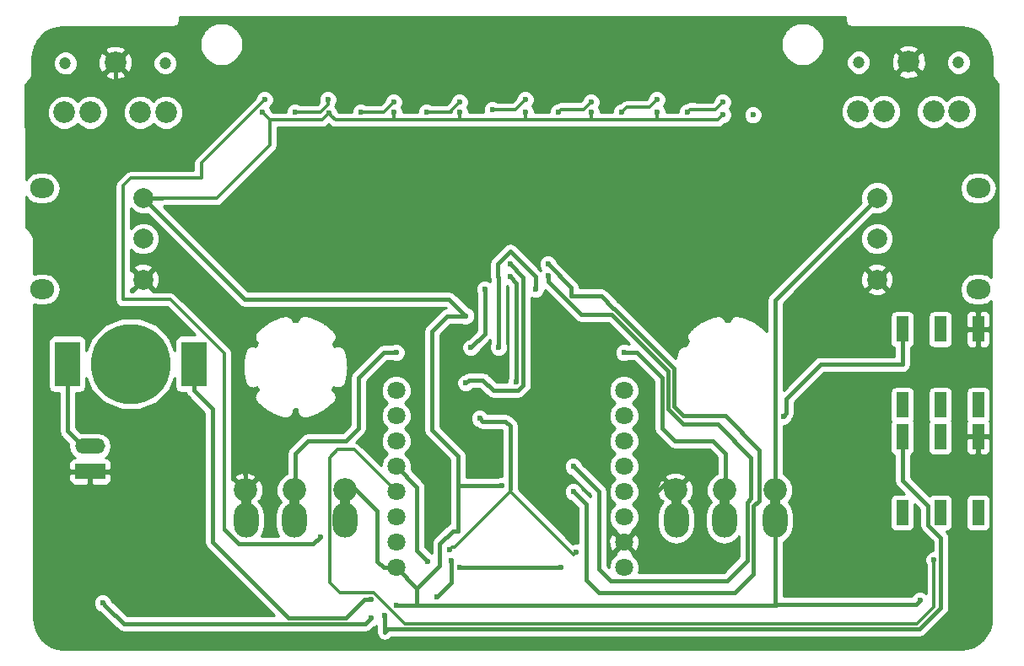
<source format=gbr>
G04 #@! TF.FileFunction,Copper,L2,Bot,Signal*
%FSLAX46Y46*%
G04 Gerber Fmt 4.6, Leading zero omitted, Abs format (unit mm)*
G04 Created by KiCad (PCBNEW 4.0.7-e0-6372~58~ubuntu16.04.1) date Sat Mar  2 19:42:23 2019*
%MOMM*%
%LPD*%
G01*
G04 APERTURE LIST*
%ADD10C,0.100000*%
%ADD11C,2.000000*%
%ADD12O,2.400000X2.000000*%
%ADD13C,1.800000*%
%ADD14R,3.010000X1.510000*%
%ADD15O,3.010000X1.510000*%
%ADD16R,2.500000X4.500000*%
%ADD17C,8.000000*%
%ADD18C,2.181860*%
%ADD19C,1.200000*%
%ADD20R,1.198880X2.499360*%
%ADD21C,2.340000*%
%ADD22O,2.500000X3.500000*%
%ADD23R,1.000000X3.500000*%
%ADD24C,0.600000*%
%ADD25C,0.400000*%
%ADD26C,0.300000*%
%ADD27C,0.254000*%
G04 APERTURE END LIST*
D10*
D11*
X125730000Y-67600000D03*
X125730000Y-63500000D03*
X125730000Y-59400000D03*
D12*
X135890000Y-68580000D03*
X135890000Y-58420000D03*
D13*
X100330000Y-78740000D03*
X100330000Y-81280000D03*
X100330000Y-83820000D03*
X100330000Y-86360000D03*
X100330000Y-88900000D03*
X100330000Y-91440000D03*
X100330000Y-93980000D03*
X100330000Y-96520000D03*
X77470000Y-96520000D03*
X77470000Y-93980000D03*
X77470000Y-91440000D03*
X77470000Y-88900000D03*
X77470000Y-86360000D03*
X77470000Y-83820000D03*
X77470000Y-81280000D03*
X77470000Y-78740000D03*
D11*
X52070000Y-59400000D03*
X52070000Y-63500000D03*
X52070000Y-67600000D03*
D12*
X41910000Y-58420000D03*
X41910000Y-68580000D03*
D14*
X46736000Y-86868000D03*
D15*
X46736000Y-84328000D03*
D16*
X44450000Y-76073000D03*
X57150000Y-76073000D03*
D17*
X50800000Y-76073000D03*
D18*
X44178220Y-50800000D03*
X46776640Y-50800000D03*
X49276000Y-45801280D03*
X54373780Y-50800000D03*
X51775360Y-50800000D03*
D19*
X44259500Y-45864780D03*
X54292500Y-45864780D03*
D18*
X123807220Y-50718720D03*
X126405640Y-50718720D03*
X128905000Y-45720000D03*
X134002780Y-50718720D03*
X131404360Y-50718720D03*
D19*
X123888500Y-45783500D03*
X133921500Y-45783500D03*
D20*
X135890000Y-83375500D03*
X132080000Y-83375500D03*
X128270000Y-83375500D03*
X132080000Y-90995500D03*
X135890000Y-90995500D03*
X128270000Y-90995500D03*
X135890000Y-72580500D03*
X132080000Y-72580500D03*
X128270000Y-72580500D03*
X132080000Y-80200500D03*
X135890000Y-80200500D03*
X128270000Y-80200500D03*
D21*
X62310000Y-88740000D03*
X67230000Y-88740000D03*
X72310000Y-88740000D03*
D22*
X62404000Y-91788000D03*
X67230000Y-91788000D03*
X72310000Y-91788000D03*
D23*
X62404000Y-90264000D03*
X67230000Y-90264000D03*
X72310000Y-90518000D03*
D21*
X105490000Y-88740000D03*
X110410000Y-88740000D03*
X115490000Y-88740000D03*
D22*
X105584000Y-91788000D03*
X110410000Y-91788000D03*
X115490000Y-91788000D03*
D23*
X105584000Y-90264000D03*
X110410000Y-90264000D03*
X115490000Y-90518000D03*
D24*
X113284000Y-51054000D03*
X88074500Y-88265000D03*
X130048000Y-99822000D03*
X48006000Y-100076000D03*
X74930000Y-101600000D03*
X77470000Y-100330000D03*
X103632000Y-50800000D03*
X97028000Y-50800000D03*
X90424000Y-50800000D03*
X83820000Y-50800000D03*
X77216000Y-50800000D03*
X110236000Y-51054000D03*
X70690620Y-50878620D03*
X64008000Y-50800000D03*
X84455000Y-71247000D03*
X84455000Y-77978000D03*
X88900000Y-66040000D03*
X89535000Y-77851000D03*
X88900000Y-67310000D03*
X62357000Y-86995000D03*
X102993371Y-89582000D03*
X113411000Y-49530000D03*
X106807000Y-49530000D03*
X100203000Y-49530000D03*
X93599000Y-49530000D03*
X86995000Y-49530000D03*
X80518000Y-49530000D03*
X73914000Y-49530000D03*
X67310000Y-49530000D03*
X96520000Y-83820000D03*
X96520000Y-80645000D03*
X87757000Y-74422000D03*
X91440000Y-68580000D03*
X100330000Y-74930000D03*
X77470000Y-74930000D03*
X95250000Y-88900000D03*
X92710000Y-66040000D03*
X92710000Y-67246500D03*
X95250000Y-86360000D03*
X131445000Y-95735000D03*
X84963000Y-74422000D03*
X86360000Y-68580000D03*
X69850000Y-93472000D03*
X64262000Y-49530000D03*
X110236000Y-49784000D03*
X106680000Y-50800000D03*
X103632000Y-49530000D03*
X100076000Y-50800000D03*
X97028000Y-49784000D03*
X93726000Y-50800000D03*
X90424000Y-49530000D03*
X87122000Y-50546000D03*
X83820000Y-49784000D03*
X80518000Y-50800000D03*
X77216000Y-49784000D03*
X73914000Y-50800000D03*
X70612000Y-49530000D03*
X67310000Y-50800000D03*
X74930000Y-99695000D03*
X83820000Y-96520000D03*
X93980000Y-96520000D03*
X82804000Y-94742000D03*
X95504000Y-94996000D03*
X85852000Y-81534000D03*
X116332000Y-81343500D03*
X76327000Y-101346000D03*
X81534000Y-99504500D03*
X82983857Y-95849521D03*
X80645000Y-95885000D03*
D25*
X81851500Y-96329500D02*
X81851500Y-94170500D01*
X81851500Y-94170500D02*
X83185000Y-92837000D01*
X83185000Y-92837000D02*
X83693000Y-92837000D01*
X79565500Y-98615500D02*
X81851500Y-96329500D01*
X83820000Y-100330000D02*
X79502000Y-100330000D01*
X79502000Y-100330000D02*
X77470000Y-100330000D01*
X79565500Y-98615500D02*
X79565500Y-100266500D01*
X79565500Y-100266500D02*
X79502000Y-100330000D01*
X77470000Y-96520000D02*
X79565500Y-98615500D01*
D26*
X53975000Y-59436000D02*
X59436000Y-59436000D01*
D25*
X52070000Y-59400000D02*
X53484213Y-59400000D01*
X53484213Y-59400000D02*
X53520213Y-59436000D01*
X53520213Y-59436000D02*
X53975000Y-59436000D01*
X75565000Y-95887792D02*
X75565000Y-90802998D01*
X75565000Y-90802998D02*
X73130001Y-88367999D01*
X73130001Y-88367999D02*
X72310000Y-88367999D01*
X77470000Y-96520000D02*
X76197208Y-96520000D01*
X76197208Y-96520000D02*
X75565000Y-95887792D01*
X84709000Y-88265000D02*
X88074500Y-88265000D01*
X74930000Y-101600000D02*
X74379990Y-102150010D01*
X74379990Y-102150010D02*
X72688532Y-102150010D01*
X72688532Y-102150010D02*
X72638532Y-102200010D01*
X72638532Y-102200010D02*
X50130010Y-102200010D01*
X50130010Y-102200010D02*
X48305999Y-100375999D01*
X48305999Y-100375999D02*
X48006000Y-100076000D01*
X129620000Y-100250000D02*
X130048000Y-99822000D01*
X115490000Y-100250000D02*
X129620000Y-100250000D01*
D26*
X50080010Y-102150010D02*
X48006000Y-100076000D01*
X97028000Y-51562000D02*
X103632000Y-51562000D01*
X103632000Y-51562000D02*
X109728000Y-51562000D01*
X103632000Y-50800000D02*
X103632000Y-51562000D01*
X90424000Y-51562000D02*
X97028000Y-51562000D01*
X97028000Y-50800000D02*
X97028000Y-51562000D01*
X83820000Y-51562000D02*
X90424000Y-51562000D01*
X90424000Y-50800000D02*
X90424000Y-51562000D01*
X77216000Y-51562000D02*
X83820000Y-51562000D01*
X83820000Y-50800000D02*
X83820000Y-51562000D01*
X71374000Y-51562000D02*
X77216000Y-51562000D01*
X77216000Y-50800000D02*
X77216000Y-51562000D01*
X109728000Y-51562000D02*
X110236000Y-51054000D01*
X70990619Y-51178619D02*
X71374000Y-51562000D01*
X70690620Y-50878620D02*
X70990619Y-51178619D01*
X70690620Y-50878620D02*
X70007240Y-51562000D01*
X70007240Y-51562000D02*
X64770000Y-51562000D01*
X64770000Y-54102000D02*
X64770000Y-51562000D01*
X64770000Y-51562000D02*
X64008000Y-50800000D01*
X59436000Y-59436000D02*
X64770000Y-54102000D01*
D25*
X83820000Y-100330000D02*
X101600000Y-100330000D01*
X101600000Y-100330000D02*
X115570000Y-100330000D01*
X115570000Y-100330000D02*
X115490000Y-100250000D01*
X115490000Y-100250000D02*
X115490000Y-86200000D01*
X115490000Y-86200000D02*
X115490000Y-95330000D01*
X125730000Y-59400000D02*
X115490000Y-69640000D01*
X115490000Y-69640000D02*
X115490000Y-86200000D01*
X83693000Y-88265000D02*
X84709000Y-88265000D01*
X83693000Y-92837000D02*
X83693000Y-88265000D01*
X82768000Y-69560000D02*
X84455000Y-71247000D01*
X82550000Y-71247000D02*
X84455000Y-71247000D01*
X81026000Y-72771000D02*
X82550000Y-71247000D01*
X81026000Y-82677000D02*
X81026000Y-72771000D01*
X83693000Y-85344000D02*
X81026000Y-82677000D01*
X83693000Y-88265000D02*
X83693000Y-85344000D01*
X62230000Y-69560000D02*
X82768000Y-69560000D01*
X52070000Y-59400000D02*
X62230000Y-69560000D01*
X84754999Y-77678001D02*
X86151999Y-77678001D01*
X84455000Y-77978000D02*
X84754999Y-77678001D01*
X90235001Y-78187001D02*
X90235001Y-68645001D01*
X89682002Y-78740000D02*
X90235001Y-78187001D01*
X87213998Y-78740000D02*
X89682002Y-78740000D01*
X86151999Y-77678001D02*
X87213998Y-78740000D01*
X90135010Y-67275010D02*
X88900000Y-66040000D01*
X90235001Y-67375001D02*
X90135010Y-67275010D01*
X90235001Y-68645001D02*
X90235001Y-67375001D01*
X89535000Y-67945000D02*
X88900000Y-67310000D01*
X89535000Y-77851000D02*
X89535000Y-67945000D01*
X62357000Y-86995000D02*
X62357000Y-87419264D01*
X62357000Y-87419264D02*
X62310000Y-87466264D01*
X62310000Y-87466264D02*
X62310000Y-88113999D01*
X102993371Y-89582000D02*
X104461372Y-88113999D01*
X104461372Y-88113999D02*
X104763999Y-88113999D01*
X104763999Y-88113999D02*
X105490000Y-88113999D01*
X65786000Y-48514000D02*
X49530000Y-48514000D01*
X49276000Y-45801280D02*
X49276000Y-48260000D01*
X49276000Y-48260000D02*
X49530000Y-48514000D01*
X67585979Y-47815500D02*
X67056000Y-47815500D01*
X67056000Y-47815500D02*
X66484500Y-47815500D01*
X113411000Y-49530000D02*
X113411000Y-48006000D01*
X113411000Y-48006000D02*
X113220500Y-47815500D01*
X113220500Y-47815500D02*
X67056000Y-47815500D01*
X74164550Y-47815500D02*
X67585979Y-47815500D01*
D26*
X106807000Y-47815500D02*
X107057405Y-47815500D01*
X106257405Y-47815500D02*
X106807000Y-47815500D01*
D25*
X106807000Y-47815500D02*
X106807000Y-49530000D01*
D26*
X99678834Y-47815500D02*
X100076000Y-47815500D01*
X100076000Y-47815500D02*
X100478834Y-47815500D01*
D25*
X100203000Y-49530000D02*
X100203000Y-47942500D01*
X100203000Y-47942500D02*
X100076000Y-47815500D01*
D26*
X93599000Y-47815500D02*
X93900263Y-47815500D01*
X93100263Y-47815500D02*
X93599000Y-47815500D01*
D25*
X93599000Y-47815500D02*
X93599000Y-49530000D01*
D26*
X87122000Y-47815500D02*
X87321692Y-47815500D01*
D25*
X86995000Y-49530000D02*
X86995000Y-47942500D01*
X86995000Y-47942500D02*
X87122000Y-47815500D01*
X80743121Y-47815500D02*
X80743121Y-49304879D01*
X80743121Y-49304879D02*
X80518000Y-49530000D01*
X73914000Y-49530000D02*
X73914000Y-48066050D01*
X73914000Y-48066050D02*
X74164550Y-47815500D01*
X67310000Y-49530000D02*
X67310000Y-48091479D01*
X67310000Y-48091479D02*
X67585979Y-47815500D01*
X66484500Y-47815500D02*
X65786000Y-48514000D01*
D26*
X100478834Y-47815500D02*
X101278834Y-47815500D01*
X68385979Y-47815500D02*
X67585979Y-47815500D01*
X107057405Y-47815500D02*
X107857405Y-47815500D01*
X93900263Y-47815500D02*
X94700263Y-47815500D01*
X80743121Y-47815500D02*
X81543121Y-47815500D01*
X74164550Y-47815500D02*
X74964550Y-47815500D01*
X79943121Y-47815500D02*
X80743121Y-47815500D01*
D25*
X96520000Y-80645000D02*
X96520000Y-83820000D01*
X88900000Y-64770000D02*
X87630000Y-66040000D01*
X87757000Y-74422000D02*
X87757000Y-67416998D01*
X91440000Y-68580000D02*
X91440000Y-67310000D01*
X91440000Y-67310000D02*
X88900000Y-64770000D01*
X87630000Y-67289998D02*
X87757000Y-67416998D01*
X87630000Y-66040000D02*
X87630000Y-67289998D01*
X110490000Y-85090000D02*
X110490000Y-88113999D01*
X110490000Y-88113999D02*
X110410000Y-88113999D01*
X100330000Y-74930000D02*
X101600000Y-74930000D01*
X101600000Y-74930000D02*
X104140000Y-77470000D01*
X104140000Y-77470000D02*
X104140000Y-82550000D01*
X104140000Y-82550000D02*
X105410000Y-83820000D01*
X105410000Y-83820000D02*
X109220000Y-83820000D01*
X109220000Y-83820000D02*
X110490000Y-85090000D01*
X77470000Y-74930000D02*
X76200000Y-74930000D01*
X76200000Y-74930000D02*
X73660000Y-77470000D01*
X73660000Y-77470000D02*
X73660000Y-82550000D01*
X73660000Y-82550000D02*
X72390000Y-83820000D01*
X72390000Y-83820000D02*
X68580000Y-83820000D01*
X67310000Y-85090000D02*
X67310000Y-88113999D01*
X68580000Y-83820000D02*
X67310000Y-85090000D01*
X67310000Y-88113999D02*
X67230000Y-88113999D01*
X95250000Y-88900000D02*
X96520000Y-90170000D01*
X96520000Y-90170000D02*
X96520000Y-97790000D01*
X96520000Y-97790000D02*
X97790000Y-99060000D01*
X95030990Y-68360990D02*
X92710000Y-66040000D01*
X97790000Y-99060000D02*
X111442500Y-99060000D01*
X111442500Y-99060000D02*
X113347500Y-97155000D01*
X113919999Y-89789000D02*
X113919999Y-84709999D01*
X105340020Y-80321020D02*
X105340020Y-76511020D01*
X113347500Y-97155000D02*
X113347500Y-90361499D01*
X99314000Y-70485000D02*
X99273542Y-70485000D01*
X113347500Y-90361499D02*
X113919999Y-89789000D01*
X113919999Y-84709999D02*
X110490000Y-81280000D01*
X110490000Y-81280000D02*
X106299000Y-81280000D01*
X95030990Y-69249990D02*
X95030990Y-68360990D01*
X99273542Y-70485000D02*
X98038532Y-69249990D01*
X106299000Y-81280000D02*
X105340020Y-80321020D01*
X105340020Y-76511020D02*
X99314000Y-70485000D01*
X98038532Y-69249990D02*
X95030990Y-69249990D01*
X104740010Y-76759552D02*
X99065468Y-71085010D01*
X99065468Y-71085010D02*
X96017468Y-71085010D01*
X96017468Y-71085010D02*
X92710000Y-67777542D01*
X92710000Y-67777542D02*
X92710000Y-67246500D01*
X109728000Y-82105500D02*
X106275958Y-82105500D01*
X106275958Y-82105500D02*
X104740010Y-80569552D01*
X104740010Y-80569552D02*
X104740010Y-76759552D01*
X113093500Y-85471000D02*
X109728000Y-82105500D01*
X113093500Y-89598500D02*
X113093500Y-85471000D01*
X112747490Y-89944510D02*
X113093500Y-89598500D01*
X110713999Y-97820001D02*
X112747490Y-95786510D01*
X112747490Y-95786510D02*
X112747490Y-89944510D01*
X97790000Y-96647000D02*
X98963001Y-97820001D01*
X98963001Y-97820001D02*
X110713999Y-97820001D01*
X97790000Y-96520000D02*
X97790000Y-96647000D01*
X97790000Y-96520000D02*
X97790000Y-88900000D01*
X97790000Y-88900000D02*
X95250000Y-86360000D01*
D26*
X77470000Y-88900000D02*
X73249999Y-84679999D01*
X71580399Y-84679999D02*
X70789999Y-85470399D01*
X73249999Y-84679999D02*
X71580399Y-84679999D01*
X129751990Y-102150010D02*
X131445000Y-100457000D01*
X70789999Y-85470399D02*
X70789999Y-98044000D01*
X70789999Y-98044000D02*
X71790998Y-99044999D01*
X78347012Y-102150010D02*
X129751990Y-102150010D01*
X71790998Y-99044999D02*
X75242001Y-99044999D01*
X75242001Y-99044999D02*
X78347012Y-102150010D01*
X131445000Y-100457000D02*
X131445000Y-98171000D01*
X131445000Y-98171000D02*
X131445000Y-95735000D01*
D25*
X44450000Y-76073000D02*
X44450000Y-82792000D01*
X44450000Y-82792000D02*
X45986000Y-84328000D01*
X45986000Y-84328000D02*
X46736000Y-84328000D01*
X86360000Y-73025000D02*
X86360000Y-68580000D01*
X84963000Y-74422000D02*
X86360000Y-73025000D01*
X60198000Y-92710000D02*
X61658500Y-94170500D01*
X61658500Y-94170500D02*
X69151500Y-94170500D01*
X69151500Y-94170500D02*
X69850000Y-93472000D01*
D26*
X60198000Y-74990998D02*
X60198000Y-92710000D01*
X50038000Y-69596000D02*
X54803002Y-69596000D01*
X54803002Y-69596000D02*
X60198000Y-74990998D01*
X50038000Y-58166000D02*
X50038000Y-69596000D01*
X50800000Y-57404000D02*
X50038000Y-58166000D01*
X57912000Y-55880000D02*
X57912000Y-57404000D01*
X57912000Y-57404000D02*
X50800000Y-57404000D01*
X64262000Y-49530000D02*
X57912000Y-55880000D01*
X107442000Y-50546000D02*
X109474000Y-50546000D01*
X109474000Y-50546000D02*
X110236000Y-49784000D01*
X107396001Y-50500001D02*
X107442000Y-50546000D01*
X106680000Y-50800000D02*
X106979999Y-50500001D01*
X106979999Y-50500001D02*
X107396001Y-50500001D01*
X100584000Y-50292000D02*
X102870000Y-50292000D01*
X102870000Y-50292000D02*
X103632000Y-49530000D01*
X100375999Y-50500001D02*
X100584000Y-50292000D01*
X100076000Y-50800000D02*
X100375999Y-50500001D01*
X96311999Y-50500001D02*
X97028000Y-49784000D01*
X93726000Y-50800000D02*
X94025999Y-50500001D01*
X94025999Y-50500001D02*
X96311999Y-50500001D01*
X89154000Y-50546000D02*
X89408000Y-50546000D01*
X89408000Y-50546000D02*
X90424000Y-49530000D01*
X87122000Y-50546000D02*
X89154000Y-50546000D01*
X83019997Y-50800000D02*
X83019997Y-50584003D01*
X83019997Y-50584003D02*
X83820000Y-49784000D01*
X80518000Y-50800000D02*
X83019997Y-50800000D01*
X73914000Y-50800000D02*
X76200000Y-50800000D01*
X76200000Y-50800000D02*
X77216000Y-49784000D01*
X70612000Y-49530000D02*
X70612000Y-50038000D01*
X67310000Y-50800000D02*
X69850000Y-50800000D01*
X69850000Y-50800000D02*
X70612000Y-50038000D01*
D25*
X72390000Y-101600000D02*
X66675000Y-101600000D01*
X74295000Y-99695000D02*
X72390000Y-101600000D01*
X74930000Y-99695000D02*
X74295000Y-99695000D01*
X93980000Y-96520000D02*
X83820000Y-96520000D01*
X59055000Y-93980000D02*
X66675000Y-101600000D01*
X59055000Y-80628000D02*
X59055000Y-93980000D01*
X57150000Y-76073000D02*
X57150000Y-78723000D01*
X57150000Y-78723000D02*
X59055000Y-80628000D01*
D26*
X82804000Y-94742000D02*
X83103999Y-94442001D01*
X83103999Y-94442001D02*
X83357999Y-94442001D01*
X83357999Y-94442001D02*
X88900000Y-88900000D01*
X95250000Y-95250000D02*
X95504000Y-94996000D01*
X88900000Y-88900000D02*
X95250000Y-95250000D01*
X88900000Y-88646000D02*
X88900000Y-88900000D01*
D25*
X88900000Y-82296000D02*
X88900000Y-88646000D01*
X88437999Y-81833999D02*
X88900000Y-82296000D01*
X88092001Y-81833999D02*
X88437999Y-81833999D01*
X85852000Y-81534000D02*
X86151999Y-81833999D01*
X86151999Y-81833999D02*
X88092001Y-81833999D01*
X116631999Y-79583001D02*
X120078500Y-76136500D01*
X120078500Y-76136500D02*
X128270000Y-76136500D01*
X116332000Y-81343500D02*
X116631999Y-81043501D01*
X116631999Y-81043501D02*
X116631999Y-79583001D01*
X128270000Y-72580500D02*
X128270000Y-76136500D01*
X76327000Y-101346000D02*
X76327000Y-102997000D01*
X132145001Y-100534830D02*
X132145001Y-93537001D01*
X76327000Y-102997000D02*
X76623980Y-102700020D01*
X76623980Y-102700020D02*
X129979811Y-102700020D01*
X130857501Y-92249501D02*
X130857501Y-90344501D01*
X129979811Y-102700020D02*
X132145001Y-100534830D01*
X132145001Y-93537001D02*
X130857501Y-92249501D01*
X130857501Y-90344501D02*
X128270000Y-87757000D01*
X128270000Y-87757000D02*
X128270000Y-83375500D01*
X82983857Y-95849521D02*
X82983857Y-98054643D01*
X82983857Y-98054643D02*
X81534000Y-99504500D01*
X77470000Y-86360000D02*
X79565500Y-88455500D01*
X79565500Y-88455500D02*
X79565500Y-94805500D01*
X79565500Y-94805500D02*
X80645000Y-95885000D01*
D27*
G36*
X122550062Y-41544120D02*
X122602205Y-41806258D01*
X122750694Y-42028488D01*
X122972924Y-42176977D01*
X123235062Y-42229120D01*
X134164390Y-42229120D01*
X134818168Y-42298016D01*
X135389791Y-42483513D01*
X135907561Y-42776997D01*
X136359636Y-43165860D01*
X136732459Y-43636005D01*
X137012559Y-44172105D01*
X137187536Y-44758855D01*
X137249314Y-45419689D01*
X137249314Y-46884297D01*
X137266024Y-46968304D01*
X137270625Y-47053830D01*
X137291861Y-47098195D01*
X137301457Y-47146435D01*
X137349042Y-47217652D01*
X137386023Y-47294908D01*
X137468223Y-47404671D01*
X137468226Y-47404674D01*
X137468228Y-47404678D01*
X137550423Y-47514429D01*
X137632623Y-47624192D01*
X137632625Y-47624194D01*
X137714823Y-47733954D01*
X137714826Y-47733957D01*
X137714828Y-47733961D01*
X137797023Y-47843712D01*
X137879223Y-47953475D01*
X137879226Y-47953478D01*
X137879228Y-47953482D01*
X137906242Y-47989552D01*
X137903615Y-49595233D01*
X137903615Y-49595234D01*
X137900615Y-51429195D01*
X137900615Y-51429196D01*
X137897615Y-53263157D01*
X137897615Y-53263158D01*
X137894615Y-55097119D01*
X137894615Y-55097120D01*
X137891615Y-56931080D01*
X137891615Y-56931081D01*
X137888615Y-58765042D01*
X137888615Y-58765043D01*
X137885615Y-60599004D01*
X137885615Y-60599005D01*
X137882943Y-62232744D01*
X137827843Y-62318652D01*
X137664683Y-62573036D01*
X137664682Y-62573039D01*
X137664679Y-62573042D01*
X137583103Y-62700231D01*
X137501523Y-62827423D01*
X137501522Y-62827424D01*
X137501520Y-62827427D01*
X137419943Y-62954617D01*
X137338363Y-63081809D01*
X137316042Y-63138689D01*
X137282097Y-63189492D01*
X137267695Y-63261893D01*
X137240729Y-63330612D01*
X137241875Y-63391702D01*
X137229954Y-63451630D01*
X137229954Y-67389057D01*
X136751637Y-67069457D01*
X136125950Y-66945000D01*
X135654050Y-66945000D01*
X135028363Y-67069457D01*
X134497930Y-67423880D01*
X134143507Y-67954313D01*
X134019050Y-68580000D01*
X134143507Y-69205687D01*
X134497930Y-69736120D01*
X135028363Y-70090543D01*
X135654050Y-70215000D01*
X136125950Y-70215000D01*
X136751637Y-70090543D01*
X137229954Y-69770943D01*
X137229954Y-101567211D01*
X137165145Y-102217965D01*
X136989197Y-102794359D01*
X136710186Y-103319003D01*
X136340221Y-103777979D01*
X135892361Y-104157042D01*
X135379778Y-104442888D01*
X134814183Y-104623438D01*
X134168217Y-104690405D01*
X44026689Y-104690405D01*
X43390223Y-104622190D01*
X42843644Y-104440210D01*
X42353140Y-104153107D01*
X41926475Y-103772533D01*
X41574552Y-103311668D01*
X41309221Y-102785698D01*
X41141683Y-102210887D01*
X41078959Y-101571568D01*
X41078959Y-87153750D01*
X44596000Y-87153750D01*
X44596000Y-87749309D01*
X44692673Y-87982698D01*
X44871301Y-88161327D01*
X45104690Y-88258000D01*
X46450250Y-88258000D01*
X46609000Y-88099250D01*
X46609000Y-86995000D01*
X46863000Y-86995000D01*
X46863000Y-88099250D01*
X47021750Y-88258000D01*
X48367310Y-88258000D01*
X48600699Y-88161327D01*
X48779327Y-87982698D01*
X48876000Y-87749309D01*
X48876000Y-87153750D01*
X48717250Y-86995000D01*
X46863000Y-86995000D01*
X46609000Y-86995000D01*
X44754750Y-86995000D01*
X44596000Y-87153750D01*
X41078959Y-87153750D01*
X41078959Y-73823000D01*
X42552560Y-73823000D01*
X42552560Y-78323000D01*
X42596838Y-78558317D01*
X42735910Y-78774441D01*
X42948110Y-78919431D01*
X43200000Y-78970440D01*
X43615000Y-78970440D01*
X43615000Y-82792000D01*
X43678561Y-83111541D01*
X43834635Y-83345122D01*
X43859566Y-83382434D01*
X44595728Y-84118596D01*
X44554075Y-84328000D01*
X44659882Y-84859930D01*
X44961197Y-85310878D01*
X45211312Y-85478000D01*
X45104690Y-85478000D01*
X44871301Y-85574673D01*
X44692673Y-85753302D01*
X44596000Y-85986691D01*
X44596000Y-86582250D01*
X44754750Y-86741000D01*
X46609000Y-86741000D01*
X46609000Y-86721000D01*
X46863000Y-86721000D01*
X46863000Y-86741000D01*
X48717250Y-86741000D01*
X48876000Y-86582250D01*
X48876000Y-85986691D01*
X48779327Y-85753302D01*
X48600699Y-85574673D01*
X48367310Y-85478000D01*
X48260688Y-85478000D01*
X48510803Y-85310878D01*
X48812118Y-84859930D01*
X48917925Y-84328000D01*
X48812118Y-83796070D01*
X48510803Y-83345122D01*
X48059855Y-83043807D01*
X47527925Y-82938000D01*
X45944075Y-82938000D01*
X45804609Y-82965741D01*
X45285000Y-82446132D01*
X45285000Y-78970440D01*
X45700000Y-78970440D01*
X45935317Y-78926162D01*
X46151441Y-78787090D01*
X46296431Y-78574890D01*
X46347440Y-78323000D01*
X46347440Y-77434396D01*
X46868347Y-78695087D01*
X48171055Y-80000071D01*
X49873997Y-80707194D01*
X51717914Y-80708803D01*
X53422087Y-80004653D01*
X54727071Y-78701945D01*
X55252560Y-77436426D01*
X55252560Y-78323000D01*
X55296838Y-78558317D01*
X55435910Y-78774441D01*
X55648110Y-78919431D01*
X55900000Y-78970440D01*
X56364219Y-78970440D01*
X56378561Y-79042541D01*
X56544100Y-79290287D01*
X56559566Y-79313434D01*
X58220000Y-80973868D01*
X58220000Y-93980000D01*
X58283561Y-94299541D01*
X58410849Y-94490041D01*
X58464566Y-94570434D01*
X65259142Y-101365010D01*
X50475878Y-101365010D01*
X48898535Y-99787667D01*
X48799117Y-99547057D01*
X48536327Y-99283808D01*
X48192799Y-99141162D01*
X47820833Y-99140838D01*
X47477057Y-99282883D01*
X47213808Y-99545673D01*
X47071162Y-99889201D01*
X47070838Y-100261167D01*
X47212883Y-100604943D01*
X47475673Y-100868192D01*
X47717910Y-100968778D01*
X49539576Y-102790444D01*
X49810469Y-102971449D01*
X50130010Y-103035010D01*
X72638532Y-103035010D01*
X72889898Y-102985010D01*
X74379990Y-102985010D01*
X74699531Y-102921449D01*
X74970424Y-102740444D01*
X75218333Y-102492535D01*
X75458943Y-102393117D01*
X75492000Y-102360118D01*
X75492000Y-102997000D01*
X75555561Y-103316541D01*
X75736566Y-103587434D01*
X76007459Y-103768439D01*
X76327000Y-103832000D01*
X76646541Y-103768439D01*
X76917434Y-103587434D01*
X76969848Y-103535020D01*
X129979811Y-103535020D01*
X130299352Y-103471459D01*
X130570245Y-103290454D01*
X132735435Y-101125264D01*
X132738609Y-101120514D01*
X132916440Y-100854371D01*
X132980001Y-100534830D01*
X132980001Y-93537001D01*
X132916440Y-93217460D01*
X132735435Y-92946567D01*
X132681164Y-92892296D01*
X132914757Y-92848342D01*
X133130881Y-92709270D01*
X133275871Y-92497070D01*
X133326880Y-92245180D01*
X133326880Y-89745820D01*
X134643120Y-89745820D01*
X134643120Y-92245180D01*
X134687398Y-92480497D01*
X134826470Y-92696621D01*
X135038670Y-92841611D01*
X135290560Y-92892620D01*
X136489440Y-92892620D01*
X136724757Y-92848342D01*
X136940881Y-92709270D01*
X137085871Y-92497070D01*
X137136880Y-92245180D01*
X137136880Y-89745820D01*
X137092602Y-89510503D01*
X136953530Y-89294379D01*
X136741330Y-89149389D01*
X136489440Y-89098380D01*
X135290560Y-89098380D01*
X135055243Y-89142658D01*
X134839119Y-89281730D01*
X134694129Y-89493930D01*
X134643120Y-89745820D01*
X133326880Y-89745820D01*
X133282602Y-89510503D01*
X133143530Y-89294379D01*
X132931330Y-89149389D01*
X132679440Y-89098380D01*
X131480560Y-89098380D01*
X131245243Y-89142658D01*
X131029119Y-89281730D01*
X131007394Y-89313526D01*
X129105000Y-87411132D01*
X129105000Y-85228186D01*
X129320881Y-85089270D01*
X129465871Y-84877070D01*
X129516880Y-84625180D01*
X129516880Y-82125820D01*
X129472602Y-81890503D01*
X129406893Y-81788388D01*
X129465871Y-81702070D01*
X129516880Y-81450180D01*
X129516880Y-78950820D01*
X130833120Y-78950820D01*
X130833120Y-81450180D01*
X130877398Y-81685497D01*
X130943107Y-81787612D01*
X130884129Y-81873930D01*
X130833120Y-82125820D01*
X130833120Y-84625180D01*
X130877398Y-84860497D01*
X131016470Y-85076621D01*
X131228670Y-85221611D01*
X131480560Y-85272620D01*
X132679440Y-85272620D01*
X132914757Y-85228342D01*
X133130881Y-85089270D01*
X133275871Y-84877070D01*
X133326880Y-84625180D01*
X133326880Y-83661250D01*
X134655560Y-83661250D01*
X134655560Y-84751490D01*
X134752233Y-84984879D01*
X134930862Y-85163507D01*
X135164251Y-85260180D01*
X135604250Y-85260180D01*
X135763000Y-85101430D01*
X135763000Y-83502500D01*
X136017000Y-83502500D01*
X136017000Y-85101430D01*
X136175750Y-85260180D01*
X136615749Y-85260180D01*
X136849138Y-85163507D01*
X137027767Y-84984879D01*
X137124440Y-84751490D01*
X137124440Y-83661250D01*
X136965690Y-83502500D01*
X136017000Y-83502500D01*
X135763000Y-83502500D01*
X134814310Y-83502500D01*
X134655560Y-83661250D01*
X133326880Y-83661250D01*
X133326880Y-82125820D01*
X133282602Y-81890503D01*
X133216893Y-81788388D01*
X133275871Y-81702070D01*
X133326880Y-81450180D01*
X133326880Y-78950820D01*
X134643120Y-78950820D01*
X134643120Y-81450180D01*
X134687398Y-81685497D01*
X134747160Y-81778369D01*
X134655560Y-81999510D01*
X134655560Y-83089750D01*
X134814310Y-83248500D01*
X135763000Y-83248500D01*
X135763000Y-83228500D01*
X136017000Y-83228500D01*
X136017000Y-83248500D01*
X136965690Y-83248500D01*
X137124440Y-83089750D01*
X137124440Y-81999510D01*
X137033179Y-81779187D01*
X137085871Y-81702070D01*
X137136880Y-81450180D01*
X137136880Y-78950820D01*
X137092602Y-78715503D01*
X136953530Y-78499379D01*
X136741330Y-78354389D01*
X136489440Y-78303380D01*
X135290560Y-78303380D01*
X135055243Y-78347658D01*
X134839119Y-78486730D01*
X134694129Y-78698930D01*
X134643120Y-78950820D01*
X133326880Y-78950820D01*
X133282602Y-78715503D01*
X133143530Y-78499379D01*
X132931330Y-78354389D01*
X132679440Y-78303380D01*
X131480560Y-78303380D01*
X131245243Y-78347658D01*
X131029119Y-78486730D01*
X130884129Y-78698930D01*
X130833120Y-78950820D01*
X129516880Y-78950820D01*
X129472602Y-78715503D01*
X129333530Y-78499379D01*
X129121330Y-78354389D01*
X128869440Y-78303380D01*
X127670560Y-78303380D01*
X127435243Y-78347658D01*
X127219119Y-78486730D01*
X127074129Y-78698930D01*
X127023120Y-78950820D01*
X127023120Y-81450180D01*
X127067398Y-81685497D01*
X127133107Y-81787612D01*
X127074129Y-81873930D01*
X127023120Y-82125820D01*
X127023120Y-84625180D01*
X127067398Y-84860497D01*
X127206470Y-85076621D01*
X127418670Y-85221611D01*
X127435000Y-85224918D01*
X127435000Y-87757000D01*
X127498561Y-88076541D01*
X127633628Y-88278683D01*
X127679566Y-88347434D01*
X128430512Y-89098380D01*
X127670560Y-89098380D01*
X127435243Y-89142658D01*
X127219119Y-89281730D01*
X127074129Y-89493930D01*
X127023120Y-89745820D01*
X127023120Y-92245180D01*
X127067398Y-92480497D01*
X127206470Y-92696621D01*
X127418670Y-92841611D01*
X127670560Y-92892620D01*
X128869440Y-92892620D01*
X129104757Y-92848342D01*
X129320881Y-92709270D01*
X129465871Y-92497070D01*
X129516880Y-92245180D01*
X129516880Y-90184748D01*
X130022501Y-90690369D01*
X130022501Y-92249501D01*
X130086062Y-92569042D01*
X130217373Y-92765562D01*
X130267067Y-92839935D01*
X131310001Y-93882869D01*
X131310001Y-94799882D01*
X131259833Y-94799838D01*
X130916057Y-94941883D01*
X130652808Y-95204673D01*
X130510162Y-95548201D01*
X130509838Y-95920167D01*
X130651883Y-96263943D01*
X130660000Y-96272074D01*
X130660000Y-99111624D01*
X130578327Y-99029808D01*
X130234799Y-98887162D01*
X129862833Y-98886838D01*
X129519057Y-99028883D01*
X129255808Y-99291673D01*
X129204598Y-99415000D01*
X116325000Y-99415000D01*
X116325000Y-94000305D01*
X116822896Y-93667621D01*
X117231513Y-93056083D01*
X117375000Y-92334725D01*
X117375000Y-91241275D01*
X117231513Y-90519917D01*
X116843530Y-89939261D01*
X117019312Y-89763785D01*
X117294686Y-89100612D01*
X117295313Y-88382538D01*
X117021097Y-87718885D01*
X116513785Y-87210688D01*
X116325000Y-87132297D01*
X116325000Y-82278495D01*
X116517167Y-82278662D01*
X116860943Y-82136617D01*
X117124192Y-81873827D01*
X117226056Y-81628513D01*
X117403439Y-81363041D01*
X117466999Y-81043501D01*
X117466999Y-79928869D01*
X120424368Y-76971500D01*
X128270000Y-76971500D01*
X128589541Y-76907939D01*
X128860434Y-76726934D01*
X129041439Y-76456041D01*
X129105000Y-76136500D01*
X129105000Y-74433186D01*
X129320881Y-74294270D01*
X129465871Y-74082070D01*
X129516880Y-73830180D01*
X129516880Y-71330820D01*
X130833120Y-71330820D01*
X130833120Y-73830180D01*
X130877398Y-74065497D01*
X131016470Y-74281621D01*
X131228670Y-74426611D01*
X131480560Y-74477620D01*
X132679440Y-74477620D01*
X132914757Y-74433342D01*
X133130881Y-74294270D01*
X133275871Y-74082070D01*
X133326880Y-73830180D01*
X133326880Y-72866250D01*
X134655560Y-72866250D01*
X134655560Y-73956490D01*
X134752233Y-74189879D01*
X134930862Y-74368507D01*
X135164251Y-74465180D01*
X135604250Y-74465180D01*
X135763000Y-74306430D01*
X135763000Y-72707500D01*
X136017000Y-72707500D01*
X136017000Y-74306430D01*
X136175750Y-74465180D01*
X136615749Y-74465180D01*
X136849138Y-74368507D01*
X137027767Y-74189879D01*
X137124440Y-73956490D01*
X137124440Y-72866250D01*
X136965690Y-72707500D01*
X136017000Y-72707500D01*
X135763000Y-72707500D01*
X134814310Y-72707500D01*
X134655560Y-72866250D01*
X133326880Y-72866250D01*
X133326880Y-71330820D01*
X133303114Y-71204510D01*
X134655560Y-71204510D01*
X134655560Y-72294750D01*
X134814310Y-72453500D01*
X135763000Y-72453500D01*
X135763000Y-70854570D01*
X136017000Y-70854570D01*
X136017000Y-72453500D01*
X136965690Y-72453500D01*
X137124440Y-72294750D01*
X137124440Y-71204510D01*
X137027767Y-70971121D01*
X136849138Y-70792493D01*
X136615749Y-70695820D01*
X136175750Y-70695820D01*
X136017000Y-70854570D01*
X135763000Y-70854570D01*
X135604250Y-70695820D01*
X135164251Y-70695820D01*
X134930862Y-70792493D01*
X134752233Y-70971121D01*
X134655560Y-71204510D01*
X133303114Y-71204510D01*
X133282602Y-71095503D01*
X133143530Y-70879379D01*
X132931330Y-70734389D01*
X132679440Y-70683380D01*
X131480560Y-70683380D01*
X131245243Y-70727658D01*
X131029119Y-70866730D01*
X130884129Y-71078930D01*
X130833120Y-71330820D01*
X129516880Y-71330820D01*
X129472602Y-71095503D01*
X129333530Y-70879379D01*
X129121330Y-70734389D01*
X128869440Y-70683380D01*
X127670560Y-70683380D01*
X127435243Y-70727658D01*
X127219119Y-70866730D01*
X127074129Y-71078930D01*
X127023120Y-71330820D01*
X127023120Y-73830180D01*
X127067398Y-74065497D01*
X127206470Y-74281621D01*
X127418670Y-74426611D01*
X127435000Y-74429918D01*
X127435000Y-75301500D01*
X120078500Y-75301500D01*
X119758959Y-75365061D01*
X119515315Y-75527859D01*
X119488066Y-75546066D01*
X116325000Y-78709132D01*
X116325000Y-69985868D01*
X117558336Y-68752532D01*
X124757073Y-68752532D01*
X124855736Y-69019387D01*
X125465461Y-69245908D01*
X126115460Y-69221856D01*
X126604264Y-69019387D01*
X126702927Y-68752532D01*
X125730000Y-67779605D01*
X124757073Y-68752532D01*
X117558336Y-68752532D01*
X118975407Y-67335461D01*
X124084092Y-67335461D01*
X124108144Y-67985460D01*
X124310613Y-68474264D01*
X124577468Y-68572927D01*
X125550395Y-67600000D01*
X125909605Y-67600000D01*
X126882532Y-68572927D01*
X127149387Y-68474264D01*
X127375908Y-67864539D01*
X127351856Y-67214540D01*
X127149387Y-66725736D01*
X126882532Y-66627073D01*
X125909605Y-67600000D01*
X125550395Y-67600000D01*
X124577468Y-66627073D01*
X124310613Y-66725736D01*
X124084092Y-67335461D01*
X118975407Y-67335461D01*
X119863400Y-66447468D01*
X124757073Y-66447468D01*
X125730000Y-67420395D01*
X126702927Y-66447468D01*
X126604264Y-66180613D01*
X125994539Y-65954092D01*
X125344540Y-65978144D01*
X124855736Y-66180613D01*
X124757073Y-66447468D01*
X119863400Y-66447468D01*
X122487073Y-63823795D01*
X124094716Y-63823795D01*
X124343106Y-64424943D01*
X124802637Y-64885278D01*
X125403352Y-65134716D01*
X126053795Y-65135284D01*
X126654943Y-64886894D01*
X127115278Y-64427363D01*
X127364716Y-63826648D01*
X127365284Y-63176205D01*
X127116894Y-62575057D01*
X126657363Y-62114722D01*
X126056648Y-61865284D01*
X125406205Y-61864716D01*
X124805057Y-62113106D01*
X124344722Y-62572637D01*
X124095284Y-63173352D01*
X124094716Y-63823795D01*
X122487073Y-63823795D01*
X125313473Y-60997395D01*
X125403352Y-61034716D01*
X126053795Y-61035284D01*
X126654943Y-60786894D01*
X127115278Y-60327363D01*
X127364716Y-59726648D01*
X127365284Y-59076205D01*
X127116894Y-58475057D01*
X127061934Y-58420000D01*
X134019050Y-58420000D01*
X134143507Y-59045687D01*
X134497930Y-59576120D01*
X135028363Y-59930543D01*
X135654050Y-60055000D01*
X136125950Y-60055000D01*
X136751637Y-59930543D01*
X137282070Y-59576120D01*
X137636493Y-59045687D01*
X137760950Y-58420000D01*
X137636493Y-57794313D01*
X137282070Y-57263880D01*
X136751637Y-56909457D01*
X136125950Y-56785000D01*
X135654050Y-56785000D01*
X135028363Y-56909457D01*
X134497930Y-57263880D01*
X134143507Y-57794313D01*
X134019050Y-58420000D01*
X127061934Y-58420000D01*
X126657363Y-58014722D01*
X126056648Y-57765284D01*
X125406205Y-57764716D01*
X124805057Y-58013106D01*
X124344722Y-58472637D01*
X124095284Y-59073352D01*
X124094716Y-59723795D01*
X124132907Y-59816225D01*
X114899566Y-69049566D01*
X114718561Y-69320459D01*
X114655000Y-69640000D01*
X114655000Y-72824378D01*
X114573297Y-72734832D01*
X114561837Y-72726391D01*
X114553988Y-72714521D01*
X114421736Y-72580981D01*
X114409963Y-72573032D01*
X114401652Y-72561513D01*
X114264401Y-72433802D01*
X114252345Y-72426360D01*
X114243592Y-72415215D01*
X114101544Y-72293448D01*
X114089226Y-72286520D01*
X114080054Y-72275771D01*
X113933414Y-72160060D01*
X113920840Y-72153646D01*
X113911248Y-72143287D01*
X113760217Y-72033754D01*
X113747399Y-72027858D01*
X113737399Y-72017901D01*
X113582174Y-71914664D01*
X113569145Y-71909300D01*
X113558769Y-71899773D01*
X113399553Y-71802943D01*
X113386312Y-71798109D01*
X113375550Y-71789003D01*
X113212542Y-71698703D01*
X113199124Y-71694412D01*
X113188008Y-71685754D01*
X113021409Y-71602094D01*
X113007818Y-71598347D01*
X112996354Y-71590142D01*
X112826371Y-71513242D01*
X112812612Y-71510042D01*
X112800801Y-71502294D01*
X112627630Y-71432274D01*
X112613727Y-71429631D01*
X112601587Y-71422355D01*
X112425428Y-71359335D01*
X112411429Y-71357259D01*
X112399010Y-71350487D01*
X112220064Y-71294567D01*
X112205944Y-71293057D01*
X112193205Y-71286771D01*
X112011674Y-71238081D01*
X111997478Y-71237147D01*
X111984475Y-71231379D01*
X111800559Y-71190029D01*
X111768900Y-71189244D01*
X111738900Y-71179100D01*
X111723984Y-71180096D01*
X111709850Y-71175977D01*
X111679825Y-71179267D01*
X111650197Y-71173374D01*
X111592424Y-71184866D01*
X111533368Y-71183401D01*
X111503820Y-71194790D01*
X111472219Y-71196899D01*
X111472115Y-71196927D01*
X111458861Y-71203483D01*
X111444167Y-71205093D01*
X111417685Y-71219624D01*
X111388059Y-71225517D01*
X111338925Y-71258347D01*
X111283978Y-71279526D01*
X111261087Y-71301308D01*
X111232546Y-71315426D01*
X111222811Y-71326554D01*
X111209851Y-71333665D01*
X111190946Y-71357223D01*
X111165829Y-71374006D01*
X111132895Y-71423295D01*
X111090359Y-71463772D01*
X111077601Y-71492534D01*
X111056561Y-71516583D01*
X111051826Y-71530587D01*
X111042572Y-71542119D01*
X111003302Y-71617569D01*
X110976167Y-71710691D01*
X110939064Y-71800312D01*
X110936068Y-71815388D01*
X110547914Y-71815049D01*
X110544586Y-71798466D01*
X110518882Y-71736705D01*
X110505831Y-71671095D01*
X110468031Y-71614524D01*
X110441889Y-71551710D01*
X110394508Y-71504488D01*
X110357342Y-71448865D01*
X110293262Y-71384785D01*
X110229172Y-71341962D01*
X110173147Y-71289029D01*
X110119115Y-71268424D01*
X110071032Y-71236296D01*
X109995432Y-71221258D01*
X109923416Y-71193795D01*
X109865614Y-71195435D01*
X109808894Y-71184153D01*
X109733296Y-71199190D01*
X109656250Y-71201377D01*
X109475924Y-71242597D01*
X109463186Y-71248302D01*
X109449264Y-71249257D01*
X109271250Y-71297537D01*
X109258768Y-71303740D01*
X109244911Y-71305250D01*
X109069393Y-71360490D01*
X109057208Y-71367167D01*
X109043469Y-71369222D01*
X108870642Y-71431302D01*
X108858745Y-71438453D01*
X108845107Y-71441053D01*
X108675155Y-71509873D01*
X108663564Y-71517486D01*
X108650055Y-71520624D01*
X108483177Y-71596074D01*
X108471913Y-71604132D01*
X108458557Y-71607801D01*
X108294939Y-71689772D01*
X108284030Y-71698252D01*
X108270857Y-71702440D01*
X108110685Y-71790810D01*
X108100105Y-71799731D01*
X108087093Y-71804445D01*
X107930562Y-71899115D01*
X107920348Y-71908447D01*
X107907536Y-71913674D01*
X107754834Y-72014532D01*
X107744985Y-72024277D01*
X107732379Y-72030015D01*
X107583698Y-72136954D01*
X107574241Y-72147087D01*
X107561867Y-72153326D01*
X107417398Y-72266232D01*
X107408340Y-72276747D01*
X107396207Y-72283485D01*
X107256137Y-72402249D01*
X107247491Y-72413135D01*
X107235618Y-72420364D01*
X107100140Y-72544872D01*
X107091914Y-72556126D01*
X107080307Y-72563846D01*
X106949610Y-72693996D01*
X106941827Y-72705592D01*
X106930518Y-72713787D01*
X106804794Y-72849462D01*
X106762097Y-72918947D01*
X106709199Y-72981024D01*
X106692779Y-73031754D01*
X106664866Y-73077180D01*
X106652010Y-73157716D01*
X106626895Y-73235310D01*
X106631138Y-73288459D01*
X106622733Y-73341112D01*
X106641675Y-73420438D01*
X106648166Y-73501736D01*
X106672466Y-73587526D01*
X106700371Y-73642140D01*
X106716014Y-73701435D01*
X106757084Y-73755389D01*
X106559885Y-74230297D01*
X106552192Y-74227674D01*
X106483846Y-74232057D01*
X106415930Y-74223227D01*
X106351777Y-74240527D01*
X106285466Y-74244780D01*
X106200196Y-74267500D01*
X106134227Y-74299918D01*
X106063554Y-74320103D01*
X106015445Y-74358288D01*
X105960321Y-74385377D01*
X105911780Y-74440571D01*
X105854210Y-74486266D01*
X105824378Y-74539951D01*
X105783813Y-74586076D01*
X105760088Y-74655647D01*
X105724388Y-74719893D01*
X105696368Y-74807112D01*
X105695570Y-74814051D01*
X105692299Y-74820226D01*
X105666049Y-74907936D01*
X105665400Y-74914786D01*
X105662302Y-74920924D01*
X105637802Y-75009084D01*
X105637282Y-75016029D01*
X105634268Y-75022310D01*
X105611548Y-75110889D01*
X105611168Y-75117833D01*
X105608285Y-75124160D01*
X105587345Y-75213140D01*
X105587108Y-75219965D01*
X105584399Y-75226233D01*
X105565209Y-75315593D01*
X105565103Y-75322578D01*
X105562461Y-75329045D01*
X105545071Y-75418745D01*
X105545105Y-75425643D01*
X105542622Y-75432081D01*
X105527745Y-75517877D01*
X99904434Y-69894566D01*
X99782507Y-69813097D01*
X98628966Y-68659556D01*
X98571824Y-68621375D01*
X98358073Y-68478551D01*
X98038532Y-68414990D01*
X95865990Y-68414990D01*
X95865990Y-68360990D01*
X95844043Y-68250656D01*
X95802430Y-68041450D01*
X95621424Y-67770556D01*
X93602535Y-65751667D01*
X93503117Y-65511057D01*
X93240327Y-65247808D01*
X92896799Y-65105162D01*
X92524833Y-65104838D01*
X92181057Y-65246883D01*
X91917808Y-65509673D01*
X91775162Y-65853201D01*
X91774838Y-66225167D01*
X91916883Y-66568943D01*
X91990960Y-66643149D01*
X91972472Y-66661604D01*
X89490434Y-64179566D01*
X89219540Y-63998561D01*
X88900000Y-63935000D01*
X88580460Y-63998561D01*
X88309566Y-64179566D01*
X87039566Y-65449566D01*
X86858561Y-65720459D01*
X86795000Y-66040000D01*
X86795000Y-67289998D01*
X86858561Y-67609539D01*
X86922000Y-67704482D01*
X86922000Y-67819536D01*
X86890327Y-67787808D01*
X86546799Y-67645162D01*
X86174833Y-67644838D01*
X85831057Y-67786883D01*
X85567808Y-68049673D01*
X85425162Y-68393201D01*
X85424838Y-68765167D01*
X85525000Y-69007578D01*
X85525000Y-72679132D01*
X84674667Y-73529465D01*
X84434057Y-73628883D01*
X84170808Y-73891673D01*
X84028162Y-74235201D01*
X84027838Y-74607167D01*
X84169883Y-74950943D01*
X84432673Y-75214192D01*
X84776201Y-75356838D01*
X85148167Y-75357162D01*
X85491943Y-75215117D01*
X85755192Y-74952327D01*
X85855778Y-74710090D01*
X86922000Y-73643868D01*
X86922000Y-73994766D01*
X86822162Y-74235201D01*
X86821838Y-74607167D01*
X86963883Y-74950943D01*
X87226673Y-75214192D01*
X87570201Y-75356838D01*
X87942167Y-75357162D01*
X88285943Y-75215117D01*
X88549192Y-74952327D01*
X88691838Y-74608799D01*
X88692162Y-74236833D01*
X88592000Y-73994422D01*
X88592000Y-68194511D01*
X88611910Y-68202778D01*
X88700000Y-68290868D01*
X88700000Y-77423766D01*
X88600162Y-77664201D01*
X88599952Y-77905000D01*
X87559866Y-77905000D01*
X86742433Y-77087567D01*
X86714104Y-77068638D01*
X86471540Y-76906562D01*
X86151999Y-76843001D01*
X84754999Y-76843001D01*
X84435459Y-76906561D01*
X84169401Y-77084335D01*
X83926057Y-77184883D01*
X83662808Y-77447673D01*
X83520162Y-77791201D01*
X83519838Y-78163167D01*
X83661883Y-78506943D01*
X83924673Y-78770192D01*
X84268201Y-78912838D01*
X84640167Y-78913162D01*
X84983943Y-78771117D01*
X85242510Y-78513001D01*
X85806131Y-78513001D01*
X86623564Y-79330434D01*
X86894457Y-79511439D01*
X87213998Y-79575000D01*
X89682002Y-79575000D01*
X90001543Y-79511439D01*
X90272436Y-79330434D01*
X90558879Y-79043991D01*
X98794735Y-79043991D01*
X99027932Y-79608371D01*
X99429182Y-80010323D01*
X99029449Y-80409357D01*
X98795267Y-80973330D01*
X98794735Y-81583991D01*
X99027932Y-82148371D01*
X99429182Y-82550323D01*
X99029449Y-82949357D01*
X98795267Y-83513330D01*
X98794735Y-84123991D01*
X99027932Y-84688371D01*
X99429182Y-85090323D01*
X99029449Y-85489357D01*
X98795267Y-86053330D01*
X98794735Y-86663991D01*
X99027932Y-87228371D01*
X99429182Y-87630323D01*
X99029449Y-88029357D01*
X98795267Y-88593330D01*
X98794735Y-89203991D01*
X99027932Y-89768371D01*
X99429182Y-90170323D01*
X99029449Y-90569357D01*
X98795267Y-91133330D01*
X98794735Y-91743991D01*
X99027932Y-92308371D01*
X99459357Y-92740551D01*
X99480194Y-92749203D01*
X99429446Y-92899841D01*
X100330000Y-93800395D01*
X101230554Y-92899841D01*
X101179965Y-92749673D01*
X101198371Y-92742068D01*
X101630551Y-92310643D01*
X101864733Y-91746670D01*
X101865265Y-91136009D01*
X101632068Y-90571629D01*
X101230818Y-90169677D01*
X101630551Y-89770643D01*
X101864733Y-89206670D01*
X101865265Y-88596009D01*
X101798693Y-88434890D01*
X103675106Y-88434890D01*
X103696496Y-89152646D01*
X103930016Y-89716414D01*
X104214513Y-89835879D01*
X104100623Y-89949769D01*
X104174251Y-90023397D01*
X103842487Y-90519917D01*
X103699000Y-91241275D01*
X103699000Y-92334725D01*
X103842487Y-93056083D01*
X104251104Y-93667621D01*
X104862642Y-94076238D01*
X105584000Y-94219725D01*
X106305358Y-94076238D01*
X106916896Y-93667621D01*
X107325513Y-93056083D01*
X107469000Y-92334725D01*
X107469000Y-91241275D01*
X107325513Y-90519917D01*
X106916896Y-89908379D01*
X106791835Y-89824816D01*
X107049984Y-89716414D01*
X107304894Y-89045110D01*
X107283504Y-88327354D01*
X107049984Y-87763586D01*
X106765486Y-87644120D01*
X106428654Y-87980952D01*
X106335890Y-87917569D01*
X106167022Y-87883372D01*
X106585880Y-87464514D01*
X106466414Y-87180016D01*
X105795110Y-86925106D01*
X105077354Y-86946496D01*
X104513586Y-87180016D01*
X104394120Y-87464514D01*
X104843670Y-87914064D01*
X104632559Y-88049910D01*
X104627585Y-88057190D01*
X104214514Y-87644120D01*
X103930016Y-87763586D01*
X103675106Y-88434890D01*
X101798693Y-88434890D01*
X101632068Y-88031629D01*
X101230818Y-87629677D01*
X101630551Y-87230643D01*
X101864733Y-86666670D01*
X101865265Y-86056009D01*
X101632068Y-85491629D01*
X101230818Y-85089677D01*
X101630551Y-84690643D01*
X101864733Y-84126670D01*
X101865265Y-83516009D01*
X101632068Y-82951629D01*
X101230818Y-82549677D01*
X101630551Y-82150643D01*
X101864733Y-81586670D01*
X101865265Y-80976009D01*
X101632068Y-80411629D01*
X101230818Y-80009677D01*
X101630551Y-79610643D01*
X101864733Y-79046670D01*
X101865265Y-78436009D01*
X101632068Y-77871629D01*
X101200643Y-77439449D01*
X100636670Y-77205267D01*
X100026009Y-77204735D01*
X99461629Y-77437932D01*
X99029449Y-77869357D01*
X98795267Y-78433330D01*
X98794735Y-79043991D01*
X90558879Y-79043991D01*
X90825435Y-78777435D01*
X91006441Y-78506541D01*
X91070001Y-78187001D01*
X91070001Y-69438766D01*
X91253201Y-69514838D01*
X91625167Y-69515162D01*
X91968943Y-69373117D01*
X92232192Y-69110327D01*
X92374838Y-68766799D01*
X92374963Y-68623373D01*
X95427034Y-71675444D01*
X95697927Y-71856449D01*
X96017468Y-71920010D01*
X98719600Y-71920010D01*
X100894590Y-74095000D01*
X100757234Y-74095000D01*
X100516799Y-73995162D01*
X100144833Y-73994838D01*
X99801057Y-74136883D01*
X99537808Y-74399673D01*
X99395162Y-74743201D01*
X99394838Y-75115167D01*
X99536883Y-75458943D01*
X99799673Y-75722192D01*
X100143201Y-75864838D01*
X100515167Y-75865162D01*
X100757578Y-75765000D01*
X101254132Y-75765000D01*
X103305000Y-77815868D01*
X103305000Y-82550000D01*
X103368561Y-82869541D01*
X103493122Y-83055959D01*
X103549566Y-83140434D01*
X104819566Y-84410434D01*
X105090459Y-84591439D01*
X105410000Y-84655000D01*
X108874132Y-84655000D01*
X109655000Y-85435868D01*
X109655000Y-87098946D01*
X109388885Y-87208903D01*
X108880688Y-87716215D01*
X108605314Y-88379388D01*
X108604687Y-89097462D01*
X108878903Y-89761115D01*
X109056577Y-89939099D01*
X108668487Y-90519917D01*
X108525000Y-91241275D01*
X108525000Y-92334725D01*
X108668487Y-93056083D01*
X109077104Y-93667621D01*
X109688642Y-94076238D01*
X110410000Y-94219725D01*
X111131358Y-94076238D01*
X111742896Y-93667621D01*
X111912490Y-93413806D01*
X111912490Y-95440642D01*
X110368131Y-96985001D01*
X101798988Y-96985001D01*
X101864733Y-96826670D01*
X101865265Y-96216009D01*
X101632068Y-95651629D01*
X101200643Y-95219449D01*
X101179806Y-95210797D01*
X101230554Y-95060159D01*
X100330000Y-94159605D01*
X99429446Y-95060159D01*
X99480035Y-95210327D01*
X99461629Y-95217932D01*
X99029449Y-95649357D01*
X98795267Y-96213330D01*
X98795042Y-96471174D01*
X98625000Y-96301132D01*
X98625000Y-93739336D01*
X98783542Y-93739336D01*
X98809161Y-94349460D01*
X98993357Y-94794148D01*
X99249841Y-94880554D01*
X100150395Y-93980000D01*
X100509605Y-93980000D01*
X101410159Y-94880554D01*
X101666643Y-94794148D01*
X101876458Y-94220664D01*
X101850839Y-93610540D01*
X101666643Y-93165852D01*
X101410159Y-93079446D01*
X100509605Y-93980000D01*
X100150395Y-93980000D01*
X99249841Y-93079446D01*
X98993357Y-93165852D01*
X98783542Y-93739336D01*
X98625000Y-93739336D01*
X98625000Y-88900000D01*
X98561439Y-88580459D01*
X98380434Y-88309566D01*
X96142535Y-86071667D01*
X96043117Y-85831057D01*
X95780327Y-85567808D01*
X95436799Y-85425162D01*
X95064833Y-85424838D01*
X94721057Y-85566883D01*
X94457808Y-85829673D01*
X94315162Y-86173201D01*
X94314838Y-86545167D01*
X94456883Y-86888943D01*
X94719673Y-87152192D01*
X94961910Y-87252778D01*
X96955000Y-89245868D01*
X96955000Y-89424132D01*
X96142535Y-88611667D01*
X96043117Y-88371057D01*
X95780327Y-88107808D01*
X95436799Y-87965162D01*
X95064833Y-87964838D01*
X94721057Y-88106883D01*
X94457808Y-88369673D01*
X94315162Y-88713201D01*
X94314838Y-89085167D01*
X94456883Y-89428943D01*
X94719673Y-89692192D01*
X94961910Y-89792778D01*
X95685000Y-90515868D01*
X95685000Y-94061157D01*
X95318833Y-94060838D01*
X95214221Y-94104063D01*
X89735000Y-88624842D01*
X89735000Y-82296000D01*
X89671439Y-81976459D01*
X89490434Y-81705566D01*
X89028433Y-81243565D01*
X89015534Y-81234946D01*
X88757540Y-81062560D01*
X88437999Y-80998999D01*
X86639070Y-80998999D01*
X86382327Y-80741808D01*
X86038799Y-80599162D01*
X85666833Y-80598838D01*
X85323057Y-80740883D01*
X85059808Y-81003673D01*
X84917162Y-81347201D01*
X84916838Y-81719167D01*
X85058883Y-82062943D01*
X85321673Y-82326192D01*
X85566987Y-82428056D01*
X85832459Y-82605439D01*
X86151999Y-82668999D01*
X88065000Y-82668999D01*
X88065000Y-87329991D01*
X87889333Y-87329838D01*
X87646922Y-87430000D01*
X84528000Y-87430000D01*
X84528000Y-85344000D01*
X84493388Y-85169993D01*
X84464440Y-85024460D01*
X84283434Y-84753566D01*
X81861000Y-82331132D01*
X81861000Y-73116868D01*
X82895868Y-72082000D01*
X84027766Y-72082000D01*
X84268201Y-72181838D01*
X84640167Y-72182162D01*
X84983943Y-72040117D01*
X85247192Y-71777327D01*
X85389838Y-71433799D01*
X85390162Y-71061833D01*
X85248117Y-70718057D01*
X84985327Y-70454808D01*
X84743090Y-70354222D01*
X83358434Y-68969566D01*
X83350915Y-68964542D01*
X83087541Y-68788561D01*
X82768000Y-68725000D01*
X62575868Y-68725000D01*
X54097501Y-60246633D01*
X54226366Y-60221000D01*
X59436000Y-60221000D01*
X59736407Y-60161245D01*
X59991079Y-59991079D01*
X65325079Y-54657079D01*
X65495245Y-54402407D01*
X65555000Y-54102000D01*
X65555000Y-52347000D01*
X70007240Y-52347000D01*
X70307647Y-52287245D01*
X70562319Y-52117079D01*
X70690620Y-51988778D01*
X70818921Y-52117079D01*
X71073594Y-52287245D01*
X71374000Y-52347001D01*
X71374005Y-52347000D01*
X109728000Y-52347000D01*
X110028407Y-52287245D01*
X110283079Y-52117079D01*
X110411005Y-51989153D01*
X110421167Y-51989162D01*
X110764943Y-51847117D01*
X111028192Y-51584327D01*
X111170838Y-51240799D01*
X111170839Y-51239167D01*
X112348838Y-51239167D01*
X112490883Y-51582943D01*
X112753673Y-51846192D01*
X113097201Y-51988838D01*
X113469167Y-51989162D01*
X113812943Y-51847117D01*
X114076192Y-51584327D01*
X114218838Y-51240799D01*
X114218995Y-51060523D01*
X122080991Y-51060523D01*
X122343195Y-51695104D01*
X122828283Y-52181039D01*
X123462405Y-52444350D01*
X124149023Y-52444949D01*
X124783604Y-52182745D01*
X125106567Y-51860344D01*
X125426703Y-52181039D01*
X126060825Y-52444350D01*
X126747443Y-52444949D01*
X127382024Y-52182745D01*
X127867959Y-51697657D01*
X128131270Y-51063535D01*
X128131272Y-51060523D01*
X129678131Y-51060523D01*
X129940335Y-51695104D01*
X130425423Y-52181039D01*
X131059545Y-52444350D01*
X131746163Y-52444949D01*
X132380744Y-52182745D01*
X132703707Y-51860344D01*
X133023843Y-52181039D01*
X133657965Y-52444350D01*
X134344583Y-52444949D01*
X134979164Y-52182745D01*
X135465099Y-51697657D01*
X135728410Y-51063535D01*
X135729009Y-50376917D01*
X135466805Y-49742336D01*
X134981717Y-49256401D01*
X134347595Y-48993090D01*
X133660977Y-48992491D01*
X133026396Y-49254695D01*
X132703433Y-49577096D01*
X132383297Y-49256401D01*
X131749175Y-48993090D01*
X131062557Y-48992491D01*
X130427976Y-49254695D01*
X129942041Y-49739783D01*
X129678730Y-50373905D01*
X129678131Y-51060523D01*
X128131272Y-51060523D01*
X128131869Y-50376917D01*
X127869665Y-49742336D01*
X127384577Y-49256401D01*
X126750455Y-48993090D01*
X126063837Y-48992491D01*
X125429256Y-49254695D01*
X125106293Y-49577096D01*
X124786157Y-49256401D01*
X124152035Y-48993090D01*
X123465417Y-48992491D01*
X122830836Y-49254695D01*
X122344901Y-49739783D01*
X122081590Y-50373905D01*
X122080991Y-51060523D01*
X114218995Y-51060523D01*
X114219162Y-50868833D01*
X114077117Y-50525057D01*
X113814327Y-50261808D01*
X113470799Y-50119162D01*
X113098833Y-50118838D01*
X112755057Y-50260883D01*
X112491808Y-50523673D01*
X112349162Y-50867201D01*
X112348838Y-51239167D01*
X111170839Y-51239167D01*
X111171162Y-50868833D01*
X111029117Y-50525057D01*
X110923290Y-50419046D01*
X111028192Y-50314327D01*
X111170838Y-49970799D01*
X111171162Y-49598833D01*
X111029117Y-49255057D01*
X110766327Y-48991808D01*
X110422799Y-48849162D01*
X110050833Y-48848838D01*
X109707057Y-48990883D01*
X109443808Y-49253673D01*
X109301162Y-49597201D01*
X109301152Y-49608690D01*
X109148842Y-49761000D01*
X107627252Y-49761000D01*
X107396001Y-49715001D01*
X106979999Y-49715001D01*
X106679593Y-49774756D01*
X106544710Y-49864881D01*
X106494833Y-49864838D01*
X106151057Y-50006883D01*
X105887808Y-50269673D01*
X105745162Y-50613201D01*
X105745019Y-50777000D01*
X104567021Y-50777000D01*
X104567162Y-50614833D01*
X104425117Y-50271057D01*
X104319290Y-50165046D01*
X104424192Y-50060327D01*
X104566838Y-49716799D01*
X104567162Y-49344833D01*
X104425117Y-49001057D01*
X104162327Y-48737808D01*
X103818799Y-48595162D01*
X103446833Y-48594838D01*
X103103057Y-48736883D01*
X102839808Y-48999673D01*
X102697162Y-49343201D01*
X102697152Y-49354690D01*
X102544842Y-49507000D01*
X100584000Y-49507000D01*
X100283594Y-49566755D01*
X100028921Y-49736921D01*
X99900995Y-49864847D01*
X99890833Y-49864838D01*
X99547057Y-50006883D01*
X99283808Y-50269673D01*
X99141162Y-50613201D01*
X99141019Y-50777000D01*
X97963021Y-50777000D01*
X97963162Y-50614833D01*
X97829617Y-50291629D01*
X97962838Y-49970799D01*
X97963162Y-49598833D01*
X97821117Y-49255057D01*
X97558327Y-48991808D01*
X97214799Y-48849162D01*
X96842833Y-48848838D01*
X96499057Y-48990883D01*
X96235808Y-49253673D01*
X96093162Y-49597201D01*
X96093152Y-49608690D01*
X95986841Y-49715001D01*
X94025999Y-49715001D01*
X93725593Y-49774756D01*
X93590710Y-49864881D01*
X93540833Y-49864838D01*
X93197057Y-50006883D01*
X92933808Y-50269673D01*
X92791162Y-50613201D01*
X92791019Y-50777000D01*
X91359021Y-50777000D01*
X91359162Y-50614833D01*
X91217117Y-50271057D01*
X91111290Y-50165046D01*
X91216192Y-50060327D01*
X91358838Y-49716799D01*
X91359162Y-49344833D01*
X91217117Y-49001057D01*
X90954327Y-48737808D01*
X90610799Y-48595162D01*
X90238833Y-48594838D01*
X89895057Y-48736883D01*
X89631808Y-48999673D01*
X89489162Y-49343201D01*
X89489152Y-49354690D01*
X89082842Y-49761000D01*
X87659506Y-49761000D01*
X87652327Y-49753808D01*
X87308799Y-49611162D01*
X86936833Y-49610838D01*
X86593057Y-49752883D01*
X86329808Y-50015673D01*
X86187162Y-50359201D01*
X86186838Y-50731167D01*
X86205776Y-50777000D01*
X84755021Y-50777000D01*
X84755162Y-50614833D01*
X84621617Y-50291629D01*
X84754838Y-49970799D01*
X84755162Y-49598833D01*
X84613117Y-49255057D01*
X84350327Y-48991808D01*
X84006799Y-48849162D01*
X83634833Y-48848838D01*
X83291057Y-48990883D01*
X83027808Y-49253673D01*
X82885162Y-49597201D01*
X82885152Y-49608690D01*
X82478842Y-50015000D01*
X81055506Y-50015000D01*
X81048327Y-50007808D01*
X80704799Y-49865162D01*
X80332833Y-49864838D01*
X79989057Y-50006883D01*
X79725808Y-50269673D01*
X79583162Y-50613201D01*
X79583019Y-50777000D01*
X78151021Y-50777000D01*
X78151162Y-50614833D01*
X78017617Y-50291629D01*
X78150838Y-49970799D01*
X78151162Y-49598833D01*
X78009117Y-49255057D01*
X77746327Y-48991808D01*
X77402799Y-48849162D01*
X77030833Y-48848838D01*
X76687057Y-48990883D01*
X76423808Y-49253673D01*
X76281162Y-49597201D01*
X76281152Y-49608690D01*
X75874842Y-50015000D01*
X74451506Y-50015000D01*
X74444327Y-50007808D01*
X74100799Y-49865162D01*
X73728833Y-49864838D01*
X73385057Y-50006883D01*
X73121808Y-50269673D01*
X72979162Y-50613201D01*
X72979019Y-50777000D01*
X71699158Y-50777000D01*
X71625773Y-50703615D01*
X71625782Y-50693453D01*
X71483737Y-50349677D01*
X71359716Y-50225439D01*
X71389677Y-50074817D01*
X71404192Y-50060327D01*
X71546838Y-49716799D01*
X71547162Y-49344833D01*
X71405117Y-49001057D01*
X71142327Y-48737808D01*
X70798799Y-48595162D01*
X70426833Y-48594838D01*
X70083057Y-48736883D01*
X69819808Y-48999673D01*
X69677162Y-49343201D01*
X69676838Y-49715167D01*
X69720063Y-49819779D01*
X69524842Y-50015000D01*
X67847506Y-50015000D01*
X67840327Y-50007808D01*
X67496799Y-49865162D01*
X67124833Y-49864838D01*
X66781057Y-50006883D01*
X66517808Y-50269673D01*
X66375162Y-50613201D01*
X66375019Y-50777000D01*
X65095158Y-50777000D01*
X64943153Y-50624995D01*
X64943162Y-50614833D01*
X64813375Y-50300724D01*
X65054192Y-50060327D01*
X65196838Y-49716799D01*
X65197162Y-49344833D01*
X65055117Y-49001057D01*
X64792327Y-48737808D01*
X64448799Y-48595162D01*
X64076833Y-48594838D01*
X63733057Y-48736883D01*
X63469808Y-48999673D01*
X63327162Y-49343201D01*
X63327152Y-49354690D01*
X57356921Y-55324921D01*
X57186755Y-55579593D01*
X57127000Y-55880000D01*
X57127000Y-56619000D01*
X50800000Y-56619000D01*
X50499594Y-56678755D01*
X50244921Y-56848921D01*
X49482921Y-57610921D01*
X49312755Y-57865593D01*
X49283413Y-58013106D01*
X49253000Y-58166000D01*
X49253000Y-69596000D01*
X49312755Y-69896406D01*
X49482921Y-70151079D01*
X49737594Y-70321245D01*
X50038000Y-70381000D01*
X54477844Y-70381000D01*
X57272404Y-73175560D01*
X55900000Y-73175560D01*
X55664683Y-73219838D01*
X55448559Y-73358910D01*
X55303569Y-73571110D01*
X55252560Y-73823000D01*
X55252560Y-74711604D01*
X54731653Y-73450913D01*
X53428945Y-72145929D01*
X51726003Y-71438806D01*
X49882086Y-71437197D01*
X48177913Y-72141347D01*
X46872929Y-73444055D01*
X46347440Y-74709574D01*
X46347440Y-73823000D01*
X46303162Y-73587683D01*
X46164090Y-73371559D01*
X45951890Y-73226569D01*
X45700000Y-73175560D01*
X43200000Y-73175560D01*
X42964683Y-73219838D01*
X42748559Y-73358910D01*
X42603569Y-73571110D01*
X42552560Y-73823000D01*
X41078959Y-73823000D01*
X41078959Y-70096629D01*
X41674050Y-70215000D01*
X42145950Y-70215000D01*
X42771637Y-70090543D01*
X43302070Y-69736120D01*
X43656493Y-69205687D01*
X43780950Y-68580000D01*
X43656493Y-67954313D01*
X43302070Y-67423880D01*
X42771637Y-67069457D01*
X42145950Y-66945000D01*
X41674050Y-66945000D01*
X41078959Y-67063371D01*
X41078959Y-63494028D01*
X41061855Y-63408043D01*
X41056623Y-63320533D01*
X41036014Y-63278131D01*
X41026816Y-63231890D01*
X40978110Y-63158997D01*
X40939787Y-63080148D01*
X40843394Y-62953024D01*
X40747011Y-62825909D01*
X40746998Y-62825897D01*
X40746990Y-62825881D01*
X40650590Y-62698757D01*
X40650589Y-62698756D01*
X40554221Y-62571661D01*
X40554219Y-62571659D01*
X40554218Y-62571657D01*
X40457827Y-62444534D01*
X40361441Y-62317415D01*
X40361440Y-62317414D01*
X40307401Y-62246144D01*
X40304425Y-60635954D01*
X40301869Y-59252761D01*
X40517930Y-59576120D01*
X41048363Y-59930543D01*
X41674050Y-60055000D01*
X42145950Y-60055000D01*
X42771637Y-59930543D01*
X43302070Y-59576120D01*
X43656493Y-59045687D01*
X43780950Y-58420000D01*
X43656493Y-57794313D01*
X43302070Y-57263880D01*
X42771637Y-56909457D01*
X42145950Y-56785000D01*
X41674050Y-56785000D01*
X41048363Y-56909457D01*
X40517930Y-57263880D01*
X40298799Y-57591833D01*
X40297625Y-56956315D01*
X40294225Y-55116498D01*
X40290825Y-53276677D01*
X40287425Y-51436859D01*
X40286880Y-51141803D01*
X42451991Y-51141803D01*
X42714195Y-51776384D01*
X43199283Y-52262319D01*
X43833405Y-52525630D01*
X44520023Y-52526229D01*
X45154604Y-52264025D01*
X45477567Y-51941624D01*
X45797703Y-52262319D01*
X46431825Y-52525630D01*
X47118443Y-52526229D01*
X47753024Y-52264025D01*
X48238959Y-51778937D01*
X48502270Y-51144815D01*
X48502272Y-51141803D01*
X50049131Y-51141803D01*
X50311335Y-51776384D01*
X50796423Y-52262319D01*
X51430545Y-52525630D01*
X52117163Y-52526229D01*
X52751744Y-52264025D01*
X53074707Y-51941624D01*
X53394843Y-52262319D01*
X54028965Y-52525630D01*
X54715583Y-52526229D01*
X55350164Y-52264025D01*
X55836099Y-51778937D01*
X56099410Y-51144815D01*
X56100009Y-50458197D01*
X55837805Y-49823616D01*
X55352717Y-49337681D01*
X54718595Y-49074370D01*
X54031977Y-49073771D01*
X53397396Y-49335975D01*
X53074433Y-49658376D01*
X52754297Y-49337681D01*
X52120175Y-49074370D01*
X51433557Y-49073771D01*
X50798976Y-49335975D01*
X50313041Y-49821063D01*
X50049730Y-50455185D01*
X50049131Y-51141803D01*
X48502272Y-51141803D01*
X48502869Y-50458197D01*
X48240665Y-49823616D01*
X47755577Y-49337681D01*
X47121455Y-49074370D01*
X46434837Y-49073771D01*
X45800256Y-49335975D01*
X45477293Y-49658376D01*
X45157157Y-49337681D01*
X44523035Y-49074370D01*
X43836417Y-49073771D01*
X43201836Y-49335975D01*
X42715901Y-49821063D01*
X42452590Y-50455185D01*
X42451991Y-51141803D01*
X40286880Y-51141803D01*
X40284025Y-49597038D01*
X40281052Y-47988540D01*
X40307753Y-47953380D01*
X40474353Y-47733998D01*
X40474356Y-47733991D01*
X40474360Y-47733988D01*
X40557651Y-47624305D01*
X40557653Y-47624303D01*
X40807553Y-47295230D01*
X40846043Y-47216186D01*
X40894883Y-47143091D01*
X40904032Y-47097097D01*
X40924564Y-47054931D01*
X40929874Y-46967179D01*
X40947026Y-46880953D01*
X40947026Y-46109359D01*
X43024286Y-46109359D01*
X43211908Y-46563437D01*
X43559015Y-46911151D01*
X44012766Y-47099565D01*
X44504079Y-47099994D01*
X44698675Y-47019588D01*
X48237297Y-47019588D01*
X48347091Y-47295878D01*
X48989758Y-47537587D01*
X49676003Y-47514959D01*
X50204909Y-47295878D01*
X50314703Y-47019588D01*
X49276000Y-45980885D01*
X48237297Y-47019588D01*
X44698675Y-47019588D01*
X44958157Y-46912372D01*
X45305871Y-46565265D01*
X45494285Y-46111514D01*
X45494714Y-45620201D01*
X45451262Y-45515038D01*
X47539693Y-45515038D01*
X47562321Y-46201283D01*
X47781402Y-46730189D01*
X48057692Y-46839983D01*
X49096395Y-45801280D01*
X49455605Y-45801280D01*
X50494308Y-46839983D01*
X50770598Y-46730189D01*
X51004094Y-46109359D01*
X53057286Y-46109359D01*
X53244908Y-46563437D01*
X53592015Y-46911151D01*
X54045766Y-47099565D01*
X54537079Y-47099994D01*
X54991157Y-46912372D01*
X55338871Y-46565265D01*
X55527285Y-46111514D01*
X55527714Y-45620201D01*
X55340092Y-45166123D01*
X54992985Y-44818409D01*
X54539234Y-44629995D01*
X54047921Y-44629566D01*
X53593843Y-44817188D01*
X53246129Y-45164295D01*
X53057715Y-45618046D01*
X53057286Y-46109359D01*
X51004094Y-46109359D01*
X51012307Y-46087522D01*
X50989679Y-45401277D01*
X50770598Y-44872371D01*
X50494308Y-44762577D01*
X49455605Y-45801280D01*
X49096395Y-45801280D01*
X48057692Y-44762577D01*
X47781402Y-44872371D01*
X47539693Y-45515038D01*
X45451262Y-45515038D01*
X45307092Y-45166123D01*
X44959985Y-44818409D01*
X44506234Y-44629995D01*
X44014921Y-44629566D01*
X43560843Y-44817188D01*
X43213129Y-45164295D01*
X43024715Y-45618046D01*
X43024286Y-46109359D01*
X40947026Y-46109359D01*
X40947026Y-45415313D01*
X41011693Y-44758227D01*
X41064367Y-44582972D01*
X48237297Y-44582972D01*
X49276000Y-45621675D01*
X50314703Y-44582972D01*
X50204909Y-44306682D01*
X49562242Y-44064973D01*
X48875997Y-44087601D01*
X48347091Y-44306682D01*
X48237297Y-44582972D01*
X41064367Y-44582972D01*
X41187983Y-44171684D01*
X41334368Y-43891400D01*
X57742670Y-43891400D01*
X57749283Y-43958838D01*
X57742670Y-44026276D01*
X57771810Y-44320826D01*
X57791427Y-44385394D01*
X57798074Y-44452549D01*
X57883324Y-44733094D01*
X57915003Y-44792292D01*
X57934460Y-44856546D01*
X58072553Y-45115203D01*
X58115339Y-45167389D01*
X58147121Y-45226913D01*
X58334792Y-45455798D01*
X58387158Y-45498813D01*
X58430173Y-45551179D01*
X58659058Y-45738850D01*
X58718585Y-45770634D01*
X58770768Y-45813417D01*
X59029425Y-45951511D01*
X59093681Y-45970969D01*
X59152878Y-46002647D01*
X59433422Y-46087897D01*
X59500577Y-46094544D01*
X59565145Y-46114161D01*
X59859695Y-46143301D01*
X59927133Y-46136688D01*
X59994571Y-46143301D01*
X60289121Y-46114161D01*
X60353689Y-46094544D01*
X60420844Y-46087897D01*
X60701389Y-46002647D01*
X60760587Y-45970968D01*
X60824841Y-45951511D01*
X61083498Y-45813418D01*
X61135684Y-45770632D01*
X61195208Y-45738850D01*
X61424093Y-45551179D01*
X61467108Y-45498813D01*
X61519474Y-45455798D01*
X61707145Y-45226913D01*
X61738929Y-45167386D01*
X61781712Y-45115203D01*
X61919806Y-44856546D01*
X61939264Y-44792290D01*
X61970942Y-44733093D01*
X62056192Y-44452549D01*
X62062839Y-44385394D01*
X62082456Y-44320826D01*
X62111596Y-44026276D01*
X62108266Y-43992311D01*
X62114924Y-43958838D01*
X62108266Y-43925365D01*
X62111596Y-43891400D01*
X116079555Y-43891400D01*
X116086168Y-43958838D01*
X116079555Y-44026276D01*
X116108695Y-44320826D01*
X116128312Y-44385394D01*
X116134959Y-44452549D01*
X116220209Y-44733094D01*
X116251888Y-44792292D01*
X116271345Y-44856546D01*
X116409438Y-45115203D01*
X116452224Y-45167389D01*
X116484006Y-45226913D01*
X116671677Y-45455798D01*
X116724043Y-45498813D01*
X116767058Y-45551179D01*
X116995943Y-45738850D01*
X117055470Y-45770634D01*
X117107653Y-45813417D01*
X117366310Y-45951511D01*
X117430566Y-45970969D01*
X117489763Y-46002647D01*
X117770307Y-46087897D01*
X117837462Y-46094544D01*
X117902030Y-46114161D01*
X118196580Y-46143301D01*
X118264018Y-46136688D01*
X118331456Y-46143301D01*
X118626006Y-46114161D01*
X118690574Y-46094544D01*
X118757729Y-46087897D01*
X118954581Y-46028079D01*
X122653286Y-46028079D01*
X122840908Y-46482157D01*
X123188015Y-46829871D01*
X123641766Y-47018285D01*
X124133079Y-47018714D01*
X124327675Y-46938308D01*
X127866297Y-46938308D01*
X127976091Y-47214598D01*
X128618758Y-47456307D01*
X129305003Y-47433679D01*
X129833909Y-47214598D01*
X129943703Y-46938308D01*
X128905000Y-45899605D01*
X127866297Y-46938308D01*
X124327675Y-46938308D01*
X124587157Y-46831092D01*
X124934871Y-46483985D01*
X125123285Y-46030234D01*
X125123714Y-45538921D01*
X125080262Y-45433758D01*
X127168693Y-45433758D01*
X127191321Y-46120003D01*
X127410402Y-46648909D01*
X127686692Y-46758703D01*
X128725395Y-45720000D01*
X129084605Y-45720000D01*
X130123308Y-46758703D01*
X130399598Y-46648909D01*
X130633094Y-46028079D01*
X132686286Y-46028079D01*
X132873908Y-46482157D01*
X133221015Y-46829871D01*
X133674766Y-47018285D01*
X134166079Y-47018714D01*
X134620157Y-46831092D01*
X134967871Y-46483985D01*
X135156285Y-46030234D01*
X135156714Y-45538921D01*
X134969092Y-45084843D01*
X134621985Y-44737129D01*
X134168234Y-44548715D01*
X133676921Y-44548286D01*
X133222843Y-44735908D01*
X132875129Y-45083015D01*
X132686715Y-45536766D01*
X132686286Y-46028079D01*
X130633094Y-46028079D01*
X130641307Y-46006242D01*
X130618679Y-45319997D01*
X130399598Y-44791091D01*
X130123308Y-44681297D01*
X129084605Y-45720000D01*
X128725395Y-45720000D01*
X127686692Y-44681297D01*
X127410402Y-44791091D01*
X127168693Y-45433758D01*
X125080262Y-45433758D01*
X124936092Y-45084843D01*
X124588985Y-44737129D01*
X124135234Y-44548715D01*
X123643921Y-44548286D01*
X123189843Y-44735908D01*
X122842129Y-45083015D01*
X122653715Y-45536766D01*
X122653286Y-46028079D01*
X118954581Y-46028079D01*
X119038274Y-46002647D01*
X119097472Y-45970968D01*
X119161726Y-45951511D01*
X119420383Y-45813418D01*
X119472569Y-45770632D01*
X119532093Y-45738850D01*
X119760978Y-45551179D01*
X119803993Y-45498813D01*
X119856359Y-45455798D01*
X120044030Y-45226913D01*
X120075814Y-45167386D01*
X120118597Y-45115203D01*
X120256691Y-44856546D01*
X120276149Y-44792290D01*
X120307827Y-44733093D01*
X120378143Y-44501692D01*
X127866297Y-44501692D01*
X128905000Y-45540395D01*
X129943703Y-44501692D01*
X129833909Y-44225402D01*
X129191242Y-43983693D01*
X128504997Y-44006321D01*
X127976091Y-44225402D01*
X127866297Y-44501692D01*
X120378143Y-44501692D01*
X120393077Y-44452549D01*
X120399724Y-44385394D01*
X120419341Y-44320826D01*
X120448481Y-44026276D01*
X120445151Y-43992311D01*
X120451809Y-43958838D01*
X120445151Y-43925365D01*
X120448481Y-43891400D01*
X120419341Y-43596850D01*
X120399724Y-43532282D01*
X120393077Y-43465127D01*
X120307827Y-43184583D01*
X120276149Y-43125386D01*
X120256691Y-43061130D01*
X120118597Y-42802473D01*
X120075814Y-42750290D01*
X120044030Y-42690763D01*
X119856359Y-42461878D01*
X119803993Y-42418863D01*
X119760978Y-42366497D01*
X119532093Y-42178826D01*
X119472569Y-42147044D01*
X119420383Y-42104258D01*
X119161726Y-41966165D01*
X119097472Y-41946708D01*
X119038274Y-41915029D01*
X118757729Y-41829779D01*
X118690574Y-41823132D01*
X118626006Y-41803515D01*
X118331456Y-41774375D01*
X118264018Y-41780988D01*
X118196580Y-41774375D01*
X117902030Y-41803515D01*
X117837462Y-41823132D01*
X117770307Y-41829779D01*
X117489763Y-41915029D01*
X117430566Y-41946707D01*
X117366310Y-41966165D01*
X117107653Y-42104259D01*
X117055470Y-42147042D01*
X116995943Y-42178826D01*
X116767058Y-42366497D01*
X116724043Y-42418863D01*
X116671677Y-42461878D01*
X116484006Y-42690763D01*
X116452224Y-42750287D01*
X116409438Y-42802473D01*
X116271345Y-43061130D01*
X116251888Y-43125384D01*
X116220209Y-43184582D01*
X116134959Y-43465127D01*
X116128312Y-43532282D01*
X116108695Y-43596850D01*
X116079555Y-43891400D01*
X62111596Y-43891400D01*
X62082456Y-43596850D01*
X62062839Y-43532282D01*
X62056192Y-43465127D01*
X61970942Y-43184583D01*
X61939264Y-43125386D01*
X61919806Y-43061130D01*
X61781712Y-42802473D01*
X61738929Y-42750290D01*
X61707145Y-42690763D01*
X61519474Y-42461878D01*
X61467108Y-42418863D01*
X61424093Y-42366497D01*
X61195208Y-42178826D01*
X61135684Y-42147044D01*
X61083498Y-42104258D01*
X60824841Y-41966165D01*
X60760587Y-41946708D01*
X60701389Y-41915029D01*
X60420844Y-41829779D01*
X60353689Y-41823132D01*
X60289121Y-41803515D01*
X59994571Y-41774375D01*
X59927133Y-41780988D01*
X59859695Y-41774375D01*
X59565145Y-41803515D01*
X59500577Y-41823132D01*
X59433422Y-41829779D01*
X59152878Y-41915029D01*
X59093681Y-41946707D01*
X59029425Y-41966165D01*
X58770768Y-42104259D01*
X58718585Y-42147042D01*
X58659058Y-42178826D01*
X58430173Y-42366497D01*
X58387158Y-42418863D01*
X58334792Y-42461878D01*
X58147121Y-42690763D01*
X58115339Y-42750287D01*
X58072553Y-42802473D01*
X57934460Y-43061130D01*
X57915003Y-43125384D01*
X57883324Y-43184582D01*
X57798074Y-43465127D01*
X57791427Y-43532282D01*
X57771810Y-43596850D01*
X57742670Y-43891400D01*
X41334368Y-43891400D01*
X41468029Y-43635480D01*
X41839618Y-43165265D01*
X42289533Y-42776457D01*
X42804667Y-42483061D01*
X43373901Y-42297557D01*
X44026549Y-42228570D01*
X55060502Y-42228570D01*
X55322640Y-42176427D01*
X55544870Y-42027938D01*
X55693359Y-41805708D01*
X55745502Y-41543570D01*
X55745502Y-41253470D01*
X122550062Y-41253470D01*
X122550062Y-41544120D01*
X122550062Y-41544120D01*
G37*
X122550062Y-41544120D02*
X122602205Y-41806258D01*
X122750694Y-42028488D01*
X122972924Y-42176977D01*
X123235062Y-42229120D01*
X134164390Y-42229120D01*
X134818168Y-42298016D01*
X135389791Y-42483513D01*
X135907561Y-42776997D01*
X136359636Y-43165860D01*
X136732459Y-43636005D01*
X137012559Y-44172105D01*
X137187536Y-44758855D01*
X137249314Y-45419689D01*
X137249314Y-46884297D01*
X137266024Y-46968304D01*
X137270625Y-47053830D01*
X137291861Y-47098195D01*
X137301457Y-47146435D01*
X137349042Y-47217652D01*
X137386023Y-47294908D01*
X137468223Y-47404671D01*
X137468226Y-47404674D01*
X137468228Y-47404678D01*
X137550423Y-47514429D01*
X137632623Y-47624192D01*
X137632625Y-47624194D01*
X137714823Y-47733954D01*
X137714826Y-47733957D01*
X137714828Y-47733961D01*
X137797023Y-47843712D01*
X137879223Y-47953475D01*
X137879226Y-47953478D01*
X137879228Y-47953482D01*
X137906242Y-47989552D01*
X137903615Y-49595233D01*
X137903615Y-49595234D01*
X137900615Y-51429195D01*
X137900615Y-51429196D01*
X137897615Y-53263157D01*
X137897615Y-53263158D01*
X137894615Y-55097119D01*
X137894615Y-55097120D01*
X137891615Y-56931080D01*
X137891615Y-56931081D01*
X137888615Y-58765042D01*
X137888615Y-58765043D01*
X137885615Y-60599004D01*
X137885615Y-60599005D01*
X137882943Y-62232744D01*
X137827843Y-62318652D01*
X137664683Y-62573036D01*
X137664682Y-62573039D01*
X137664679Y-62573042D01*
X137583103Y-62700231D01*
X137501523Y-62827423D01*
X137501522Y-62827424D01*
X137501520Y-62827427D01*
X137419943Y-62954617D01*
X137338363Y-63081809D01*
X137316042Y-63138689D01*
X137282097Y-63189492D01*
X137267695Y-63261893D01*
X137240729Y-63330612D01*
X137241875Y-63391702D01*
X137229954Y-63451630D01*
X137229954Y-67389057D01*
X136751637Y-67069457D01*
X136125950Y-66945000D01*
X135654050Y-66945000D01*
X135028363Y-67069457D01*
X134497930Y-67423880D01*
X134143507Y-67954313D01*
X134019050Y-68580000D01*
X134143507Y-69205687D01*
X134497930Y-69736120D01*
X135028363Y-70090543D01*
X135654050Y-70215000D01*
X136125950Y-70215000D01*
X136751637Y-70090543D01*
X137229954Y-69770943D01*
X137229954Y-101567211D01*
X137165145Y-102217965D01*
X136989197Y-102794359D01*
X136710186Y-103319003D01*
X136340221Y-103777979D01*
X135892361Y-104157042D01*
X135379778Y-104442888D01*
X134814183Y-104623438D01*
X134168217Y-104690405D01*
X44026689Y-104690405D01*
X43390223Y-104622190D01*
X42843644Y-104440210D01*
X42353140Y-104153107D01*
X41926475Y-103772533D01*
X41574552Y-103311668D01*
X41309221Y-102785698D01*
X41141683Y-102210887D01*
X41078959Y-101571568D01*
X41078959Y-87153750D01*
X44596000Y-87153750D01*
X44596000Y-87749309D01*
X44692673Y-87982698D01*
X44871301Y-88161327D01*
X45104690Y-88258000D01*
X46450250Y-88258000D01*
X46609000Y-88099250D01*
X46609000Y-86995000D01*
X46863000Y-86995000D01*
X46863000Y-88099250D01*
X47021750Y-88258000D01*
X48367310Y-88258000D01*
X48600699Y-88161327D01*
X48779327Y-87982698D01*
X48876000Y-87749309D01*
X48876000Y-87153750D01*
X48717250Y-86995000D01*
X46863000Y-86995000D01*
X46609000Y-86995000D01*
X44754750Y-86995000D01*
X44596000Y-87153750D01*
X41078959Y-87153750D01*
X41078959Y-73823000D01*
X42552560Y-73823000D01*
X42552560Y-78323000D01*
X42596838Y-78558317D01*
X42735910Y-78774441D01*
X42948110Y-78919431D01*
X43200000Y-78970440D01*
X43615000Y-78970440D01*
X43615000Y-82792000D01*
X43678561Y-83111541D01*
X43834635Y-83345122D01*
X43859566Y-83382434D01*
X44595728Y-84118596D01*
X44554075Y-84328000D01*
X44659882Y-84859930D01*
X44961197Y-85310878D01*
X45211312Y-85478000D01*
X45104690Y-85478000D01*
X44871301Y-85574673D01*
X44692673Y-85753302D01*
X44596000Y-85986691D01*
X44596000Y-86582250D01*
X44754750Y-86741000D01*
X46609000Y-86741000D01*
X46609000Y-86721000D01*
X46863000Y-86721000D01*
X46863000Y-86741000D01*
X48717250Y-86741000D01*
X48876000Y-86582250D01*
X48876000Y-85986691D01*
X48779327Y-85753302D01*
X48600699Y-85574673D01*
X48367310Y-85478000D01*
X48260688Y-85478000D01*
X48510803Y-85310878D01*
X48812118Y-84859930D01*
X48917925Y-84328000D01*
X48812118Y-83796070D01*
X48510803Y-83345122D01*
X48059855Y-83043807D01*
X47527925Y-82938000D01*
X45944075Y-82938000D01*
X45804609Y-82965741D01*
X45285000Y-82446132D01*
X45285000Y-78970440D01*
X45700000Y-78970440D01*
X45935317Y-78926162D01*
X46151441Y-78787090D01*
X46296431Y-78574890D01*
X46347440Y-78323000D01*
X46347440Y-77434396D01*
X46868347Y-78695087D01*
X48171055Y-80000071D01*
X49873997Y-80707194D01*
X51717914Y-80708803D01*
X53422087Y-80004653D01*
X54727071Y-78701945D01*
X55252560Y-77436426D01*
X55252560Y-78323000D01*
X55296838Y-78558317D01*
X55435910Y-78774441D01*
X55648110Y-78919431D01*
X55900000Y-78970440D01*
X56364219Y-78970440D01*
X56378561Y-79042541D01*
X56544100Y-79290287D01*
X56559566Y-79313434D01*
X58220000Y-80973868D01*
X58220000Y-93980000D01*
X58283561Y-94299541D01*
X58410849Y-94490041D01*
X58464566Y-94570434D01*
X65259142Y-101365010D01*
X50475878Y-101365010D01*
X48898535Y-99787667D01*
X48799117Y-99547057D01*
X48536327Y-99283808D01*
X48192799Y-99141162D01*
X47820833Y-99140838D01*
X47477057Y-99282883D01*
X47213808Y-99545673D01*
X47071162Y-99889201D01*
X47070838Y-100261167D01*
X47212883Y-100604943D01*
X47475673Y-100868192D01*
X47717910Y-100968778D01*
X49539576Y-102790444D01*
X49810469Y-102971449D01*
X50130010Y-103035010D01*
X72638532Y-103035010D01*
X72889898Y-102985010D01*
X74379990Y-102985010D01*
X74699531Y-102921449D01*
X74970424Y-102740444D01*
X75218333Y-102492535D01*
X75458943Y-102393117D01*
X75492000Y-102360118D01*
X75492000Y-102997000D01*
X75555561Y-103316541D01*
X75736566Y-103587434D01*
X76007459Y-103768439D01*
X76327000Y-103832000D01*
X76646541Y-103768439D01*
X76917434Y-103587434D01*
X76969848Y-103535020D01*
X129979811Y-103535020D01*
X130299352Y-103471459D01*
X130570245Y-103290454D01*
X132735435Y-101125264D01*
X132738609Y-101120514D01*
X132916440Y-100854371D01*
X132980001Y-100534830D01*
X132980001Y-93537001D01*
X132916440Y-93217460D01*
X132735435Y-92946567D01*
X132681164Y-92892296D01*
X132914757Y-92848342D01*
X133130881Y-92709270D01*
X133275871Y-92497070D01*
X133326880Y-92245180D01*
X133326880Y-89745820D01*
X134643120Y-89745820D01*
X134643120Y-92245180D01*
X134687398Y-92480497D01*
X134826470Y-92696621D01*
X135038670Y-92841611D01*
X135290560Y-92892620D01*
X136489440Y-92892620D01*
X136724757Y-92848342D01*
X136940881Y-92709270D01*
X137085871Y-92497070D01*
X137136880Y-92245180D01*
X137136880Y-89745820D01*
X137092602Y-89510503D01*
X136953530Y-89294379D01*
X136741330Y-89149389D01*
X136489440Y-89098380D01*
X135290560Y-89098380D01*
X135055243Y-89142658D01*
X134839119Y-89281730D01*
X134694129Y-89493930D01*
X134643120Y-89745820D01*
X133326880Y-89745820D01*
X133282602Y-89510503D01*
X133143530Y-89294379D01*
X132931330Y-89149389D01*
X132679440Y-89098380D01*
X131480560Y-89098380D01*
X131245243Y-89142658D01*
X131029119Y-89281730D01*
X131007394Y-89313526D01*
X129105000Y-87411132D01*
X129105000Y-85228186D01*
X129320881Y-85089270D01*
X129465871Y-84877070D01*
X129516880Y-84625180D01*
X129516880Y-82125820D01*
X129472602Y-81890503D01*
X129406893Y-81788388D01*
X129465871Y-81702070D01*
X129516880Y-81450180D01*
X129516880Y-78950820D01*
X130833120Y-78950820D01*
X130833120Y-81450180D01*
X130877398Y-81685497D01*
X130943107Y-81787612D01*
X130884129Y-81873930D01*
X130833120Y-82125820D01*
X130833120Y-84625180D01*
X130877398Y-84860497D01*
X131016470Y-85076621D01*
X131228670Y-85221611D01*
X131480560Y-85272620D01*
X132679440Y-85272620D01*
X132914757Y-85228342D01*
X133130881Y-85089270D01*
X133275871Y-84877070D01*
X133326880Y-84625180D01*
X133326880Y-83661250D01*
X134655560Y-83661250D01*
X134655560Y-84751490D01*
X134752233Y-84984879D01*
X134930862Y-85163507D01*
X135164251Y-85260180D01*
X135604250Y-85260180D01*
X135763000Y-85101430D01*
X135763000Y-83502500D01*
X136017000Y-83502500D01*
X136017000Y-85101430D01*
X136175750Y-85260180D01*
X136615749Y-85260180D01*
X136849138Y-85163507D01*
X137027767Y-84984879D01*
X137124440Y-84751490D01*
X137124440Y-83661250D01*
X136965690Y-83502500D01*
X136017000Y-83502500D01*
X135763000Y-83502500D01*
X134814310Y-83502500D01*
X134655560Y-83661250D01*
X133326880Y-83661250D01*
X133326880Y-82125820D01*
X133282602Y-81890503D01*
X133216893Y-81788388D01*
X133275871Y-81702070D01*
X133326880Y-81450180D01*
X133326880Y-78950820D01*
X134643120Y-78950820D01*
X134643120Y-81450180D01*
X134687398Y-81685497D01*
X134747160Y-81778369D01*
X134655560Y-81999510D01*
X134655560Y-83089750D01*
X134814310Y-83248500D01*
X135763000Y-83248500D01*
X135763000Y-83228500D01*
X136017000Y-83228500D01*
X136017000Y-83248500D01*
X136965690Y-83248500D01*
X137124440Y-83089750D01*
X137124440Y-81999510D01*
X137033179Y-81779187D01*
X137085871Y-81702070D01*
X137136880Y-81450180D01*
X137136880Y-78950820D01*
X137092602Y-78715503D01*
X136953530Y-78499379D01*
X136741330Y-78354389D01*
X136489440Y-78303380D01*
X135290560Y-78303380D01*
X135055243Y-78347658D01*
X134839119Y-78486730D01*
X134694129Y-78698930D01*
X134643120Y-78950820D01*
X133326880Y-78950820D01*
X133282602Y-78715503D01*
X133143530Y-78499379D01*
X132931330Y-78354389D01*
X132679440Y-78303380D01*
X131480560Y-78303380D01*
X131245243Y-78347658D01*
X131029119Y-78486730D01*
X130884129Y-78698930D01*
X130833120Y-78950820D01*
X129516880Y-78950820D01*
X129472602Y-78715503D01*
X129333530Y-78499379D01*
X129121330Y-78354389D01*
X128869440Y-78303380D01*
X127670560Y-78303380D01*
X127435243Y-78347658D01*
X127219119Y-78486730D01*
X127074129Y-78698930D01*
X127023120Y-78950820D01*
X127023120Y-81450180D01*
X127067398Y-81685497D01*
X127133107Y-81787612D01*
X127074129Y-81873930D01*
X127023120Y-82125820D01*
X127023120Y-84625180D01*
X127067398Y-84860497D01*
X127206470Y-85076621D01*
X127418670Y-85221611D01*
X127435000Y-85224918D01*
X127435000Y-87757000D01*
X127498561Y-88076541D01*
X127633628Y-88278683D01*
X127679566Y-88347434D01*
X128430512Y-89098380D01*
X127670560Y-89098380D01*
X127435243Y-89142658D01*
X127219119Y-89281730D01*
X127074129Y-89493930D01*
X127023120Y-89745820D01*
X127023120Y-92245180D01*
X127067398Y-92480497D01*
X127206470Y-92696621D01*
X127418670Y-92841611D01*
X127670560Y-92892620D01*
X128869440Y-92892620D01*
X129104757Y-92848342D01*
X129320881Y-92709270D01*
X129465871Y-92497070D01*
X129516880Y-92245180D01*
X129516880Y-90184748D01*
X130022501Y-90690369D01*
X130022501Y-92249501D01*
X130086062Y-92569042D01*
X130217373Y-92765562D01*
X130267067Y-92839935D01*
X131310001Y-93882869D01*
X131310001Y-94799882D01*
X131259833Y-94799838D01*
X130916057Y-94941883D01*
X130652808Y-95204673D01*
X130510162Y-95548201D01*
X130509838Y-95920167D01*
X130651883Y-96263943D01*
X130660000Y-96272074D01*
X130660000Y-99111624D01*
X130578327Y-99029808D01*
X130234799Y-98887162D01*
X129862833Y-98886838D01*
X129519057Y-99028883D01*
X129255808Y-99291673D01*
X129204598Y-99415000D01*
X116325000Y-99415000D01*
X116325000Y-94000305D01*
X116822896Y-93667621D01*
X117231513Y-93056083D01*
X117375000Y-92334725D01*
X117375000Y-91241275D01*
X117231513Y-90519917D01*
X116843530Y-89939261D01*
X117019312Y-89763785D01*
X117294686Y-89100612D01*
X117295313Y-88382538D01*
X117021097Y-87718885D01*
X116513785Y-87210688D01*
X116325000Y-87132297D01*
X116325000Y-82278495D01*
X116517167Y-82278662D01*
X116860943Y-82136617D01*
X117124192Y-81873827D01*
X117226056Y-81628513D01*
X117403439Y-81363041D01*
X117466999Y-81043501D01*
X117466999Y-79928869D01*
X120424368Y-76971500D01*
X128270000Y-76971500D01*
X128589541Y-76907939D01*
X128860434Y-76726934D01*
X129041439Y-76456041D01*
X129105000Y-76136500D01*
X129105000Y-74433186D01*
X129320881Y-74294270D01*
X129465871Y-74082070D01*
X129516880Y-73830180D01*
X129516880Y-71330820D01*
X130833120Y-71330820D01*
X130833120Y-73830180D01*
X130877398Y-74065497D01*
X131016470Y-74281621D01*
X131228670Y-74426611D01*
X131480560Y-74477620D01*
X132679440Y-74477620D01*
X132914757Y-74433342D01*
X133130881Y-74294270D01*
X133275871Y-74082070D01*
X133326880Y-73830180D01*
X133326880Y-72866250D01*
X134655560Y-72866250D01*
X134655560Y-73956490D01*
X134752233Y-74189879D01*
X134930862Y-74368507D01*
X135164251Y-74465180D01*
X135604250Y-74465180D01*
X135763000Y-74306430D01*
X135763000Y-72707500D01*
X136017000Y-72707500D01*
X136017000Y-74306430D01*
X136175750Y-74465180D01*
X136615749Y-74465180D01*
X136849138Y-74368507D01*
X137027767Y-74189879D01*
X137124440Y-73956490D01*
X137124440Y-72866250D01*
X136965690Y-72707500D01*
X136017000Y-72707500D01*
X135763000Y-72707500D01*
X134814310Y-72707500D01*
X134655560Y-72866250D01*
X133326880Y-72866250D01*
X133326880Y-71330820D01*
X133303114Y-71204510D01*
X134655560Y-71204510D01*
X134655560Y-72294750D01*
X134814310Y-72453500D01*
X135763000Y-72453500D01*
X135763000Y-70854570D01*
X136017000Y-70854570D01*
X136017000Y-72453500D01*
X136965690Y-72453500D01*
X137124440Y-72294750D01*
X137124440Y-71204510D01*
X137027767Y-70971121D01*
X136849138Y-70792493D01*
X136615749Y-70695820D01*
X136175750Y-70695820D01*
X136017000Y-70854570D01*
X135763000Y-70854570D01*
X135604250Y-70695820D01*
X135164251Y-70695820D01*
X134930862Y-70792493D01*
X134752233Y-70971121D01*
X134655560Y-71204510D01*
X133303114Y-71204510D01*
X133282602Y-71095503D01*
X133143530Y-70879379D01*
X132931330Y-70734389D01*
X132679440Y-70683380D01*
X131480560Y-70683380D01*
X131245243Y-70727658D01*
X131029119Y-70866730D01*
X130884129Y-71078930D01*
X130833120Y-71330820D01*
X129516880Y-71330820D01*
X129472602Y-71095503D01*
X129333530Y-70879379D01*
X129121330Y-70734389D01*
X128869440Y-70683380D01*
X127670560Y-70683380D01*
X127435243Y-70727658D01*
X127219119Y-70866730D01*
X127074129Y-71078930D01*
X127023120Y-71330820D01*
X127023120Y-73830180D01*
X127067398Y-74065497D01*
X127206470Y-74281621D01*
X127418670Y-74426611D01*
X127435000Y-74429918D01*
X127435000Y-75301500D01*
X120078500Y-75301500D01*
X119758959Y-75365061D01*
X119515315Y-75527859D01*
X119488066Y-75546066D01*
X116325000Y-78709132D01*
X116325000Y-69985868D01*
X117558336Y-68752532D01*
X124757073Y-68752532D01*
X124855736Y-69019387D01*
X125465461Y-69245908D01*
X126115460Y-69221856D01*
X126604264Y-69019387D01*
X126702927Y-68752532D01*
X125730000Y-67779605D01*
X124757073Y-68752532D01*
X117558336Y-68752532D01*
X118975407Y-67335461D01*
X124084092Y-67335461D01*
X124108144Y-67985460D01*
X124310613Y-68474264D01*
X124577468Y-68572927D01*
X125550395Y-67600000D01*
X125909605Y-67600000D01*
X126882532Y-68572927D01*
X127149387Y-68474264D01*
X127375908Y-67864539D01*
X127351856Y-67214540D01*
X127149387Y-66725736D01*
X126882532Y-66627073D01*
X125909605Y-67600000D01*
X125550395Y-67600000D01*
X124577468Y-66627073D01*
X124310613Y-66725736D01*
X124084092Y-67335461D01*
X118975407Y-67335461D01*
X119863400Y-66447468D01*
X124757073Y-66447468D01*
X125730000Y-67420395D01*
X126702927Y-66447468D01*
X126604264Y-66180613D01*
X125994539Y-65954092D01*
X125344540Y-65978144D01*
X124855736Y-66180613D01*
X124757073Y-66447468D01*
X119863400Y-66447468D01*
X122487073Y-63823795D01*
X124094716Y-63823795D01*
X124343106Y-64424943D01*
X124802637Y-64885278D01*
X125403352Y-65134716D01*
X126053795Y-65135284D01*
X126654943Y-64886894D01*
X127115278Y-64427363D01*
X127364716Y-63826648D01*
X127365284Y-63176205D01*
X127116894Y-62575057D01*
X126657363Y-62114722D01*
X126056648Y-61865284D01*
X125406205Y-61864716D01*
X124805057Y-62113106D01*
X124344722Y-62572637D01*
X124095284Y-63173352D01*
X124094716Y-63823795D01*
X122487073Y-63823795D01*
X125313473Y-60997395D01*
X125403352Y-61034716D01*
X126053795Y-61035284D01*
X126654943Y-60786894D01*
X127115278Y-60327363D01*
X127364716Y-59726648D01*
X127365284Y-59076205D01*
X127116894Y-58475057D01*
X127061934Y-58420000D01*
X134019050Y-58420000D01*
X134143507Y-59045687D01*
X134497930Y-59576120D01*
X135028363Y-59930543D01*
X135654050Y-60055000D01*
X136125950Y-60055000D01*
X136751637Y-59930543D01*
X137282070Y-59576120D01*
X137636493Y-59045687D01*
X137760950Y-58420000D01*
X137636493Y-57794313D01*
X137282070Y-57263880D01*
X136751637Y-56909457D01*
X136125950Y-56785000D01*
X135654050Y-56785000D01*
X135028363Y-56909457D01*
X134497930Y-57263880D01*
X134143507Y-57794313D01*
X134019050Y-58420000D01*
X127061934Y-58420000D01*
X126657363Y-58014722D01*
X126056648Y-57765284D01*
X125406205Y-57764716D01*
X124805057Y-58013106D01*
X124344722Y-58472637D01*
X124095284Y-59073352D01*
X124094716Y-59723795D01*
X124132907Y-59816225D01*
X114899566Y-69049566D01*
X114718561Y-69320459D01*
X114655000Y-69640000D01*
X114655000Y-72824378D01*
X114573297Y-72734832D01*
X114561837Y-72726391D01*
X114553988Y-72714521D01*
X114421736Y-72580981D01*
X114409963Y-72573032D01*
X114401652Y-72561513D01*
X114264401Y-72433802D01*
X114252345Y-72426360D01*
X114243592Y-72415215D01*
X114101544Y-72293448D01*
X114089226Y-72286520D01*
X114080054Y-72275771D01*
X113933414Y-72160060D01*
X113920840Y-72153646D01*
X113911248Y-72143287D01*
X113760217Y-72033754D01*
X113747399Y-72027858D01*
X113737399Y-72017901D01*
X113582174Y-71914664D01*
X113569145Y-71909300D01*
X113558769Y-71899773D01*
X113399553Y-71802943D01*
X113386312Y-71798109D01*
X113375550Y-71789003D01*
X113212542Y-71698703D01*
X113199124Y-71694412D01*
X113188008Y-71685754D01*
X113021409Y-71602094D01*
X113007818Y-71598347D01*
X112996354Y-71590142D01*
X112826371Y-71513242D01*
X112812612Y-71510042D01*
X112800801Y-71502294D01*
X112627630Y-71432274D01*
X112613727Y-71429631D01*
X112601587Y-71422355D01*
X112425428Y-71359335D01*
X112411429Y-71357259D01*
X112399010Y-71350487D01*
X112220064Y-71294567D01*
X112205944Y-71293057D01*
X112193205Y-71286771D01*
X112011674Y-71238081D01*
X111997478Y-71237147D01*
X111984475Y-71231379D01*
X111800559Y-71190029D01*
X111768900Y-71189244D01*
X111738900Y-71179100D01*
X111723984Y-71180096D01*
X111709850Y-71175977D01*
X111679825Y-71179267D01*
X111650197Y-71173374D01*
X111592424Y-71184866D01*
X111533368Y-71183401D01*
X111503820Y-71194790D01*
X111472219Y-71196899D01*
X111472115Y-71196927D01*
X111458861Y-71203483D01*
X111444167Y-71205093D01*
X111417685Y-71219624D01*
X111388059Y-71225517D01*
X111338925Y-71258347D01*
X111283978Y-71279526D01*
X111261087Y-71301308D01*
X111232546Y-71315426D01*
X111222811Y-71326554D01*
X111209851Y-71333665D01*
X111190946Y-71357223D01*
X111165829Y-71374006D01*
X111132895Y-71423295D01*
X111090359Y-71463772D01*
X111077601Y-71492534D01*
X111056561Y-71516583D01*
X111051826Y-71530587D01*
X111042572Y-71542119D01*
X111003302Y-71617569D01*
X110976167Y-71710691D01*
X110939064Y-71800312D01*
X110936068Y-71815388D01*
X110547914Y-71815049D01*
X110544586Y-71798466D01*
X110518882Y-71736705D01*
X110505831Y-71671095D01*
X110468031Y-71614524D01*
X110441889Y-71551710D01*
X110394508Y-71504488D01*
X110357342Y-71448865D01*
X110293262Y-71384785D01*
X110229172Y-71341962D01*
X110173147Y-71289029D01*
X110119115Y-71268424D01*
X110071032Y-71236296D01*
X109995432Y-71221258D01*
X109923416Y-71193795D01*
X109865614Y-71195435D01*
X109808894Y-71184153D01*
X109733296Y-71199190D01*
X109656250Y-71201377D01*
X109475924Y-71242597D01*
X109463186Y-71248302D01*
X109449264Y-71249257D01*
X109271250Y-71297537D01*
X109258768Y-71303740D01*
X109244911Y-71305250D01*
X109069393Y-71360490D01*
X109057208Y-71367167D01*
X109043469Y-71369222D01*
X108870642Y-71431302D01*
X108858745Y-71438453D01*
X108845107Y-71441053D01*
X108675155Y-71509873D01*
X108663564Y-71517486D01*
X108650055Y-71520624D01*
X108483177Y-71596074D01*
X108471913Y-71604132D01*
X108458557Y-71607801D01*
X108294939Y-71689772D01*
X108284030Y-71698252D01*
X108270857Y-71702440D01*
X108110685Y-71790810D01*
X108100105Y-71799731D01*
X108087093Y-71804445D01*
X107930562Y-71899115D01*
X107920348Y-71908447D01*
X107907536Y-71913674D01*
X107754834Y-72014532D01*
X107744985Y-72024277D01*
X107732379Y-72030015D01*
X107583698Y-72136954D01*
X107574241Y-72147087D01*
X107561867Y-72153326D01*
X107417398Y-72266232D01*
X107408340Y-72276747D01*
X107396207Y-72283485D01*
X107256137Y-72402249D01*
X107247491Y-72413135D01*
X107235618Y-72420364D01*
X107100140Y-72544872D01*
X107091914Y-72556126D01*
X107080307Y-72563846D01*
X106949610Y-72693996D01*
X106941827Y-72705592D01*
X106930518Y-72713787D01*
X106804794Y-72849462D01*
X106762097Y-72918947D01*
X106709199Y-72981024D01*
X106692779Y-73031754D01*
X106664866Y-73077180D01*
X106652010Y-73157716D01*
X106626895Y-73235310D01*
X106631138Y-73288459D01*
X106622733Y-73341112D01*
X106641675Y-73420438D01*
X106648166Y-73501736D01*
X106672466Y-73587526D01*
X106700371Y-73642140D01*
X106716014Y-73701435D01*
X106757084Y-73755389D01*
X106559885Y-74230297D01*
X106552192Y-74227674D01*
X106483846Y-74232057D01*
X106415930Y-74223227D01*
X106351777Y-74240527D01*
X106285466Y-74244780D01*
X106200196Y-74267500D01*
X106134227Y-74299918D01*
X106063554Y-74320103D01*
X106015445Y-74358288D01*
X105960321Y-74385377D01*
X105911780Y-74440571D01*
X105854210Y-74486266D01*
X105824378Y-74539951D01*
X105783813Y-74586076D01*
X105760088Y-74655647D01*
X105724388Y-74719893D01*
X105696368Y-74807112D01*
X105695570Y-74814051D01*
X105692299Y-74820226D01*
X105666049Y-74907936D01*
X105665400Y-74914786D01*
X105662302Y-74920924D01*
X105637802Y-75009084D01*
X105637282Y-75016029D01*
X105634268Y-75022310D01*
X105611548Y-75110889D01*
X105611168Y-75117833D01*
X105608285Y-75124160D01*
X105587345Y-75213140D01*
X105587108Y-75219965D01*
X105584399Y-75226233D01*
X105565209Y-75315593D01*
X105565103Y-75322578D01*
X105562461Y-75329045D01*
X105545071Y-75418745D01*
X105545105Y-75425643D01*
X105542622Y-75432081D01*
X105527745Y-75517877D01*
X99904434Y-69894566D01*
X99782507Y-69813097D01*
X98628966Y-68659556D01*
X98571824Y-68621375D01*
X98358073Y-68478551D01*
X98038532Y-68414990D01*
X95865990Y-68414990D01*
X95865990Y-68360990D01*
X95844043Y-68250656D01*
X95802430Y-68041450D01*
X95621424Y-67770556D01*
X93602535Y-65751667D01*
X93503117Y-65511057D01*
X93240327Y-65247808D01*
X92896799Y-65105162D01*
X92524833Y-65104838D01*
X92181057Y-65246883D01*
X91917808Y-65509673D01*
X91775162Y-65853201D01*
X91774838Y-66225167D01*
X91916883Y-66568943D01*
X91990960Y-66643149D01*
X91972472Y-66661604D01*
X89490434Y-64179566D01*
X89219540Y-63998561D01*
X88900000Y-63935000D01*
X88580460Y-63998561D01*
X88309566Y-64179566D01*
X87039566Y-65449566D01*
X86858561Y-65720459D01*
X86795000Y-66040000D01*
X86795000Y-67289998D01*
X86858561Y-67609539D01*
X86922000Y-67704482D01*
X86922000Y-67819536D01*
X86890327Y-67787808D01*
X86546799Y-67645162D01*
X86174833Y-67644838D01*
X85831057Y-67786883D01*
X85567808Y-68049673D01*
X85425162Y-68393201D01*
X85424838Y-68765167D01*
X85525000Y-69007578D01*
X85525000Y-72679132D01*
X84674667Y-73529465D01*
X84434057Y-73628883D01*
X84170808Y-73891673D01*
X84028162Y-74235201D01*
X84027838Y-74607167D01*
X84169883Y-74950943D01*
X84432673Y-75214192D01*
X84776201Y-75356838D01*
X85148167Y-75357162D01*
X85491943Y-75215117D01*
X85755192Y-74952327D01*
X85855778Y-74710090D01*
X86922000Y-73643868D01*
X86922000Y-73994766D01*
X86822162Y-74235201D01*
X86821838Y-74607167D01*
X86963883Y-74950943D01*
X87226673Y-75214192D01*
X87570201Y-75356838D01*
X87942167Y-75357162D01*
X88285943Y-75215117D01*
X88549192Y-74952327D01*
X88691838Y-74608799D01*
X88692162Y-74236833D01*
X88592000Y-73994422D01*
X88592000Y-68194511D01*
X88611910Y-68202778D01*
X88700000Y-68290868D01*
X88700000Y-77423766D01*
X88600162Y-77664201D01*
X88599952Y-77905000D01*
X87559866Y-77905000D01*
X86742433Y-77087567D01*
X86714104Y-77068638D01*
X86471540Y-76906562D01*
X86151999Y-76843001D01*
X84754999Y-76843001D01*
X84435459Y-76906561D01*
X84169401Y-77084335D01*
X83926057Y-77184883D01*
X83662808Y-77447673D01*
X83520162Y-77791201D01*
X83519838Y-78163167D01*
X83661883Y-78506943D01*
X83924673Y-78770192D01*
X84268201Y-78912838D01*
X84640167Y-78913162D01*
X84983943Y-78771117D01*
X85242510Y-78513001D01*
X85806131Y-78513001D01*
X86623564Y-79330434D01*
X86894457Y-79511439D01*
X87213998Y-79575000D01*
X89682002Y-79575000D01*
X90001543Y-79511439D01*
X90272436Y-79330434D01*
X90558879Y-79043991D01*
X98794735Y-79043991D01*
X99027932Y-79608371D01*
X99429182Y-80010323D01*
X99029449Y-80409357D01*
X98795267Y-80973330D01*
X98794735Y-81583991D01*
X99027932Y-82148371D01*
X99429182Y-82550323D01*
X99029449Y-82949357D01*
X98795267Y-83513330D01*
X98794735Y-84123991D01*
X99027932Y-84688371D01*
X99429182Y-85090323D01*
X99029449Y-85489357D01*
X98795267Y-86053330D01*
X98794735Y-86663991D01*
X99027932Y-87228371D01*
X99429182Y-87630323D01*
X99029449Y-88029357D01*
X98795267Y-88593330D01*
X98794735Y-89203991D01*
X99027932Y-89768371D01*
X99429182Y-90170323D01*
X99029449Y-90569357D01*
X98795267Y-91133330D01*
X98794735Y-91743991D01*
X99027932Y-92308371D01*
X99459357Y-92740551D01*
X99480194Y-92749203D01*
X99429446Y-92899841D01*
X100330000Y-93800395D01*
X101230554Y-92899841D01*
X101179965Y-92749673D01*
X101198371Y-92742068D01*
X101630551Y-92310643D01*
X101864733Y-91746670D01*
X101865265Y-91136009D01*
X101632068Y-90571629D01*
X101230818Y-90169677D01*
X101630551Y-89770643D01*
X101864733Y-89206670D01*
X101865265Y-88596009D01*
X101798693Y-88434890D01*
X103675106Y-88434890D01*
X103696496Y-89152646D01*
X103930016Y-89716414D01*
X104214513Y-89835879D01*
X104100623Y-89949769D01*
X104174251Y-90023397D01*
X103842487Y-90519917D01*
X103699000Y-91241275D01*
X103699000Y-92334725D01*
X103842487Y-93056083D01*
X104251104Y-93667621D01*
X104862642Y-94076238D01*
X105584000Y-94219725D01*
X106305358Y-94076238D01*
X106916896Y-93667621D01*
X107325513Y-93056083D01*
X107469000Y-92334725D01*
X107469000Y-91241275D01*
X107325513Y-90519917D01*
X106916896Y-89908379D01*
X106791835Y-89824816D01*
X107049984Y-89716414D01*
X107304894Y-89045110D01*
X107283504Y-88327354D01*
X107049984Y-87763586D01*
X106765486Y-87644120D01*
X106428654Y-87980952D01*
X106335890Y-87917569D01*
X106167022Y-87883372D01*
X106585880Y-87464514D01*
X106466414Y-87180016D01*
X105795110Y-86925106D01*
X105077354Y-86946496D01*
X104513586Y-87180016D01*
X104394120Y-87464514D01*
X104843670Y-87914064D01*
X104632559Y-88049910D01*
X104627585Y-88057190D01*
X104214514Y-87644120D01*
X103930016Y-87763586D01*
X103675106Y-88434890D01*
X101798693Y-88434890D01*
X101632068Y-88031629D01*
X101230818Y-87629677D01*
X101630551Y-87230643D01*
X101864733Y-86666670D01*
X101865265Y-86056009D01*
X101632068Y-85491629D01*
X101230818Y-85089677D01*
X101630551Y-84690643D01*
X101864733Y-84126670D01*
X101865265Y-83516009D01*
X101632068Y-82951629D01*
X101230818Y-82549677D01*
X101630551Y-82150643D01*
X101864733Y-81586670D01*
X101865265Y-80976009D01*
X101632068Y-80411629D01*
X101230818Y-80009677D01*
X101630551Y-79610643D01*
X101864733Y-79046670D01*
X101865265Y-78436009D01*
X101632068Y-77871629D01*
X101200643Y-77439449D01*
X100636670Y-77205267D01*
X100026009Y-77204735D01*
X99461629Y-77437932D01*
X99029449Y-77869357D01*
X98795267Y-78433330D01*
X98794735Y-79043991D01*
X90558879Y-79043991D01*
X90825435Y-78777435D01*
X91006441Y-78506541D01*
X91070001Y-78187001D01*
X91070001Y-69438766D01*
X91253201Y-69514838D01*
X91625167Y-69515162D01*
X91968943Y-69373117D01*
X92232192Y-69110327D01*
X92374838Y-68766799D01*
X92374963Y-68623373D01*
X95427034Y-71675444D01*
X95697927Y-71856449D01*
X96017468Y-71920010D01*
X98719600Y-71920010D01*
X100894590Y-74095000D01*
X100757234Y-74095000D01*
X100516799Y-73995162D01*
X100144833Y-73994838D01*
X99801057Y-74136883D01*
X99537808Y-74399673D01*
X99395162Y-74743201D01*
X99394838Y-75115167D01*
X99536883Y-75458943D01*
X99799673Y-75722192D01*
X100143201Y-75864838D01*
X100515167Y-75865162D01*
X100757578Y-75765000D01*
X101254132Y-75765000D01*
X103305000Y-77815868D01*
X103305000Y-82550000D01*
X103368561Y-82869541D01*
X103493122Y-83055959D01*
X103549566Y-83140434D01*
X104819566Y-84410434D01*
X105090459Y-84591439D01*
X105410000Y-84655000D01*
X108874132Y-84655000D01*
X109655000Y-85435868D01*
X109655000Y-87098946D01*
X109388885Y-87208903D01*
X108880688Y-87716215D01*
X108605314Y-88379388D01*
X108604687Y-89097462D01*
X108878903Y-89761115D01*
X109056577Y-89939099D01*
X108668487Y-90519917D01*
X108525000Y-91241275D01*
X108525000Y-92334725D01*
X108668487Y-93056083D01*
X109077104Y-93667621D01*
X109688642Y-94076238D01*
X110410000Y-94219725D01*
X111131358Y-94076238D01*
X111742896Y-93667621D01*
X111912490Y-93413806D01*
X111912490Y-95440642D01*
X110368131Y-96985001D01*
X101798988Y-96985001D01*
X101864733Y-96826670D01*
X101865265Y-96216009D01*
X101632068Y-95651629D01*
X101200643Y-95219449D01*
X101179806Y-95210797D01*
X101230554Y-95060159D01*
X100330000Y-94159605D01*
X99429446Y-95060159D01*
X99480035Y-95210327D01*
X99461629Y-95217932D01*
X99029449Y-95649357D01*
X98795267Y-96213330D01*
X98795042Y-96471174D01*
X98625000Y-96301132D01*
X98625000Y-93739336D01*
X98783542Y-93739336D01*
X98809161Y-94349460D01*
X98993357Y-94794148D01*
X99249841Y-94880554D01*
X100150395Y-93980000D01*
X100509605Y-93980000D01*
X101410159Y-94880554D01*
X101666643Y-94794148D01*
X101876458Y-94220664D01*
X101850839Y-93610540D01*
X101666643Y-93165852D01*
X101410159Y-93079446D01*
X100509605Y-93980000D01*
X100150395Y-93980000D01*
X99249841Y-93079446D01*
X98993357Y-93165852D01*
X98783542Y-93739336D01*
X98625000Y-93739336D01*
X98625000Y-88900000D01*
X98561439Y-88580459D01*
X98380434Y-88309566D01*
X96142535Y-86071667D01*
X96043117Y-85831057D01*
X95780327Y-85567808D01*
X95436799Y-85425162D01*
X95064833Y-85424838D01*
X94721057Y-85566883D01*
X94457808Y-85829673D01*
X94315162Y-86173201D01*
X94314838Y-86545167D01*
X94456883Y-86888943D01*
X94719673Y-87152192D01*
X94961910Y-87252778D01*
X96955000Y-89245868D01*
X96955000Y-89424132D01*
X96142535Y-88611667D01*
X96043117Y-88371057D01*
X95780327Y-88107808D01*
X95436799Y-87965162D01*
X95064833Y-87964838D01*
X94721057Y-88106883D01*
X94457808Y-88369673D01*
X94315162Y-88713201D01*
X94314838Y-89085167D01*
X94456883Y-89428943D01*
X94719673Y-89692192D01*
X94961910Y-89792778D01*
X95685000Y-90515868D01*
X95685000Y-94061157D01*
X95318833Y-94060838D01*
X95214221Y-94104063D01*
X89735000Y-88624842D01*
X89735000Y-82296000D01*
X89671439Y-81976459D01*
X89490434Y-81705566D01*
X89028433Y-81243565D01*
X89015534Y-81234946D01*
X88757540Y-81062560D01*
X88437999Y-80998999D01*
X86639070Y-80998999D01*
X86382327Y-80741808D01*
X86038799Y-80599162D01*
X85666833Y-80598838D01*
X85323057Y-80740883D01*
X85059808Y-81003673D01*
X84917162Y-81347201D01*
X84916838Y-81719167D01*
X85058883Y-82062943D01*
X85321673Y-82326192D01*
X85566987Y-82428056D01*
X85832459Y-82605439D01*
X86151999Y-82668999D01*
X88065000Y-82668999D01*
X88065000Y-87329991D01*
X87889333Y-87329838D01*
X87646922Y-87430000D01*
X84528000Y-87430000D01*
X84528000Y-85344000D01*
X84493388Y-85169993D01*
X84464440Y-85024460D01*
X84283434Y-84753566D01*
X81861000Y-82331132D01*
X81861000Y-73116868D01*
X82895868Y-72082000D01*
X84027766Y-72082000D01*
X84268201Y-72181838D01*
X84640167Y-72182162D01*
X84983943Y-72040117D01*
X85247192Y-71777327D01*
X85389838Y-71433799D01*
X85390162Y-71061833D01*
X85248117Y-70718057D01*
X84985327Y-70454808D01*
X84743090Y-70354222D01*
X83358434Y-68969566D01*
X83350915Y-68964542D01*
X83087541Y-68788561D01*
X82768000Y-68725000D01*
X62575868Y-68725000D01*
X54097501Y-60246633D01*
X54226366Y-60221000D01*
X59436000Y-60221000D01*
X59736407Y-60161245D01*
X59991079Y-59991079D01*
X65325079Y-54657079D01*
X65495245Y-54402407D01*
X65555000Y-54102000D01*
X65555000Y-52347000D01*
X70007240Y-52347000D01*
X70307647Y-52287245D01*
X70562319Y-52117079D01*
X70690620Y-51988778D01*
X70818921Y-52117079D01*
X71073594Y-52287245D01*
X71374000Y-52347001D01*
X71374005Y-52347000D01*
X109728000Y-52347000D01*
X110028407Y-52287245D01*
X110283079Y-52117079D01*
X110411005Y-51989153D01*
X110421167Y-51989162D01*
X110764943Y-51847117D01*
X111028192Y-51584327D01*
X111170838Y-51240799D01*
X111170839Y-51239167D01*
X112348838Y-51239167D01*
X112490883Y-51582943D01*
X112753673Y-51846192D01*
X113097201Y-51988838D01*
X113469167Y-51989162D01*
X113812943Y-51847117D01*
X114076192Y-51584327D01*
X114218838Y-51240799D01*
X114218995Y-51060523D01*
X122080991Y-51060523D01*
X122343195Y-51695104D01*
X122828283Y-52181039D01*
X123462405Y-52444350D01*
X124149023Y-52444949D01*
X124783604Y-52182745D01*
X125106567Y-51860344D01*
X125426703Y-52181039D01*
X126060825Y-52444350D01*
X126747443Y-52444949D01*
X127382024Y-52182745D01*
X127867959Y-51697657D01*
X128131270Y-51063535D01*
X128131272Y-51060523D01*
X129678131Y-51060523D01*
X129940335Y-51695104D01*
X130425423Y-52181039D01*
X131059545Y-52444350D01*
X131746163Y-52444949D01*
X132380744Y-52182745D01*
X132703707Y-51860344D01*
X133023843Y-52181039D01*
X133657965Y-52444350D01*
X134344583Y-52444949D01*
X134979164Y-52182745D01*
X135465099Y-51697657D01*
X135728410Y-51063535D01*
X135729009Y-50376917D01*
X135466805Y-49742336D01*
X134981717Y-49256401D01*
X134347595Y-48993090D01*
X133660977Y-48992491D01*
X133026396Y-49254695D01*
X132703433Y-49577096D01*
X132383297Y-49256401D01*
X131749175Y-48993090D01*
X131062557Y-48992491D01*
X130427976Y-49254695D01*
X129942041Y-49739783D01*
X129678730Y-50373905D01*
X129678131Y-51060523D01*
X128131272Y-51060523D01*
X128131869Y-50376917D01*
X127869665Y-49742336D01*
X127384577Y-49256401D01*
X126750455Y-48993090D01*
X126063837Y-48992491D01*
X125429256Y-49254695D01*
X125106293Y-49577096D01*
X124786157Y-49256401D01*
X124152035Y-48993090D01*
X123465417Y-48992491D01*
X122830836Y-49254695D01*
X122344901Y-49739783D01*
X122081590Y-50373905D01*
X122080991Y-51060523D01*
X114218995Y-51060523D01*
X114219162Y-50868833D01*
X114077117Y-50525057D01*
X113814327Y-50261808D01*
X113470799Y-50119162D01*
X113098833Y-50118838D01*
X112755057Y-50260883D01*
X112491808Y-50523673D01*
X112349162Y-50867201D01*
X112348838Y-51239167D01*
X111170839Y-51239167D01*
X111171162Y-50868833D01*
X111029117Y-50525057D01*
X110923290Y-50419046D01*
X111028192Y-50314327D01*
X111170838Y-49970799D01*
X111171162Y-49598833D01*
X111029117Y-49255057D01*
X110766327Y-48991808D01*
X110422799Y-48849162D01*
X110050833Y-48848838D01*
X109707057Y-48990883D01*
X109443808Y-49253673D01*
X109301162Y-49597201D01*
X109301152Y-49608690D01*
X109148842Y-49761000D01*
X107627252Y-49761000D01*
X107396001Y-49715001D01*
X106979999Y-49715001D01*
X106679593Y-49774756D01*
X106544710Y-49864881D01*
X106494833Y-49864838D01*
X106151057Y-50006883D01*
X105887808Y-50269673D01*
X105745162Y-50613201D01*
X105745019Y-50777000D01*
X104567021Y-50777000D01*
X104567162Y-50614833D01*
X104425117Y-50271057D01*
X104319290Y-50165046D01*
X104424192Y-50060327D01*
X104566838Y-49716799D01*
X104567162Y-49344833D01*
X104425117Y-49001057D01*
X104162327Y-48737808D01*
X103818799Y-48595162D01*
X103446833Y-48594838D01*
X103103057Y-48736883D01*
X102839808Y-48999673D01*
X102697162Y-49343201D01*
X102697152Y-49354690D01*
X102544842Y-49507000D01*
X100584000Y-49507000D01*
X100283594Y-49566755D01*
X100028921Y-49736921D01*
X99900995Y-49864847D01*
X99890833Y-49864838D01*
X99547057Y-50006883D01*
X99283808Y-50269673D01*
X99141162Y-50613201D01*
X99141019Y-50777000D01*
X97963021Y-50777000D01*
X97963162Y-50614833D01*
X97829617Y-50291629D01*
X97962838Y-49970799D01*
X97963162Y-49598833D01*
X97821117Y-49255057D01*
X97558327Y-48991808D01*
X97214799Y-48849162D01*
X96842833Y-48848838D01*
X96499057Y-48990883D01*
X96235808Y-49253673D01*
X96093162Y-49597201D01*
X96093152Y-49608690D01*
X95986841Y-49715001D01*
X94025999Y-49715001D01*
X93725593Y-49774756D01*
X93590710Y-49864881D01*
X93540833Y-49864838D01*
X93197057Y-50006883D01*
X92933808Y-50269673D01*
X92791162Y-50613201D01*
X92791019Y-50777000D01*
X91359021Y-50777000D01*
X91359162Y-50614833D01*
X91217117Y-50271057D01*
X91111290Y-50165046D01*
X91216192Y-50060327D01*
X91358838Y-49716799D01*
X91359162Y-49344833D01*
X91217117Y-49001057D01*
X90954327Y-48737808D01*
X90610799Y-48595162D01*
X90238833Y-48594838D01*
X89895057Y-48736883D01*
X89631808Y-48999673D01*
X89489162Y-49343201D01*
X89489152Y-49354690D01*
X89082842Y-49761000D01*
X87659506Y-49761000D01*
X87652327Y-49753808D01*
X87308799Y-49611162D01*
X86936833Y-49610838D01*
X86593057Y-49752883D01*
X86329808Y-50015673D01*
X86187162Y-50359201D01*
X86186838Y-50731167D01*
X86205776Y-50777000D01*
X84755021Y-50777000D01*
X84755162Y-50614833D01*
X84621617Y-50291629D01*
X84754838Y-49970799D01*
X84755162Y-49598833D01*
X84613117Y-49255057D01*
X84350327Y-48991808D01*
X84006799Y-48849162D01*
X83634833Y-48848838D01*
X83291057Y-48990883D01*
X83027808Y-49253673D01*
X82885162Y-49597201D01*
X82885152Y-49608690D01*
X82478842Y-50015000D01*
X81055506Y-50015000D01*
X81048327Y-50007808D01*
X80704799Y-49865162D01*
X80332833Y-49864838D01*
X79989057Y-50006883D01*
X79725808Y-50269673D01*
X79583162Y-50613201D01*
X79583019Y-50777000D01*
X78151021Y-50777000D01*
X78151162Y-50614833D01*
X78017617Y-50291629D01*
X78150838Y-49970799D01*
X78151162Y-49598833D01*
X78009117Y-49255057D01*
X77746327Y-48991808D01*
X77402799Y-48849162D01*
X77030833Y-48848838D01*
X76687057Y-48990883D01*
X76423808Y-49253673D01*
X76281162Y-49597201D01*
X76281152Y-49608690D01*
X75874842Y-50015000D01*
X74451506Y-50015000D01*
X74444327Y-50007808D01*
X74100799Y-49865162D01*
X73728833Y-49864838D01*
X73385057Y-50006883D01*
X73121808Y-50269673D01*
X72979162Y-50613201D01*
X72979019Y-50777000D01*
X71699158Y-50777000D01*
X71625773Y-50703615D01*
X71625782Y-50693453D01*
X71483737Y-50349677D01*
X71359716Y-50225439D01*
X71389677Y-50074817D01*
X71404192Y-50060327D01*
X71546838Y-49716799D01*
X71547162Y-49344833D01*
X71405117Y-49001057D01*
X71142327Y-48737808D01*
X70798799Y-48595162D01*
X70426833Y-48594838D01*
X70083057Y-48736883D01*
X69819808Y-48999673D01*
X69677162Y-49343201D01*
X69676838Y-49715167D01*
X69720063Y-49819779D01*
X69524842Y-50015000D01*
X67847506Y-50015000D01*
X67840327Y-50007808D01*
X67496799Y-49865162D01*
X67124833Y-49864838D01*
X66781057Y-50006883D01*
X66517808Y-50269673D01*
X66375162Y-50613201D01*
X66375019Y-50777000D01*
X65095158Y-50777000D01*
X64943153Y-50624995D01*
X64943162Y-50614833D01*
X64813375Y-50300724D01*
X65054192Y-50060327D01*
X65196838Y-49716799D01*
X65197162Y-49344833D01*
X65055117Y-49001057D01*
X64792327Y-48737808D01*
X64448799Y-48595162D01*
X64076833Y-48594838D01*
X63733057Y-48736883D01*
X63469808Y-48999673D01*
X63327162Y-49343201D01*
X63327152Y-49354690D01*
X57356921Y-55324921D01*
X57186755Y-55579593D01*
X57127000Y-55880000D01*
X57127000Y-56619000D01*
X50800000Y-56619000D01*
X50499594Y-56678755D01*
X50244921Y-56848921D01*
X49482921Y-57610921D01*
X49312755Y-57865593D01*
X49283413Y-58013106D01*
X49253000Y-58166000D01*
X49253000Y-69596000D01*
X49312755Y-69896406D01*
X49482921Y-70151079D01*
X49737594Y-70321245D01*
X50038000Y-70381000D01*
X54477844Y-70381000D01*
X57272404Y-73175560D01*
X55900000Y-73175560D01*
X55664683Y-73219838D01*
X55448559Y-73358910D01*
X55303569Y-73571110D01*
X55252560Y-73823000D01*
X55252560Y-74711604D01*
X54731653Y-73450913D01*
X53428945Y-72145929D01*
X51726003Y-71438806D01*
X49882086Y-71437197D01*
X48177913Y-72141347D01*
X46872929Y-73444055D01*
X46347440Y-74709574D01*
X46347440Y-73823000D01*
X46303162Y-73587683D01*
X46164090Y-73371559D01*
X45951890Y-73226569D01*
X45700000Y-73175560D01*
X43200000Y-73175560D01*
X42964683Y-73219838D01*
X42748559Y-73358910D01*
X42603569Y-73571110D01*
X42552560Y-73823000D01*
X41078959Y-73823000D01*
X41078959Y-70096629D01*
X41674050Y-70215000D01*
X42145950Y-70215000D01*
X42771637Y-70090543D01*
X43302070Y-69736120D01*
X43656493Y-69205687D01*
X43780950Y-68580000D01*
X43656493Y-67954313D01*
X43302070Y-67423880D01*
X42771637Y-67069457D01*
X42145950Y-66945000D01*
X41674050Y-66945000D01*
X41078959Y-67063371D01*
X41078959Y-63494028D01*
X41061855Y-63408043D01*
X41056623Y-63320533D01*
X41036014Y-63278131D01*
X41026816Y-63231890D01*
X40978110Y-63158997D01*
X40939787Y-63080148D01*
X40843394Y-62953024D01*
X40747011Y-62825909D01*
X40746998Y-62825897D01*
X40746990Y-62825881D01*
X40650590Y-62698757D01*
X40650589Y-62698756D01*
X40554221Y-62571661D01*
X40554219Y-62571659D01*
X40554218Y-62571657D01*
X40457827Y-62444534D01*
X40361441Y-62317415D01*
X40361440Y-62317414D01*
X40307401Y-62246144D01*
X40304425Y-60635954D01*
X40301869Y-59252761D01*
X40517930Y-59576120D01*
X41048363Y-59930543D01*
X41674050Y-60055000D01*
X42145950Y-60055000D01*
X42771637Y-59930543D01*
X43302070Y-59576120D01*
X43656493Y-59045687D01*
X43780950Y-58420000D01*
X43656493Y-57794313D01*
X43302070Y-57263880D01*
X42771637Y-56909457D01*
X42145950Y-56785000D01*
X41674050Y-56785000D01*
X41048363Y-56909457D01*
X40517930Y-57263880D01*
X40298799Y-57591833D01*
X40297625Y-56956315D01*
X40294225Y-55116498D01*
X40290825Y-53276677D01*
X40287425Y-51436859D01*
X40286880Y-51141803D01*
X42451991Y-51141803D01*
X42714195Y-51776384D01*
X43199283Y-52262319D01*
X43833405Y-52525630D01*
X44520023Y-52526229D01*
X45154604Y-52264025D01*
X45477567Y-51941624D01*
X45797703Y-52262319D01*
X46431825Y-52525630D01*
X47118443Y-52526229D01*
X47753024Y-52264025D01*
X48238959Y-51778937D01*
X48502270Y-51144815D01*
X48502272Y-51141803D01*
X50049131Y-51141803D01*
X50311335Y-51776384D01*
X50796423Y-52262319D01*
X51430545Y-52525630D01*
X52117163Y-52526229D01*
X52751744Y-52264025D01*
X53074707Y-51941624D01*
X53394843Y-52262319D01*
X54028965Y-52525630D01*
X54715583Y-52526229D01*
X55350164Y-52264025D01*
X55836099Y-51778937D01*
X56099410Y-51144815D01*
X56100009Y-50458197D01*
X55837805Y-49823616D01*
X55352717Y-49337681D01*
X54718595Y-49074370D01*
X54031977Y-49073771D01*
X53397396Y-49335975D01*
X53074433Y-49658376D01*
X52754297Y-49337681D01*
X52120175Y-49074370D01*
X51433557Y-49073771D01*
X50798976Y-49335975D01*
X50313041Y-49821063D01*
X50049730Y-50455185D01*
X50049131Y-51141803D01*
X48502272Y-51141803D01*
X48502869Y-50458197D01*
X48240665Y-49823616D01*
X47755577Y-49337681D01*
X47121455Y-49074370D01*
X46434837Y-49073771D01*
X45800256Y-49335975D01*
X45477293Y-49658376D01*
X45157157Y-49337681D01*
X44523035Y-49074370D01*
X43836417Y-49073771D01*
X43201836Y-49335975D01*
X42715901Y-49821063D01*
X42452590Y-50455185D01*
X42451991Y-51141803D01*
X40286880Y-51141803D01*
X40284025Y-49597038D01*
X40281052Y-47988540D01*
X40307753Y-47953380D01*
X40474353Y-47733998D01*
X40474356Y-47733991D01*
X40474360Y-47733988D01*
X40557651Y-47624305D01*
X40557653Y-47624303D01*
X40807553Y-47295230D01*
X40846043Y-47216186D01*
X40894883Y-47143091D01*
X40904032Y-47097097D01*
X40924564Y-47054931D01*
X40929874Y-46967179D01*
X40947026Y-46880953D01*
X40947026Y-46109359D01*
X43024286Y-46109359D01*
X43211908Y-46563437D01*
X43559015Y-46911151D01*
X44012766Y-47099565D01*
X44504079Y-47099994D01*
X44698675Y-47019588D01*
X48237297Y-47019588D01*
X48347091Y-47295878D01*
X48989758Y-47537587D01*
X49676003Y-47514959D01*
X50204909Y-47295878D01*
X50314703Y-47019588D01*
X49276000Y-45980885D01*
X48237297Y-47019588D01*
X44698675Y-47019588D01*
X44958157Y-46912372D01*
X45305871Y-46565265D01*
X45494285Y-46111514D01*
X45494714Y-45620201D01*
X45451262Y-45515038D01*
X47539693Y-45515038D01*
X47562321Y-46201283D01*
X47781402Y-46730189D01*
X48057692Y-46839983D01*
X49096395Y-45801280D01*
X49455605Y-45801280D01*
X50494308Y-46839983D01*
X50770598Y-46730189D01*
X51004094Y-46109359D01*
X53057286Y-46109359D01*
X53244908Y-46563437D01*
X53592015Y-46911151D01*
X54045766Y-47099565D01*
X54537079Y-47099994D01*
X54991157Y-46912372D01*
X55338871Y-46565265D01*
X55527285Y-46111514D01*
X55527714Y-45620201D01*
X55340092Y-45166123D01*
X54992985Y-44818409D01*
X54539234Y-44629995D01*
X54047921Y-44629566D01*
X53593843Y-44817188D01*
X53246129Y-45164295D01*
X53057715Y-45618046D01*
X53057286Y-46109359D01*
X51004094Y-46109359D01*
X51012307Y-46087522D01*
X50989679Y-45401277D01*
X50770598Y-44872371D01*
X50494308Y-44762577D01*
X49455605Y-45801280D01*
X49096395Y-45801280D01*
X48057692Y-44762577D01*
X47781402Y-44872371D01*
X47539693Y-45515038D01*
X45451262Y-45515038D01*
X45307092Y-45166123D01*
X44959985Y-44818409D01*
X44506234Y-44629995D01*
X44014921Y-44629566D01*
X43560843Y-44817188D01*
X43213129Y-45164295D01*
X43024715Y-45618046D01*
X43024286Y-46109359D01*
X40947026Y-46109359D01*
X40947026Y-45415313D01*
X41011693Y-44758227D01*
X41064367Y-44582972D01*
X48237297Y-44582972D01*
X49276000Y-45621675D01*
X50314703Y-44582972D01*
X50204909Y-44306682D01*
X49562242Y-44064973D01*
X48875997Y-44087601D01*
X48347091Y-44306682D01*
X48237297Y-44582972D01*
X41064367Y-44582972D01*
X41187983Y-44171684D01*
X41334368Y-43891400D01*
X57742670Y-43891400D01*
X57749283Y-43958838D01*
X57742670Y-44026276D01*
X57771810Y-44320826D01*
X57791427Y-44385394D01*
X57798074Y-44452549D01*
X57883324Y-44733094D01*
X57915003Y-44792292D01*
X57934460Y-44856546D01*
X58072553Y-45115203D01*
X58115339Y-45167389D01*
X58147121Y-45226913D01*
X58334792Y-45455798D01*
X58387158Y-45498813D01*
X58430173Y-45551179D01*
X58659058Y-45738850D01*
X58718585Y-45770634D01*
X58770768Y-45813417D01*
X59029425Y-45951511D01*
X59093681Y-45970969D01*
X59152878Y-46002647D01*
X59433422Y-46087897D01*
X59500577Y-46094544D01*
X59565145Y-46114161D01*
X59859695Y-46143301D01*
X59927133Y-46136688D01*
X59994571Y-46143301D01*
X60289121Y-46114161D01*
X60353689Y-46094544D01*
X60420844Y-46087897D01*
X60701389Y-46002647D01*
X60760587Y-45970968D01*
X60824841Y-45951511D01*
X61083498Y-45813418D01*
X61135684Y-45770632D01*
X61195208Y-45738850D01*
X61424093Y-45551179D01*
X61467108Y-45498813D01*
X61519474Y-45455798D01*
X61707145Y-45226913D01*
X61738929Y-45167386D01*
X61781712Y-45115203D01*
X61919806Y-44856546D01*
X61939264Y-44792290D01*
X61970942Y-44733093D01*
X62056192Y-44452549D01*
X62062839Y-44385394D01*
X62082456Y-44320826D01*
X62111596Y-44026276D01*
X62108266Y-43992311D01*
X62114924Y-43958838D01*
X62108266Y-43925365D01*
X62111596Y-43891400D01*
X116079555Y-43891400D01*
X116086168Y-43958838D01*
X116079555Y-44026276D01*
X116108695Y-44320826D01*
X116128312Y-44385394D01*
X116134959Y-44452549D01*
X116220209Y-44733094D01*
X116251888Y-44792292D01*
X116271345Y-44856546D01*
X116409438Y-45115203D01*
X116452224Y-45167389D01*
X116484006Y-45226913D01*
X116671677Y-45455798D01*
X116724043Y-45498813D01*
X116767058Y-45551179D01*
X116995943Y-45738850D01*
X117055470Y-45770634D01*
X117107653Y-45813417D01*
X117366310Y-45951511D01*
X117430566Y-45970969D01*
X117489763Y-46002647D01*
X117770307Y-46087897D01*
X117837462Y-46094544D01*
X117902030Y-46114161D01*
X118196580Y-46143301D01*
X118264018Y-46136688D01*
X118331456Y-46143301D01*
X118626006Y-46114161D01*
X118690574Y-46094544D01*
X118757729Y-46087897D01*
X118954581Y-46028079D01*
X122653286Y-46028079D01*
X122840908Y-46482157D01*
X123188015Y-46829871D01*
X123641766Y-47018285D01*
X124133079Y-47018714D01*
X124327675Y-46938308D01*
X127866297Y-46938308D01*
X127976091Y-47214598D01*
X128618758Y-47456307D01*
X129305003Y-47433679D01*
X129833909Y-47214598D01*
X129943703Y-46938308D01*
X128905000Y-45899605D01*
X127866297Y-46938308D01*
X124327675Y-46938308D01*
X124587157Y-46831092D01*
X124934871Y-46483985D01*
X125123285Y-46030234D01*
X125123714Y-45538921D01*
X125080262Y-45433758D01*
X127168693Y-45433758D01*
X127191321Y-46120003D01*
X127410402Y-46648909D01*
X127686692Y-46758703D01*
X128725395Y-45720000D01*
X129084605Y-45720000D01*
X130123308Y-46758703D01*
X130399598Y-46648909D01*
X130633094Y-46028079D01*
X132686286Y-46028079D01*
X132873908Y-46482157D01*
X133221015Y-46829871D01*
X133674766Y-47018285D01*
X134166079Y-47018714D01*
X134620157Y-46831092D01*
X134967871Y-46483985D01*
X135156285Y-46030234D01*
X135156714Y-45538921D01*
X134969092Y-45084843D01*
X134621985Y-44737129D01*
X134168234Y-44548715D01*
X133676921Y-44548286D01*
X133222843Y-44735908D01*
X132875129Y-45083015D01*
X132686715Y-45536766D01*
X132686286Y-46028079D01*
X130633094Y-46028079D01*
X130641307Y-46006242D01*
X130618679Y-45319997D01*
X130399598Y-44791091D01*
X130123308Y-44681297D01*
X129084605Y-45720000D01*
X128725395Y-45720000D01*
X127686692Y-44681297D01*
X127410402Y-44791091D01*
X127168693Y-45433758D01*
X125080262Y-45433758D01*
X124936092Y-45084843D01*
X124588985Y-44737129D01*
X124135234Y-44548715D01*
X123643921Y-44548286D01*
X123189843Y-44735908D01*
X122842129Y-45083015D01*
X122653715Y-45536766D01*
X122653286Y-46028079D01*
X118954581Y-46028079D01*
X119038274Y-46002647D01*
X119097472Y-45970968D01*
X119161726Y-45951511D01*
X119420383Y-45813418D01*
X119472569Y-45770632D01*
X119532093Y-45738850D01*
X119760978Y-45551179D01*
X119803993Y-45498813D01*
X119856359Y-45455798D01*
X120044030Y-45226913D01*
X120075814Y-45167386D01*
X120118597Y-45115203D01*
X120256691Y-44856546D01*
X120276149Y-44792290D01*
X120307827Y-44733093D01*
X120378143Y-44501692D01*
X127866297Y-44501692D01*
X128905000Y-45540395D01*
X129943703Y-44501692D01*
X129833909Y-44225402D01*
X129191242Y-43983693D01*
X128504997Y-44006321D01*
X127976091Y-44225402D01*
X127866297Y-44501692D01*
X120378143Y-44501692D01*
X120393077Y-44452549D01*
X120399724Y-44385394D01*
X120419341Y-44320826D01*
X120448481Y-44026276D01*
X120445151Y-43992311D01*
X120451809Y-43958838D01*
X120445151Y-43925365D01*
X120448481Y-43891400D01*
X120419341Y-43596850D01*
X120399724Y-43532282D01*
X120393077Y-43465127D01*
X120307827Y-43184583D01*
X120276149Y-43125386D01*
X120256691Y-43061130D01*
X120118597Y-42802473D01*
X120075814Y-42750290D01*
X120044030Y-42690763D01*
X119856359Y-42461878D01*
X119803993Y-42418863D01*
X119760978Y-42366497D01*
X119532093Y-42178826D01*
X119472569Y-42147044D01*
X119420383Y-42104258D01*
X119161726Y-41966165D01*
X119097472Y-41946708D01*
X119038274Y-41915029D01*
X118757729Y-41829779D01*
X118690574Y-41823132D01*
X118626006Y-41803515D01*
X118331456Y-41774375D01*
X118264018Y-41780988D01*
X118196580Y-41774375D01*
X117902030Y-41803515D01*
X117837462Y-41823132D01*
X117770307Y-41829779D01*
X117489763Y-41915029D01*
X117430566Y-41946707D01*
X117366310Y-41966165D01*
X117107653Y-42104259D01*
X117055470Y-42147042D01*
X116995943Y-42178826D01*
X116767058Y-42366497D01*
X116724043Y-42418863D01*
X116671677Y-42461878D01*
X116484006Y-42690763D01*
X116452224Y-42750287D01*
X116409438Y-42802473D01*
X116271345Y-43061130D01*
X116251888Y-43125384D01*
X116220209Y-43184582D01*
X116134959Y-43465127D01*
X116128312Y-43532282D01*
X116108695Y-43596850D01*
X116079555Y-43891400D01*
X62111596Y-43891400D01*
X62082456Y-43596850D01*
X62062839Y-43532282D01*
X62056192Y-43465127D01*
X61970942Y-43184583D01*
X61939264Y-43125386D01*
X61919806Y-43061130D01*
X61781712Y-42802473D01*
X61738929Y-42750290D01*
X61707145Y-42690763D01*
X61519474Y-42461878D01*
X61467108Y-42418863D01*
X61424093Y-42366497D01*
X61195208Y-42178826D01*
X61135684Y-42147044D01*
X61083498Y-42104258D01*
X60824841Y-41966165D01*
X60760587Y-41946708D01*
X60701389Y-41915029D01*
X60420844Y-41829779D01*
X60353689Y-41823132D01*
X60289121Y-41803515D01*
X59994571Y-41774375D01*
X59927133Y-41780988D01*
X59859695Y-41774375D01*
X59565145Y-41803515D01*
X59500577Y-41823132D01*
X59433422Y-41829779D01*
X59152878Y-41915029D01*
X59093681Y-41946707D01*
X59029425Y-41966165D01*
X58770768Y-42104259D01*
X58718585Y-42147042D01*
X58659058Y-42178826D01*
X58430173Y-42366497D01*
X58387158Y-42418863D01*
X58334792Y-42461878D01*
X58147121Y-42690763D01*
X58115339Y-42750287D01*
X58072553Y-42802473D01*
X57934460Y-43061130D01*
X57915003Y-43125384D01*
X57883324Y-43184582D01*
X57798074Y-43465127D01*
X57791427Y-43532282D01*
X57771810Y-43596850D01*
X57742670Y-43891400D01*
X41334368Y-43891400D01*
X41468029Y-43635480D01*
X41839618Y-43165265D01*
X42289533Y-42776457D01*
X42804667Y-42483061D01*
X43373901Y-42297557D01*
X44026549Y-42228570D01*
X55060502Y-42228570D01*
X55322640Y-42176427D01*
X55544870Y-42027938D01*
X55693359Y-41805708D01*
X55745502Y-41543570D01*
X55745502Y-41253470D01*
X122550062Y-41253470D01*
X122550062Y-41544120D01*
G36*
X51142637Y-60785278D02*
X51743352Y-61034716D01*
X52393795Y-61035284D01*
X52486225Y-60997093D01*
X61639566Y-70150434D01*
X61910460Y-70331440D01*
X62230000Y-70395000D01*
X82422132Y-70395000D01*
X82457526Y-70430394D01*
X82230459Y-70475561D01*
X81959566Y-70656566D01*
X80435566Y-72180566D01*
X80254561Y-72451459D01*
X80191000Y-72771000D01*
X80191000Y-82677000D01*
X80254561Y-82996541D01*
X80410263Y-83229566D01*
X80435566Y-83267434D01*
X82858000Y-85689868D01*
X82858000Y-92070545D01*
X82594566Y-92246566D01*
X81261066Y-93580066D01*
X81080061Y-93850959D01*
X81016500Y-94170500D01*
X81016500Y-95026857D01*
X80933090Y-94992222D01*
X80400500Y-94459632D01*
X80400500Y-88455500D01*
X80378638Y-88345594D01*
X80336940Y-88135960D01*
X80155935Y-87865066D01*
X78990886Y-86700017D01*
X79004733Y-86666670D01*
X79005265Y-86056009D01*
X78772068Y-85491629D01*
X78370818Y-85089677D01*
X78770551Y-84690643D01*
X79004733Y-84126670D01*
X79005265Y-83516009D01*
X78772068Y-82951629D01*
X78370818Y-82549677D01*
X78770551Y-82150643D01*
X79004733Y-81586670D01*
X79005265Y-80976009D01*
X78772068Y-80411629D01*
X78370818Y-80009677D01*
X78770551Y-79610643D01*
X79004733Y-79046670D01*
X79005265Y-78436009D01*
X78772068Y-77871629D01*
X78340643Y-77439449D01*
X77776670Y-77205267D01*
X77166009Y-77204735D01*
X76601629Y-77437932D01*
X76169449Y-77869357D01*
X75935267Y-78433330D01*
X75934735Y-79043991D01*
X76167932Y-79608371D01*
X76569182Y-80010323D01*
X76169449Y-80409357D01*
X75935267Y-80973330D01*
X75934735Y-81583991D01*
X76167932Y-82148371D01*
X76569182Y-82550323D01*
X76169449Y-82949357D01*
X75935267Y-83513330D01*
X75934735Y-84123991D01*
X76167932Y-84688371D01*
X76569182Y-85090323D01*
X76169449Y-85489357D01*
X75935267Y-86053330D01*
X75935091Y-86254933D01*
X73805078Y-84124920D01*
X73550406Y-83954754D01*
X73455076Y-83935792D01*
X74250434Y-83140434D01*
X74306878Y-83055959D01*
X74431439Y-82869541D01*
X74495000Y-82550000D01*
X74495000Y-77815868D01*
X76545868Y-75765000D01*
X77042766Y-75765000D01*
X77283201Y-75864838D01*
X77655167Y-75865162D01*
X77998943Y-75723117D01*
X78262192Y-75460327D01*
X78404838Y-75116799D01*
X78405162Y-74744833D01*
X78263117Y-74401057D01*
X78000327Y-74137808D01*
X77656799Y-73995162D01*
X77284833Y-73994838D01*
X77042422Y-74095000D01*
X76200000Y-74095000D01*
X75880459Y-74158561D01*
X75627121Y-74327836D01*
X75609566Y-74339566D01*
X73069566Y-76879566D01*
X72888561Y-77150459D01*
X72825000Y-77470000D01*
X72825000Y-82204132D01*
X72044132Y-82985000D01*
X68580000Y-82985000D01*
X68260459Y-83048561D01*
X68082405Y-83167533D01*
X67989566Y-83229566D01*
X66719566Y-84499566D01*
X66538561Y-84770459D01*
X66475000Y-85090000D01*
X66475000Y-87098946D01*
X66208885Y-87208903D01*
X65700688Y-87716215D01*
X65425314Y-88379388D01*
X65424687Y-89097462D01*
X65698903Y-89761115D01*
X65876577Y-89939099D01*
X65488487Y-90519917D01*
X65345000Y-91241275D01*
X65345000Y-92334725D01*
X65488487Y-93056083D01*
X65675188Y-93335500D01*
X63958812Y-93335500D01*
X64145513Y-93056083D01*
X64289000Y-92334725D01*
X64289000Y-91241275D01*
X64145513Y-90519917D01*
X63736896Y-89908379D01*
X63611835Y-89824816D01*
X63869984Y-89716414D01*
X64124894Y-89045110D01*
X64103504Y-88327354D01*
X63869984Y-87763586D01*
X63585486Y-87644120D01*
X63248654Y-87980952D01*
X63155890Y-87917569D01*
X62987022Y-87883372D01*
X63405880Y-87464514D01*
X63286414Y-87180016D01*
X62615110Y-86925106D01*
X61897354Y-86946496D01*
X61333586Y-87180016D01*
X61214120Y-87464514D01*
X61663670Y-87914064D01*
X61452559Y-88049910D01*
X61447585Y-88057190D01*
X61034514Y-87644120D01*
X60983000Y-87665752D01*
X60983000Y-76358554D01*
X62064052Y-76358554D01*
X62065784Y-76367842D01*
X62064081Y-76377135D01*
X62065481Y-76469716D01*
X62066906Y-76476353D01*
X62065813Y-76483049D01*
X62069013Y-76575518D01*
X62070569Y-76582136D01*
X62069605Y-76588869D01*
X62074605Y-76681199D01*
X62076386Y-76688161D01*
X62075514Y-76695295D01*
X62082414Y-76787465D01*
X62084242Y-76794043D01*
X62083547Y-76800831D01*
X62092247Y-76892812D01*
X62094272Y-76899582D01*
X62093695Y-76906623D01*
X62104255Y-76998383D01*
X62106387Y-77005018D01*
X62105957Y-77011975D01*
X62118347Y-77103485D01*
X62120593Y-77110022D01*
X62120303Y-77116930D01*
X62134503Y-77208161D01*
X62136946Y-77214838D01*
X62136793Y-77221948D01*
X62152853Y-77312878D01*
X62155372Y-77319351D01*
X62155361Y-77326294D01*
X62173231Y-77416894D01*
X62175875Y-77423307D01*
X62176002Y-77430240D01*
X62195672Y-77520470D01*
X62198503Y-77526967D01*
X62198777Y-77534050D01*
X62220287Y-77623900D01*
X62223197Y-77630224D01*
X62223605Y-77637173D01*
X62246915Y-77726613D01*
X62249981Y-77732939D01*
X62250534Y-77739947D01*
X62275654Y-77828937D01*
X62278832Y-77835170D01*
X62279522Y-77842132D01*
X62306442Y-77930661D01*
X62309743Y-77936827D01*
X62310573Y-77943773D01*
X62339283Y-78031802D01*
X62375067Y-78095534D01*
X62398880Y-78164637D01*
X62439864Y-78210938D01*
X62470136Y-78264853D01*
X62527585Y-78310039D01*
X62576030Y-78364770D01*
X62631612Y-78391863D01*
X62680212Y-78430089D01*
X62750577Y-78449850D01*
X62816282Y-78481877D01*
X62894833Y-78502537D01*
X62961108Y-78506574D01*
X63025271Y-78523666D01*
X63093207Y-78514621D01*
X63161612Y-78518788D01*
X63224386Y-78497156D01*
X63290207Y-78488393D01*
X63445043Y-78435581D01*
X63483761Y-78422547D01*
X63590410Y-78680658D01*
X63622055Y-78712358D01*
X63609106Y-78723784D01*
X63486123Y-78831844D01*
X63446426Y-78883680D01*
X63397109Y-78926455D01*
X63365965Y-78988747D01*
X63323620Y-79044041D01*
X63306783Y-79107118D01*
X63277586Y-79165515D01*
X63256926Y-79240964D01*
X63251386Y-79318954D01*
X63233133Y-79394983D01*
X63242005Y-79451000D01*
X63237987Y-79507566D01*
X63262713Y-79581738D01*
X63274945Y-79658966D01*
X63304577Y-79707320D01*
X63322512Y-79761122D01*
X63373743Y-79820188D01*
X63414596Y-79886854D01*
X63540374Y-80022919D01*
X63551694Y-80031143D01*
X63559480Y-80042772D01*
X63690254Y-80173295D01*
X63701870Y-80181040D01*
X63710095Y-80192318D01*
X63845668Y-80317184D01*
X63857554Y-80324438D01*
X63866202Y-80335350D01*
X64006391Y-80454459D01*
X64018538Y-80461221D01*
X64027601Y-80471762D01*
X64172209Y-80584996D01*
X64184607Y-80591262D01*
X64194079Y-80601428D01*
X64342920Y-80708675D01*
X64355531Y-80714429D01*
X64365377Y-80724186D01*
X64518254Y-80825340D01*
X64531082Y-80830586D01*
X64541305Y-80839940D01*
X64698031Y-80934890D01*
X64711061Y-80939622D01*
X64721655Y-80948567D01*
X64882039Y-81037197D01*
X64895248Y-81041406D01*
X64906187Y-81049920D01*
X65070034Y-81132120D01*
X65083393Y-81135798D01*
X65094657Y-81143865D01*
X65261778Y-81219535D01*
X65275304Y-81222685D01*
X65286911Y-81230316D01*
X65457120Y-81299336D01*
X65470777Y-81301947D01*
X65482690Y-81309114D01*
X65655788Y-81371374D01*
X65669561Y-81373440D01*
X65681775Y-81380138D01*
X65857571Y-81435528D01*
X65871450Y-81437045D01*
X65883950Y-81443261D01*
X66062261Y-81491671D01*
X66076215Y-81492632D01*
X66088981Y-81498352D01*
X66269606Y-81539672D01*
X66349776Y-81541961D01*
X66428571Y-81556893D01*
X66482107Y-81545738D01*
X66536770Y-81547299D01*
X66611710Y-81518735D01*
X66690225Y-81502376D01*
X66735418Y-81471583D01*
X66786517Y-81452106D01*
X66844821Y-81397038D01*
X66911100Y-81351878D01*
X66967940Y-81293998D01*
X67002684Y-81240966D01*
X67047646Y-81196265D01*
X67075211Y-81130262D01*
X67114409Y-81070431D01*
X67126214Y-81008140D01*
X67150647Y-80949635D01*
X67183207Y-80788402D01*
X67183211Y-80787107D01*
X67183705Y-80785911D01*
X67215496Y-80625424D01*
X67223674Y-80584926D01*
X67475157Y-80585145D01*
X67483012Y-80624164D01*
X67515310Y-80785123D01*
X67547204Y-80946134D01*
X67571858Y-81005786D01*
X67583854Y-81069206D01*
X67622407Y-81128096D01*
X67649290Y-81193143D01*
X67694892Y-81238817D01*
X67730247Y-81292823D01*
X67784507Y-81348113D01*
X67850357Y-81393013D01*
X67908194Y-81447840D01*
X67959731Y-81467591D01*
X68005332Y-81498685D01*
X68083349Y-81514968D01*
X68157767Y-81543488D01*
X68212938Y-81542014D01*
X68266968Y-81553290D01*
X68345278Y-81538477D01*
X68424945Y-81536348D01*
X68605643Y-81495358D01*
X68618416Y-81489663D01*
X68632367Y-81488728D01*
X68810758Y-81440648D01*
X68823259Y-81434460D01*
X68837132Y-81432970D01*
X69013023Y-81377910D01*
X69025256Y-81371232D01*
X69039043Y-81369189D01*
X69212251Y-81307249D01*
X69224176Y-81300105D01*
X69237832Y-81297520D01*
X69408155Y-81228820D01*
X69419776Y-81221211D01*
X69433314Y-81218084D01*
X69600570Y-81142724D01*
X69611855Y-81134673D01*
X69625227Y-81131018D01*
X69789222Y-81049117D01*
X69800185Y-81040617D01*
X69813409Y-81036429D01*
X69973949Y-80948089D01*
X69984535Y-80939183D01*
X69997546Y-80934486D01*
X70154442Y-80839836D01*
X70164694Y-80830491D01*
X70177543Y-80825264D01*
X70330602Y-80724395D01*
X70340469Y-80714653D01*
X70353093Y-80708921D01*
X70502126Y-80601950D01*
X70511609Y-80591809D01*
X70524011Y-80585570D01*
X70668824Y-80472608D01*
X70677903Y-80462088D01*
X70690057Y-80455352D01*
X70830463Y-80336511D01*
X70839144Y-80325599D01*
X70851058Y-80318358D01*
X70986858Y-80193740D01*
X70995100Y-80182483D01*
X71006722Y-80174764D01*
X71137729Y-80044490D01*
X71145534Y-80032879D01*
X71156868Y-80024677D01*
X71282895Y-79888850D01*
X71322194Y-79824986D01*
X71371962Y-79768902D01*
X71391558Y-79712264D01*
X71422968Y-79661221D01*
X71434835Y-79587183D01*
X71459354Y-79516319D01*
X71455784Y-79456490D01*
X71465269Y-79397316D01*
X71447901Y-79324375D01*
X71443434Y-79249520D01*
X71423284Y-79172520D01*
X71392202Y-79108551D01*
X71373456Y-79039945D01*
X71334362Y-78989514D01*
X71306476Y-78932122D01*
X71253281Y-78884917D01*
X71209707Y-78828707D01*
X71085831Y-78721146D01*
X71031129Y-78672997D01*
X71144726Y-78399425D01*
X71253010Y-78435869D01*
X71253009Y-78435869D01*
X71410625Y-78489099D01*
X71473853Y-78497323D01*
X71534030Y-78518381D01*
X71605089Y-78514392D01*
X71675666Y-78523572D01*
X71737223Y-78506975D01*
X71800883Y-78503402D01*
X71880983Y-78482742D01*
X71948719Y-78450124D01*
X72021068Y-78429696D01*
X72067968Y-78392700D01*
X72121791Y-78366782D01*
X72171890Y-78310724D01*
X72230913Y-78264165D01*
X72260085Y-78212038D01*
X72299892Y-78167496D01*
X72324723Y-78096537D01*
X72361439Y-78030931D01*
X72390019Y-77942882D01*
X72390842Y-77935909D01*
X72394147Y-77929714D01*
X72420927Y-77841174D01*
X72421608Y-77834197D01*
X72424782Y-77827949D01*
X72449762Y-77738939D01*
X72450304Y-77731939D01*
X72453357Y-77725615D01*
X72476527Y-77636165D01*
X72476924Y-77629213D01*
X72479826Y-77622883D01*
X72501196Y-77533023D01*
X72501455Y-77526040D01*
X72504239Y-77519632D01*
X72523799Y-77429383D01*
X72523920Y-77422313D01*
X72526604Y-77415774D01*
X72544325Y-77325174D01*
X72544303Y-77318265D01*
X72546799Y-77311823D01*
X72562719Y-77220893D01*
X72562557Y-77213856D01*
X72564967Y-77207243D01*
X72579047Y-77116013D01*
X72578745Y-77109034D01*
X72581004Y-77102427D01*
X72593254Y-77010927D01*
X72592811Y-77003933D01*
X72594945Y-76997255D01*
X72605355Y-76905505D01*
X72604782Y-76898649D01*
X72606747Y-76892055D01*
X72615347Y-76800085D01*
X72614606Y-76792921D01*
X72616519Y-76785978D01*
X72623219Y-76693818D01*
X72622378Y-76687057D01*
X72624059Y-76680456D01*
X72628959Y-76588136D01*
X72627934Y-76581035D01*
X72629562Y-76574044D01*
X72632562Y-76481584D01*
X72631393Y-76474518D01*
X72632874Y-76467510D01*
X72633974Y-76374950D01*
X72632239Y-76365654D01*
X72633942Y-76356354D01*
X72632542Y-76264653D01*
X72631183Y-76258326D01*
X72632230Y-76251938D01*
X72629130Y-76160348D01*
X72627564Y-76153665D01*
X72628541Y-76146869D01*
X72623641Y-76055419D01*
X72621941Y-76048758D01*
X72622785Y-76041937D01*
X72616085Y-75950636D01*
X72614148Y-75943626D01*
X72614890Y-75936391D01*
X72606290Y-75845291D01*
X72604356Y-75838822D01*
X72604915Y-75832094D01*
X72594555Y-75741203D01*
X72592445Y-75734614D01*
X72592881Y-75727708D01*
X72580721Y-75637058D01*
X72578463Y-75630460D01*
X72578763Y-75623492D01*
X72564793Y-75533112D01*
X72562400Y-75526550D01*
X72562560Y-75519566D01*
X72546780Y-75429476D01*
X72544301Y-75423079D01*
X72544323Y-75416217D01*
X72526773Y-75326457D01*
X72524148Y-75320062D01*
X72524034Y-75313151D01*
X72504704Y-75223741D01*
X72501948Y-75217388D01*
X72501696Y-75210467D01*
X72480586Y-75121428D01*
X72477692Y-75115103D01*
X72477300Y-75108159D01*
X72454410Y-75019529D01*
X72451385Y-75013252D01*
X72450853Y-75006304D01*
X72426183Y-74918104D01*
X72423044Y-74911910D01*
X72422376Y-74904998D01*
X72395936Y-74817248D01*
X72392692Y-74811152D01*
X72391892Y-74804292D01*
X72363702Y-74717032D01*
X72328555Y-74654023D01*
X72305431Y-74585686D01*
X72264084Y-74538446D01*
X72233499Y-74483617D01*
X72176916Y-74438855D01*
X72129400Y-74384568D01*
X72073121Y-74356746D01*
X72023884Y-74317796D01*
X71954482Y-74298096D01*
X71889805Y-74266123D01*
X71807125Y-74243883D01*
X71739343Y-74239374D01*
X71673726Y-74221820D01*
X71607300Y-74230591D01*
X71540440Y-74226144D01*
X71476096Y-74247916D01*
X71408752Y-74256809D01*
X71271011Y-74303626D01*
X71137285Y-73979985D01*
X71211098Y-73915128D01*
X71268593Y-73840050D01*
X71334407Y-73772141D01*
X71376787Y-73706511D01*
X71393922Y-73663236D01*
X71421527Y-73625759D01*
X71442693Y-73540066D01*
X71475185Y-73458009D01*
X71474456Y-73411475D01*
X71485618Y-73366284D01*
X71472380Y-73279015D01*
X71470997Y-73190768D01*
X71452514Y-73148052D01*
X71445533Y-73102033D01*
X71399908Y-73026475D01*
X71364858Y-72945473D01*
X71331435Y-72913081D01*
X71307375Y-72873237D01*
X71180332Y-72733988D01*
X71168860Y-72725538D01*
X71161001Y-72713652D01*
X71028749Y-72580113D01*
X71016979Y-72572166D01*
X71008669Y-72560649D01*
X70871419Y-72432938D01*
X70859364Y-72425496D01*
X70850614Y-72414355D01*
X70708566Y-72292585D01*
X70696242Y-72285654D01*
X70687065Y-72274899D01*
X70540425Y-72159189D01*
X70527852Y-72152776D01*
X70518262Y-72142419D01*
X70367230Y-72032886D01*
X70354414Y-72026991D01*
X70344415Y-72017035D01*
X70189190Y-71913798D01*
X70176161Y-71908434D01*
X70165785Y-71898907D01*
X70006569Y-71802077D01*
X69993327Y-71797242D01*
X69982564Y-71788136D01*
X69819555Y-71697836D01*
X69806137Y-71693545D01*
X69795024Y-71684889D01*
X69628426Y-71601229D01*
X69614834Y-71597482D01*
X69603368Y-71589275D01*
X69433385Y-71512375D01*
X69419628Y-71509176D01*
X69407818Y-71501428D01*
X69234647Y-71431408D01*
X69220758Y-71428767D01*
X69208635Y-71421501D01*
X69032474Y-71358471D01*
X69018462Y-71356393D01*
X69006026Y-71349611D01*
X68827081Y-71293691D01*
X68812959Y-71292181D01*
X68800221Y-71285895D01*
X68618690Y-71237205D01*
X68595667Y-71235690D01*
X68574343Y-71226877D01*
X68399627Y-71192266D01*
X68399619Y-71192263D01*
X68399610Y-71192263D01*
X68397561Y-71191857D01*
X68330384Y-71191910D01*
X68264451Y-71178795D01*
X68199041Y-71191806D01*
X68132346Y-71191654D01*
X68131342Y-71192067D01*
X68130287Y-71192068D01*
X68068246Y-71217823D01*
X68002313Y-71230938D01*
X67946862Y-71267989D01*
X67885185Y-71293372D01*
X67884418Y-71294136D01*
X67883439Y-71294542D01*
X67835972Y-71342083D01*
X67780083Y-71379427D01*
X67743032Y-71434879D01*
X67695763Y-71481932D01*
X67649263Y-71551182D01*
X67648931Y-71551977D01*
X67648325Y-71552584D01*
X67597535Y-71675264D01*
X67546420Y-71797878D01*
X67546418Y-71798736D01*
X67546089Y-71799531D01*
X67542975Y-71815202D01*
X67155075Y-71814863D01*
X67151639Y-71797737D01*
X67125931Y-71735956D01*
X67112876Y-71670326D01*
X67075088Y-71613772D01*
X67048957Y-71550975D01*
X67001564Y-71503736D01*
X66964387Y-71448096D01*
X66900307Y-71384016D01*
X66836217Y-71341193D01*
X66780192Y-71288260D01*
X66726160Y-71267655D01*
X66678077Y-71235527D01*
X66602477Y-71220489D01*
X66530461Y-71193026D01*
X66472659Y-71194666D01*
X66415939Y-71183384D01*
X66340341Y-71198421D01*
X66263295Y-71200608D01*
X66082969Y-71241828D01*
X66070233Y-71247532D01*
X66056310Y-71248487D01*
X65878294Y-71296767D01*
X65865810Y-71302971D01*
X65851955Y-71304481D01*
X65676437Y-71359721D01*
X65664239Y-71366405D01*
X65650480Y-71368464D01*
X65477653Y-71430554D01*
X65465768Y-71437698D01*
X65452149Y-71440295D01*
X65282199Y-71509115D01*
X65270609Y-71516727D01*
X65257100Y-71519865D01*
X65090222Y-71595315D01*
X65078959Y-71603372D01*
X65065606Y-71607040D01*
X64901985Y-71689010D01*
X64891069Y-71697496D01*
X64877895Y-71701684D01*
X64717725Y-71790054D01*
X64707148Y-71798972D01*
X64694140Y-71803685D01*
X64537607Y-71898355D01*
X64527393Y-71907687D01*
X64514583Y-71912913D01*
X64361881Y-72013770D01*
X64352031Y-72023516D01*
X64339421Y-72029256D01*
X64190741Y-72136196D01*
X64181286Y-72146327D01*
X64168914Y-72152565D01*
X64024444Y-72265471D01*
X64015388Y-72275985D01*
X64003253Y-72282723D01*
X63863185Y-72401485D01*
X63854538Y-72412373D01*
X63842659Y-72419605D01*
X63707181Y-72544116D01*
X63698957Y-72555367D01*
X63687352Y-72563086D01*
X63556655Y-72693236D01*
X63548872Y-72704832D01*
X63537563Y-72713027D01*
X63411838Y-72848703D01*
X63369134Y-72918199D01*
X63316233Y-72980284D01*
X63299819Y-73031002D01*
X63271910Y-73076421D01*
X63259051Y-73156970D01*
X63233937Y-73234572D01*
X63238181Y-73287709D01*
X63229777Y-73340353D01*
X63248721Y-73419687D01*
X63255215Y-73500997D01*
X63279515Y-73586776D01*
X63307419Y-73641384D01*
X63323062Y-73700675D01*
X63367642Y-73759238D01*
X63401132Y-73824778D01*
X63447805Y-73864547D01*
X63484949Y-73913342D01*
X63504369Y-73930506D01*
X63358896Y-74280845D01*
X63288006Y-74256908D01*
X63222114Y-74248341D01*
X63159225Y-74226895D01*
X63090879Y-74231278D01*
X63022963Y-74222448D01*
X62958810Y-74239748D01*
X62892499Y-74244001D01*
X62807229Y-74266721D01*
X62741260Y-74299139D01*
X62670587Y-74319324D01*
X62622478Y-74357509D01*
X62567354Y-74384598D01*
X62518813Y-74439792D01*
X62461243Y-74485487D01*
X62431411Y-74539172D01*
X62390846Y-74585297D01*
X62367121Y-74654868D01*
X62331421Y-74719114D01*
X62303401Y-74806333D01*
X62302604Y-74813262D01*
X62299338Y-74819427D01*
X62273089Y-74907127D01*
X62272439Y-74913985D01*
X62269335Y-74920135D01*
X62244835Y-75008295D01*
X62244315Y-75015240D01*
X62241301Y-75021521D01*
X62218581Y-75110100D01*
X62218207Y-75116932D01*
X62215368Y-75123158D01*
X62194398Y-75212138D01*
X62194154Y-75219074D01*
X62191402Y-75225444D01*
X62172212Y-75314804D01*
X62172106Y-75321789D01*
X62169464Y-75328256D01*
X62152074Y-75417956D01*
X62152108Y-75424854D01*
X62149625Y-75431292D01*
X62134015Y-75521312D01*
X62134187Y-75528304D01*
X62131803Y-75534877D01*
X62118003Y-75625186D01*
X62118310Y-75632048D01*
X62116096Y-75638548D01*
X62104076Y-75729128D01*
X62104522Y-75736038D01*
X62102419Y-75742638D01*
X62092199Y-75833458D01*
X62092787Y-75840419D01*
X62090801Y-75847115D01*
X62082401Y-75938145D01*
X62083119Y-75945002D01*
X62081289Y-75951651D01*
X62074689Y-76042860D01*
X62075541Y-76049691D01*
X62073846Y-76056362D01*
X62069046Y-76147732D01*
X62070031Y-76154532D01*
X62068471Y-76161221D01*
X62065471Y-76252721D01*
X62066649Y-76259861D01*
X62065152Y-76266943D01*
X62064052Y-76358554D01*
X60983000Y-76358554D01*
X60983000Y-74990998D01*
X60975059Y-74951074D01*
X60923245Y-74690591D01*
X60753079Y-74435919D01*
X55358081Y-69040921D01*
X55103409Y-68870755D01*
X54803002Y-68811000D01*
X53021310Y-68811000D01*
X53042927Y-68752532D01*
X52070000Y-67779605D01*
X51097073Y-68752532D01*
X51118690Y-68811000D01*
X50823000Y-68811000D01*
X50823000Y-68538000D01*
X50917468Y-68572927D01*
X51890395Y-67600000D01*
X52249605Y-67600000D01*
X53222532Y-68572927D01*
X53489387Y-68474264D01*
X53715908Y-67864539D01*
X53691856Y-67214540D01*
X53489387Y-66725736D01*
X53222532Y-66627073D01*
X52249605Y-67600000D01*
X51890395Y-67600000D01*
X50917468Y-66627073D01*
X50823000Y-66662000D01*
X50823000Y-66447468D01*
X51097073Y-66447468D01*
X52070000Y-67420395D01*
X53042927Y-66447468D01*
X52944264Y-66180613D01*
X52334539Y-65954092D01*
X51684540Y-65978144D01*
X51195736Y-66180613D01*
X51097073Y-66447468D01*
X50823000Y-66447468D01*
X50823000Y-64565082D01*
X51142637Y-64885278D01*
X51743352Y-65134716D01*
X52393795Y-65135284D01*
X52994943Y-64886894D01*
X53455278Y-64427363D01*
X53704716Y-63826648D01*
X53705284Y-63176205D01*
X53456894Y-62575057D01*
X52997363Y-62114722D01*
X52396648Y-61865284D01*
X51746205Y-61864716D01*
X51145057Y-62113106D01*
X50823000Y-62434601D01*
X50823000Y-60465082D01*
X51142637Y-60785278D01*
X51142637Y-60785278D01*
G37*
X51142637Y-60785278D02*
X51743352Y-61034716D01*
X52393795Y-61035284D01*
X52486225Y-60997093D01*
X61639566Y-70150434D01*
X61910460Y-70331440D01*
X62230000Y-70395000D01*
X82422132Y-70395000D01*
X82457526Y-70430394D01*
X82230459Y-70475561D01*
X81959566Y-70656566D01*
X80435566Y-72180566D01*
X80254561Y-72451459D01*
X80191000Y-72771000D01*
X80191000Y-82677000D01*
X80254561Y-82996541D01*
X80410263Y-83229566D01*
X80435566Y-83267434D01*
X82858000Y-85689868D01*
X82858000Y-92070545D01*
X82594566Y-92246566D01*
X81261066Y-93580066D01*
X81080061Y-93850959D01*
X81016500Y-94170500D01*
X81016500Y-95026857D01*
X80933090Y-94992222D01*
X80400500Y-94459632D01*
X80400500Y-88455500D01*
X80378638Y-88345594D01*
X80336940Y-88135960D01*
X80155935Y-87865066D01*
X78990886Y-86700017D01*
X79004733Y-86666670D01*
X79005265Y-86056009D01*
X78772068Y-85491629D01*
X78370818Y-85089677D01*
X78770551Y-84690643D01*
X79004733Y-84126670D01*
X79005265Y-83516009D01*
X78772068Y-82951629D01*
X78370818Y-82549677D01*
X78770551Y-82150643D01*
X79004733Y-81586670D01*
X79005265Y-80976009D01*
X78772068Y-80411629D01*
X78370818Y-80009677D01*
X78770551Y-79610643D01*
X79004733Y-79046670D01*
X79005265Y-78436009D01*
X78772068Y-77871629D01*
X78340643Y-77439449D01*
X77776670Y-77205267D01*
X77166009Y-77204735D01*
X76601629Y-77437932D01*
X76169449Y-77869357D01*
X75935267Y-78433330D01*
X75934735Y-79043991D01*
X76167932Y-79608371D01*
X76569182Y-80010323D01*
X76169449Y-80409357D01*
X75935267Y-80973330D01*
X75934735Y-81583991D01*
X76167932Y-82148371D01*
X76569182Y-82550323D01*
X76169449Y-82949357D01*
X75935267Y-83513330D01*
X75934735Y-84123991D01*
X76167932Y-84688371D01*
X76569182Y-85090323D01*
X76169449Y-85489357D01*
X75935267Y-86053330D01*
X75935091Y-86254933D01*
X73805078Y-84124920D01*
X73550406Y-83954754D01*
X73455076Y-83935792D01*
X74250434Y-83140434D01*
X74306878Y-83055959D01*
X74431439Y-82869541D01*
X74495000Y-82550000D01*
X74495000Y-77815868D01*
X76545868Y-75765000D01*
X77042766Y-75765000D01*
X77283201Y-75864838D01*
X77655167Y-75865162D01*
X77998943Y-75723117D01*
X78262192Y-75460327D01*
X78404838Y-75116799D01*
X78405162Y-74744833D01*
X78263117Y-74401057D01*
X78000327Y-74137808D01*
X77656799Y-73995162D01*
X77284833Y-73994838D01*
X77042422Y-74095000D01*
X76200000Y-74095000D01*
X75880459Y-74158561D01*
X75627121Y-74327836D01*
X75609566Y-74339566D01*
X73069566Y-76879566D01*
X72888561Y-77150459D01*
X72825000Y-77470000D01*
X72825000Y-82204132D01*
X72044132Y-82985000D01*
X68580000Y-82985000D01*
X68260459Y-83048561D01*
X68082405Y-83167533D01*
X67989566Y-83229566D01*
X66719566Y-84499566D01*
X66538561Y-84770459D01*
X66475000Y-85090000D01*
X66475000Y-87098946D01*
X66208885Y-87208903D01*
X65700688Y-87716215D01*
X65425314Y-88379388D01*
X65424687Y-89097462D01*
X65698903Y-89761115D01*
X65876577Y-89939099D01*
X65488487Y-90519917D01*
X65345000Y-91241275D01*
X65345000Y-92334725D01*
X65488487Y-93056083D01*
X65675188Y-93335500D01*
X63958812Y-93335500D01*
X64145513Y-93056083D01*
X64289000Y-92334725D01*
X64289000Y-91241275D01*
X64145513Y-90519917D01*
X63736896Y-89908379D01*
X63611835Y-89824816D01*
X63869984Y-89716414D01*
X64124894Y-89045110D01*
X64103504Y-88327354D01*
X63869984Y-87763586D01*
X63585486Y-87644120D01*
X63248654Y-87980952D01*
X63155890Y-87917569D01*
X62987022Y-87883372D01*
X63405880Y-87464514D01*
X63286414Y-87180016D01*
X62615110Y-86925106D01*
X61897354Y-86946496D01*
X61333586Y-87180016D01*
X61214120Y-87464514D01*
X61663670Y-87914064D01*
X61452559Y-88049910D01*
X61447585Y-88057190D01*
X61034514Y-87644120D01*
X60983000Y-87665752D01*
X60983000Y-76358554D01*
X62064052Y-76358554D01*
X62065784Y-76367842D01*
X62064081Y-76377135D01*
X62065481Y-76469716D01*
X62066906Y-76476353D01*
X62065813Y-76483049D01*
X62069013Y-76575518D01*
X62070569Y-76582136D01*
X62069605Y-76588869D01*
X62074605Y-76681199D01*
X62076386Y-76688161D01*
X62075514Y-76695295D01*
X62082414Y-76787465D01*
X62084242Y-76794043D01*
X62083547Y-76800831D01*
X62092247Y-76892812D01*
X62094272Y-76899582D01*
X62093695Y-76906623D01*
X62104255Y-76998383D01*
X62106387Y-77005018D01*
X62105957Y-77011975D01*
X62118347Y-77103485D01*
X62120593Y-77110022D01*
X62120303Y-77116930D01*
X62134503Y-77208161D01*
X62136946Y-77214838D01*
X62136793Y-77221948D01*
X62152853Y-77312878D01*
X62155372Y-77319351D01*
X62155361Y-77326294D01*
X62173231Y-77416894D01*
X62175875Y-77423307D01*
X62176002Y-77430240D01*
X62195672Y-77520470D01*
X62198503Y-77526967D01*
X62198777Y-77534050D01*
X62220287Y-77623900D01*
X62223197Y-77630224D01*
X62223605Y-77637173D01*
X62246915Y-77726613D01*
X62249981Y-77732939D01*
X62250534Y-77739947D01*
X62275654Y-77828937D01*
X62278832Y-77835170D01*
X62279522Y-77842132D01*
X62306442Y-77930661D01*
X62309743Y-77936827D01*
X62310573Y-77943773D01*
X62339283Y-78031802D01*
X62375067Y-78095534D01*
X62398880Y-78164637D01*
X62439864Y-78210938D01*
X62470136Y-78264853D01*
X62527585Y-78310039D01*
X62576030Y-78364770D01*
X62631612Y-78391863D01*
X62680212Y-78430089D01*
X62750577Y-78449850D01*
X62816282Y-78481877D01*
X62894833Y-78502537D01*
X62961108Y-78506574D01*
X63025271Y-78523666D01*
X63093207Y-78514621D01*
X63161612Y-78518788D01*
X63224386Y-78497156D01*
X63290207Y-78488393D01*
X63445043Y-78435581D01*
X63483761Y-78422547D01*
X63590410Y-78680658D01*
X63622055Y-78712358D01*
X63609106Y-78723784D01*
X63486123Y-78831844D01*
X63446426Y-78883680D01*
X63397109Y-78926455D01*
X63365965Y-78988747D01*
X63323620Y-79044041D01*
X63306783Y-79107118D01*
X63277586Y-79165515D01*
X63256926Y-79240964D01*
X63251386Y-79318954D01*
X63233133Y-79394983D01*
X63242005Y-79451000D01*
X63237987Y-79507566D01*
X63262713Y-79581738D01*
X63274945Y-79658966D01*
X63304577Y-79707320D01*
X63322512Y-79761122D01*
X63373743Y-79820188D01*
X63414596Y-79886854D01*
X63540374Y-80022919D01*
X63551694Y-80031143D01*
X63559480Y-80042772D01*
X63690254Y-80173295D01*
X63701870Y-80181040D01*
X63710095Y-80192318D01*
X63845668Y-80317184D01*
X63857554Y-80324438D01*
X63866202Y-80335350D01*
X64006391Y-80454459D01*
X64018538Y-80461221D01*
X64027601Y-80471762D01*
X64172209Y-80584996D01*
X64184607Y-80591262D01*
X64194079Y-80601428D01*
X64342920Y-80708675D01*
X64355531Y-80714429D01*
X64365377Y-80724186D01*
X64518254Y-80825340D01*
X64531082Y-80830586D01*
X64541305Y-80839940D01*
X64698031Y-80934890D01*
X64711061Y-80939622D01*
X64721655Y-80948567D01*
X64882039Y-81037197D01*
X64895248Y-81041406D01*
X64906187Y-81049920D01*
X65070034Y-81132120D01*
X65083393Y-81135798D01*
X65094657Y-81143865D01*
X65261778Y-81219535D01*
X65275304Y-81222685D01*
X65286911Y-81230316D01*
X65457120Y-81299336D01*
X65470777Y-81301947D01*
X65482690Y-81309114D01*
X65655788Y-81371374D01*
X65669561Y-81373440D01*
X65681775Y-81380138D01*
X65857571Y-81435528D01*
X65871450Y-81437045D01*
X65883950Y-81443261D01*
X66062261Y-81491671D01*
X66076215Y-81492632D01*
X66088981Y-81498352D01*
X66269606Y-81539672D01*
X66349776Y-81541961D01*
X66428571Y-81556893D01*
X66482107Y-81545738D01*
X66536770Y-81547299D01*
X66611710Y-81518735D01*
X66690225Y-81502376D01*
X66735418Y-81471583D01*
X66786517Y-81452106D01*
X66844821Y-81397038D01*
X66911100Y-81351878D01*
X66967940Y-81293998D01*
X67002684Y-81240966D01*
X67047646Y-81196265D01*
X67075211Y-81130262D01*
X67114409Y-81070431D01*
X67126214Y-81008140D01*
X67150647Y-80949635D01*
X67183207Y-80788402D01*
X67183211Y-80787107D01*
X67183705Y-80785911D01*
X67215496Y-80625424D01*
X67223674Y-80584926D01*
X67475157Y-80585145D01*
X67483012Y-80624164D01*
X67515310Y-80785123D01*
X67547204Y-80946134D01*
X67571858Y-81005786D01*
X67583854Y-81069206D01*
X67622407Y-81128096D01*
X67649290Y-81193143D01*
X67694892Y-81238817D01*
X67730247Y-81292823D01*
X67784507Y-81348113D01*
X67850357Y-81393013D01*
X67908194Y-81447840D01*
X67959731Y-81467591D01*
X68005332Y-81498685D01*
X68083349Y-81514968D01*
X68157767Y-81543488D01*
X68212938Y-81542014D01*
X68266968Y-81553290D01*
X68345278Y-81538477D01*
X68424945Y-81536348D01*
X68605643Y-81495358D01*
X68618416Y-81489663D01*
X68632367Y-81488728D01*
X68810758Y-81440648D01*
X68823259Y-81434460D01*
X68837132Y-81432970D01*
X69013023Y-81377910D01*
X69025256Y-81371232D01*
X69039043Y-81369189D01*
X69212251Y-81307249D01*
X69224176Y-81300105D01*
X69237832Y-81297520D01*
X69408155Y-81228820D01*
X69419776Y-81221211D01*
X69433314Y-81218084D01*
X69600570Y-81142724D01*
X69611855Y-81134673D01*
X69625227Y-81131018D01*
X69789222Y-81049117D01*
X69800185Y-81040617D01*
X69813409Y-81036429D01*
X69973949Y-80948089D01*
X69984535Y-80939183D01*
X69997546Y-80934486D01*
X70154442Y-80839836D01*
X70164694Y-80830491D01*
X70177543Y-80825264D01*
X70330602Y-80724395D01*
X70340469Y-80714653D01*
X70353093Y-80708921D01*
X70502126Y-80601950D01*
X70511609Y-80591809D01*
X70524011Y-80585570D01*
X70668824Y-80472608D01*
X70677903Y-80462088D01*
X70690057Y-80455352D01*
X70830463Y-80336511D01*
X70839144Y-80325599D01*
X70851058Y-80318358D01*
X70986858Y-80193740D01*
X70995100Y-80182483D01*
X71006722Y-80174764D01*
X71137729Y-80044490D01*
X71145534Y-80032879D01*
X71156868Y-80024677D01*
X71282895Y-79888850D01*
X71322194Y-79824986D01*
X71371962Y-79768902D01*
X71391558Y-79712264D01*
X71422968Y-79661221D01*
X71434835Y-79587183D01*
X71459354Y-79516319D01*
X71455784Y-79456490D01*
X71465269Y-79397316D01*
X71447901Y-79324375D01*
X71443434Y-79249520D01*
X71423284Y-79172520D01*
X71392202Y-79108551D01*
X71373456Y-79039945D01*
X71334362Y-78989514D01*
X71306476Y-78932122D01*
X71253281Y-78884917D01*
X71209707Y-78828707D01*
X71085831Y-78721146D01*
X71031129Y-78672997D01*
X71144726Y-78399425D01*
X71253010Y-78435869D01*
X71253009Y-78435869D01*
X71410625Y-78489099D01*
X71473853Y-78497323D01*
X71534030Y-78518381D01*
X71605089Y-78514392D01*
X71675666Y-78523572D01*
X71737223Y-78506975D01*
X71800883Y-78503402D01*
X71880983Y-78482742D01*
X71948719Y-78450124D01*
X72021068Y-78429696D01*
X72067968Y-78392700D01*
X72121791Y-78366782D01*
X72171890Y-78310724D01*
X72230913Y-78264165D01*
X72260085Y-78212038D01*
X72299892Y-78167496D01*
X72324723Y-78096537D01*
X72361439Y-78030931D01*
X72390019Y-77942882D01*
X72390842Y-77935909D01*
X72394147Y-77929714D01*
X72420927Y-77841174D01*
X72421608Y-77834197D01*
X72424782Y-77827949D01*
X72449762Y-77738939D01*
X72450304Y-77731939D01*
X72453357Y-77725615D01*
X72476527Y-77636165D01*
X72476924Y-77629213D01*
X72479826Y-77622883D01*
X72501196Y-77533023D01*
X72501455Y-77526040D01*
X72504239Y-77519632D01*
X72523799Y-77429383D01*
X72523920Y-77422313D01*
X72526604Y-77415774D01*
X72544325Y-77325174D01*
X72544303Y-77318265D01*
X72546799Y-77311823D01*
X72562719Y-77220893D01*
X72562557Y-77213856D01*
X72564967Y-77207243D01*
X72579047Y-77116013D01*
X72578745Y-77109034D01*
X72581004Y-77102427D01*
X72593254Y-77010927D01*
X72592811Y-77003933D01*
X72594945Y-76997255D01*
X72605355Y-76905505D01*
X72604782Y-76898649D01*
X72606747Y-76892055D01*
X72615347Y-76800085D01*
X72614606Y-76792921D01*
X72616519Y-76785978D01*
X72623219Y-76693818D01*
X72622378Y-76687057D01*
X72624059Y-76680456D01*
X72628959Y-76588136D01*
X72627934Y-76581035D01*
X72629562Y-76574044D01*
X72632562Y-76481584D01*
X72631393Y-76474518D01*
X72632874Y-76467510D01*
X72633974Y-76374950D01*
X72632239Y-76365654D01*
X72633942Y-76356354D01*
X72632542Y-76264653D01*
X72631183Y-76258326D01*
X72632230Y-76251938D01*
X72629130Y-76160348D01*
X72627564Y-76153665D01*
X72628541Y-76146869D01*
X72623641Y-76055419D01*
X72621941Y-76048758D01*
X72622785Y-76041937D01*
X72616085Y-75950636D01*
X72614148Y-75943626D01*
X72614890Y-75936391D01*
X72606290Y-75845291D01*
X72604356Y-75838822D01*
X72604915Y-75832094D01*
X72594555Y-75741203D01*
X72592445Y-75734614D01*
X72592881Y-75727708D01*
X72580721Y-75637058D01*
X72578463Y-75630460D01*
X72578763Y-75623492D01*
X72564793Y-75533112D01*
X72562400Y-75526550D01*
X72562560Y-75519566D01*
X72546780Y-75429476D01*
X72544301Y-75423079D01*
X72544323Y-75416217D01*
X72526773Y-75326457D01*
X72524148Y-75320062D01*
X72524034Y-75313151D01*
X72504704Y-75223741D01*
X72501948Y-75217388D01*
X72501696Y-75210467D01*
X72480586Y-75121428D01*
X72477692Y-75115103D01*
X72477300Y-75108159D01*
X72454410Y-75019529D01*
X72451385Y-75013252D01*
X72450853Y-75006304D01*
X72426183Y-74918104D01*
X72423044Y-74911910D01*
X72422376Y-74904998D01*
X72395936Y-74817248D01*
X72392692Y-74811152D01*
X72391892Y-74804292D01*
X72363702Y-74717032D01*
X72328555Y-74654023D01*
X72305431Y-74585686D01*
X72264084Y-74538446D01*
X72233499Y-74483617D01*
X72176916Y-74438855D01*
X72129400Y-74384568D01*
X72073121Y-74356746D01*
X72023884Y-74317796D01*
X71954482Y-74298096D01*
X71889805Y-74266123D01*
X71807125Y-74243883D01*
X71739343Y-74239374D01*
X71673726Y-74221820D01*
X71607300Y-74230591D01*
X71540440Y-74226144D01*
X71476096Y-74247916D01*
X71408752Y-74256809D01*
X71271011Y-74303626D01*
X71137285Y-73979985D01*
X71211098Y-73915128D01*
X71268593Y-73840050D01*
X71334407Y-73772141D01*
X71376787Y-73706511D01*
X71393922Y-73663236D01*
X71421527Y-73625759D01*
X71442693Y-73540066D01*
X71475185Y-73458009D01*
X71474456Y-73411475D01*
X71485618Y-73366284D01*
X71472380Y-73279015D01*
X71470997Y-73190768D01*
X71452514Y-73148052D01*
X71445533Y-73102033D01*
X71399908Y-73026475D01*
X71364858Y-72945473D01*
X71331435Y-72913081D01*
X71307375Y-72873237D01*
X71180332Y-72733988D01*
X71168860Y-72725538D01*
X71161001Y-72713652D01*
X71028749Y-72580113D01*
X71016979Y-72572166D01*
X71008669Y-72560649D01*
X70871419Y-72432938D01*
X70859364Y-72425496D01*
X70850614Y-72414355D01*
X70708566Y-72292585D01*
X70696242Y-72285654D01*
X70687065Y-72274899D01*
X70540425Y-72159189D01*
X70527852Y-72152776D01*
X70518262Y-72142419D01*
X70367230Y-72032886D01*
X70354414Y-72026991D01*
X70344415Y-72017035D01*
X70189190Y-71913798D01*
X70176161Y-71908434D01*
X70165785Y-71898907D01*
X70006569Y-71802077D01*
X69993327Y-71797242D01*
X69982564Y-71788136D01*
X69819555Y-71697836D01*
X69806137Y-71693545D01*
X69795024Y-71684889D01*
X69628426Y-71601229D01*
X69614834Y-71597482D01*
X69603368Y-71589275D01*
X69433385Y-71512375D01*
X69419628Y-71509176D01*
X69407818Y-71501428D01*
X69234647Y-71431408D01*
X69220758Y-71428767D01*
X69208635Y-71421501D01*
X69032474Y-71358471D01*
X69018462Y-71356393D01*
X69006026Y-71349611D01*
X68827081Y-71293691D01*
X68812959Y-71292181D01*
X68800221Y-71285895D01*
X68618690Y-71237205D01*
X68595667Y-71235690D01*
X68574343Y-71226877D01*
X68399627Y-71192266D01*
X68399619Y-71192263D01*
X68399610Y-71192263D01*
X68397561Y-71191857D01*
X68330384Y-71191910D01*
X68264451Y-71178795D01*
X68199041Y-71191806D01*
X68132346Y-71191654D01*
X68131342Y-71192067D01*
X68130287Y-71192068D01*
X68068246Y-71217823D01*
X68002313Y-71230938D01*
X67946862Y-71267989D01*
X67885185Y-71293372D01*
X67884418Y-71294136D01*
X67883439Y-71294542D01*
X67835972Y-71342083D01*
X67780083Y-71379427D01*
X67743032Y-71434879D01*
X67695763Y-71481932D01*
X67649263Y-71551182D01*
X67648931Y-71551977D01*
X67648325Y-71552584D01*
X67597535Y-71675264D01*
X67546420Y-71797878D01*
X67546418Y-71798736D01*
X67546089Y-71799531D01*
X67542975Y-71815202D01*
X67155075Y-71814863D01*
X67151639Y-71797737D01*
X67125931Y-71735956D01*
X67112876Y-71670326D01*
X67075088Y-71613772D01*
X67048957Y-71550975D01*
X67001564Y-71503736D01*
X66964387Y-71448096D01*
X66900307Y-71384016D01*
X66836217Y-71341193D01*
X66780192Y-71288260D01*
X66726160Y-71267655D01*
X66678077Y-71235527D01*
X66602477Y-71220489D01*
X66530461Y-71193026D01*
X66472659Y-71194666D01*
X66415939Y-71183384D01*
X66340341Y-71198421D01*
X66263295Y-71200608D01*
X66082969Y-71241828D01*
X66070233Y-71247532D01*
X66056310Y-71248487D01*
X65878294Y-71296767D01*
X65865810Y-71302971D01*
X65851955Y-71304481D01*
X65676437Y-71359721D01*
X65664239Y-71366405D01*
X65650480Y-71368464D01*
X65477653Y-71430554D01*
X65465768Y-71437698D01*
X65452149Y-71440295D01*
X65282199Y-71509115D01*
X65270609Y-71516727D01*
X65257100Y-71519865D01*
X65090222Y-71595315D01*
X65078959Y-71603372D01*
X65065606Y-71607040D01*
X64901985Y-71689010D01*
X64891069Y-71697496D01*
X64877895Y-71701684D01*
X64717725Y-71790054D01*
X64707148Y-71798972D01*
X64694140Y-71803685D01*
X64537607Y-71898355D01*
X64527393Y-71907687D01*
X64514583Y-71912913D01*
X64361881Y-72013770D01*
X64352031Y-72023516D01*
X64339421Y-72029256D01*
X64190741Y-72136196D01*
X64181286Y-72146327D01*
X64168914Y-72152565D01*
X64024444Y-72265471D01*
X64015388Y-72275985D01*
X64003253Y-72282723D01*
X63863185Y-72401485D01*
X63854538Y-72412373D01*
X63842659Y-72419605D01*
X63707181Y-72544116D01*
X63698957Y-72555367D01*
X63687352Y-72563086D01*
X63556655Y-72693236D01*
X63548872Y-72704832D01*
X63537563Y-72713027D01*
X63411838Y-72848703D01*
X63369134Y-72918199D01*
X63316233Y-72980284D01*
X63299819Y-73031002D01*
X63271910Y-73076421D01*
X63259051Y-73156970D01*
X63233937Y-73234572D01*
X63238181Y-73287709D01*
X63229777Y-73340353D01*
X63248721Y-73419687D01*
X63255215Y-73500997D01*
X63279515Y-73586776D01*
X63307419Y-73641384D01*
X63323062Y-73700675D01*
X63367642Y-73759238D01*
X63401132Y-73824778D01*
X63447805Y-73864547D01*
X63484949Y-73913342D01*
X63504369Y-73930506D01*
X63358896Y-74280845D01*
X63288006Y-74256908D01*
X63222114Y-74248341D01*
X63159225Y-74226895D01*
X63090879Y-74231278D01*
X63022963Y-74222448D01*
X62958810Y-74239748D01*
X62892499Y-74244001D01*
X62807229Y-74266721D01*
X62741260Y-74299139D01*
X62670587Y-74319324D01*
X62622478Y-74357509D01*
X62567354Y-74384598D01*
X62518813Y-74439792D01*
X62461243Y-74485487D01*
X62431411Y-74539172D01*
X62390846Y-74585297D01*
X62367121Y-74654868D01*
X62331421Y-74719114D01*
X62303401Y-74806333D01*
X62302604Y-74813262D01*
X62299338Y-74819427D01*
X62273089Y-74907127D01*
X62272439Y-74913985D01*
X62269335Y-74920135D01*
X62244835Y-75008295D01*
X62244315Y-75015240D01*
X62241301Y-75021521D01*
X62218581Y-75110100D01*
X62218207Y-75116932D01*
X62215368Y-75123158D01*
X62194398Y-75212138D01*
X62194154Y-75219074D01*
X62191402Y-75225444D01*
X62172212Y-75314804D01*
X62172106Y-75321789D01*
X62169464Y-75328256D01*
X62152074Y-75417956D01*
X62152108Y-75424854D01*
X62149625Y-75431292D01*
X62134015Y-75521312D01*
X62134187Y-75528304D01*
X62131803Y-75534877D01*
X62118003Y-75625186D01*
X62118310Y-75632048D01*
X62116096Y-75638548D01*
X62104076Y-75729128D01*
X62104522Y-75736038D01*
X62102419Y-75742638D01*
X62092199Y-75833458D01*
X62092787Y-75840419D01*
X62090801Y-75847115D01*
X62082401Y-75938145D01*
X62083119Y-75945002D01*
X62081289Y-75951651D01*
X62074689Y-76042860D01*
X62075541Y-76049691D01*
X62073846Y-76056362D01*
X62069046Y-76147732D01*
X62070031Y-76154532D01*
X62068471Y-76161221D01*
X62065471Y-76252721D01*
X62066649Y-76259861D01*
X62065152Y-76266943D01*
X62064052Y-76358554D01*
X60983000Y-76358554D01*
X60983000Y-74990998D01*
X60975059Y-74951074D01*
X60923245Y-74690591D01*
X60753079Y-74435919D01*
X55358081Y-69040921D01*
X55103409Y-68870755D01*
X54803002Y-68811000D01*
X53021310Y-68811000D01*
X53042927Y-68752532D01*
X52070000Y-67779605D01*
X51097073Y-68752532D01*
X51118690Y-68811000D01*
X50823000Y-68811000D01*
X50823000Y-68538000D01*
X50917468Y-68572927D01*
X51890395Y-67600000D01*
X52249605Y-67600000D01*
X53222532Y-68572927D01*
X53489387Y-68474264D01*
X53715908Y-67864539D01*
X53691856Y-67214540D01*
X53489387Y-66725736D01*
X53222532Y-66627073D01*
X52249605Y-67600000D01*
X51890395Y-67600000D01*
X50917468Y-66627073D01*
X50823000Y-66662000D01*
X50823000Y-66447468D01*
X51097073Y-66447468D01*
X52070000Y-67420395D01*
X53042927Y-66447468D01*
X52944264Y-66180613D01*
X52334539Y-65954092D01*
X51684540Y-65978144D01*
X51195736Y-66180613D01*
X51097073Y-66447468D01*
X50823000Y-66447468D01*
X50823000Y-64565082D01*
X51142637Y-64885278D01*
X51743352Y-65134716D01*
X52393795Y-65135284D01*
X52994943Y-64886894D01*
X53455278Y-64427363D01*
X53704716Y-63826648D01*
X53705284Y-63176205D01*
X53456894Y-62575057D01*
X52997363Y-62114722D01*
X52396648Y-61865284D01*
X51746205Y-61864716D01*
X51145057Y-62113106D01*
X50823000Y-62434601D01*
X50823000Y-60465082D01*
X51142637Y-60785278D01*
M02*

</source>
